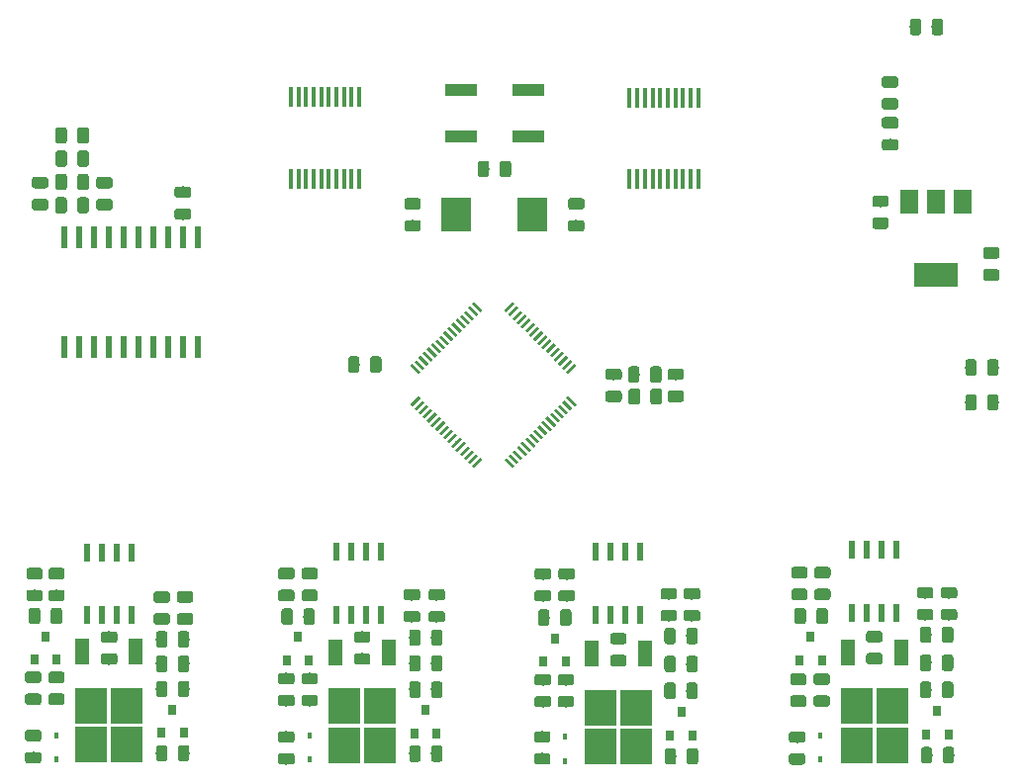
<source format=gbr>
G04 #@! TF.GenerationSoftware,KiCad,Pcbnew,(5.0.2)-1*
G04 #@! TF.CreationDate,2019-03-03T22:50:42-06:00*
G04 #@! TF.ProjectId,Dashboard,44617368-626f-4617-9264-2e6b69636164,rev?*
G04 #@! TF.SameCoordinates,Original*
G04 #@! TF.FileFunction,Paste,Top*
G04 #@! TF.FilePolarity,Positive*
%FSLAX46Y46*%
G04 Gerber Fmt 4.6, Leading zero omitted, Abs format (unit mm)*
G04 Created by KiCad (PCBNEW (5.0.2)-1) date 3/3/2019 10:50:42 PM*
%MOMM*%
%LPD*%
G01*
G04 APERTURE LIST*
%ADD10C,0.250000*%
%ADD11C,0.100000*%
%ADD12R,0.431800X1.651000*%
%ADD13C,0.975000*%
%ADD14R,0.450000X0.600000*%
%ADD15R,0.800000X0.900000*%
%ADD16R,1.200000X2.200000*%
%ADD17R,2.750000X3.050000*%
%ADD18R,2.750000X1.000000*%
%ADD19R,3.800000X2.000000*%
%ADD20R,1.500000X2.000000*%
%ADD21R,0.600000X1.950000*%
%ADD22R,0.600000X1.550000*%
%ADD23R,2.500000X3.000000*%
G04 APERTURE END LIST*
D10*
G04 #@! TO.C,U1*
X176682159Y-86121142D03*
D11*
G36*
X176947324Y-85679200D02*
X177124101Y-85855977D01*
X176416994Y-86563084D01*
X176240217Y-86386307D01*
X176947324Y-85679200D01*
X176947324Y-85679200D01*
G37*
D10*
X176328606Y-85767588D03*
D11*
G36*
X176593771Y-85325646D02*
X176770548Y-85502423D01*
X176063441Y-86209530D01*
X175886664Y-86032753D01*
X176593771Y-85325646D01*
X176593771Y-85325646D01*
G37*
D10*
X175975052Y-85414035D03*
D11*
G36*
X176240217Y-84972093D02*
X176416994Y-85148870D01*
X175709887Y-85855977D01*
X175533110Y-85679200D01*
X176240217Y-84972093D01*
X176240217Y-84972093D01*
G37*
D10*
X175621499Y-85060482D03*
D11*
G36*
X175886664Y-84618540D02*
X176063441Y-84795317D01*
X175356334Y-85502424D01*
X175179557Y-85325647D01*
X175886664Y-84618540D01*
X175886664Y-84618540D01*
G37*
D10*
X175267946Y-84706928D03*
D11*
G36*
X175533111Y-84264986D02*
X175709888Y-84441763D01*
X175002781Y-85148870D01*
X174826004Y-84972093D01*
X175533111Y-84264986D01*
X175533111Y-84264986D01*
G37*
D10*
X174914392Y-84353375D03*
D11*
G36*
X175179557Y-83911433D02*
X175356334Y-84088210D01*
X174649227Y-84795317D01*
X174472450Y-84618540D01*
X175179557Y-83911433D01*
X175179557Y-83911433D01*
G37*
D10*
X174560839Y-83999821D03*
D11*
G36*
X174826004Y-83557879D02*
X175002781Y-83734656D01*
X174295674Y-84441763D01*
X174118897Y-84264986D01*
X174826004Y-83557879D01*
X174826004Y-83557879D01*
G37*
D10*
X174207285Y-83646268D03*
D11*
G36*
X174472450Y-83204326D02*
X174649227Y-83381103D01*
X173942120Y-84088210D01*
X173765343Y-83911433D01*
X174472450Y-83204326D01*
X174472450Y-83204326D01*
G37*
D10*
X173853732Y-83292715D03*
D11*
G36*
X174118897Y-82850773D02*
X174295674Y-83027550D01*
X173588567Y-83734657D01*
X173411790Y-83557880D01*
X174118897Y-82850773D01*
X174118897Y-82850773D01*
G37*
D10*
X173500179Y-82939161D03*
D11*
G36*
X173765344Y-82497219D02*
X173942121Y-82673996D01*
X173235014Y-83381103D01*
X173058237Y-83204326D01*
X173765344Y-82497219D01*
X173765344Y-82497219D01*
G37*
D10*
X173146625Y-82585608D03*
D11*
G36*
X173411790Y-82143666D02*
X173588567Y-82320443D01*
X172881460Y-83027550D01*
X172704683Y-82850773D01*
X173411790Y-82143666D01*
X173411790Y-82143666D01*
G37*
D10*
X172793072Y-82232054D03*
D11*
G36*
X173058237Y-81790112D02*
X173235014Y-81966889D01*
X172527907Y-82673996D01*
X172351130Y-82497219D01*
X173058237Y-81790112D01*
X173058237Y-81790112D01*
G37*
D10*
X172439518Y-81878501D03*
D11*
G36*
X172704683Y-81436559D02*
X172881460Y-81613336D01*
X172174353Y-82320443D01*
X171997576Y-82143666D01*
X172704683Y-81436559D01*
X172704683Y-81436559D01*
G37*
D10*
X172085965Y-81524948D03*
D11*
G36*
X172351130Y-81083006D02*
X172527907Y-81259783D01*
X171820800Y-81966890D01*
X171644023Y-81790113D01*
X172351130Y-81083006D01*
X172351130Y-81083006D01*
G37*
D10*
X171732412Y-81171394D03*
D11*
G36*
X171997577Y-80729452D02*
X172174354Y-80906229D01*
X171467247Y-81613336D01*
X171290470Y-81436559D01*
X171997577Y-80729452D01*
X171997577Y-80729452D01*
G37*
D10*
X171378858Y-80817841D03*
D11*
G36*
X171644023Y-80375899D02*
X171820800Y-80552676D01*
X171113693Y-81259783D01*
X170936916Y-81083006D01*
X171644023Y-80375899D01*
X171644023Y-80375899D01*
G37*
D10*
X168621142Y-80817841D03*
D11*
G36*
X168179200Y-80552676D02*
X168355977Y-80375899D01*
X169063084Y-81083006D01*
X168886307Y-81259783D01*
X168179200Y-80552676D01*
X168179200Y-80552676D01*
G37*
D10*
X168267588Y-81171394D03*
D11*
G36*
X167825646Y-80906229D02*
X168002423Y-80729452D01*
X168709530Y-81436559D01*
X168532753Y-81613336D01*
X167825646Y-80906229D01*
X167825646Y-80906229D01*
G37*
D10*
X167914035Y-81524948D03*
D11*
G36*
X167472093Y-81259783D02*
X167648870Y-81083006D01*
X168355977Y-81790113D01*
X168179200Y-81966890D01*
X167472093Y-81259783D01*
X167472093Y-81259783D01*
G37*
D10*
X167560482Y-81878501D03*
D11*
G36*
X167118540Y-81613336D02*
X167295317Y-81436559D01*
X168002424Y-82143666D01*
X167825647Y-82320443D01*
X167118540Y-81613336D01*
X167118540Y-81613336D01*
G37*
D10*
X167206928Y-82232054D03*
D11*
G36*
X166764986Y-81966889D02*
X166941763Y-81790112D01*
X167648870Y-82497219D01*
X167472093Y-82673996D01*
X166764986Y-81966889D01*
X166764986Y-81966889D01*
G37*
D10*
X166853375Y-82585608D03*
D11*
G36*
X166411433Y-82320443D02*
X166588210Y-82143666D01*
X167295317Y-82850773D01*
X167118540Y-83027550D01*
X166411433Y-82320443D01*
X166411433Y-82320443D01*
G37*
D10*
X166499821Y-82939161D03*
D11*
G36*
X166057879Y-82673996D02*
X166234656Y-82497219D01*
X166941763Y-83204326D01*
X166764986Y-83381103D01*
X166057879Y-82673996D01*
X166057879Y-82673996D01*
G37*
D10*
X166146268Y-83292715D03*
D11*
G36*
X165704326Y-83027550D02*
X165881103Y-82850773D01*
X166588210Y-83557880D01*
X166411433Y-83734657D01*
X165704326Y-83027550D01*
X165704326Y-83027550D01*
G37*
D10*
X165792715Y-83646268D03*
D11*
G36*
X165350773Y-83381103D02*
X165527550Y-83204326D01*
X166234657Y-83911433D01*
X166057880Y-84088210D01*
X165350773Y-83381103D01*
X165350773Y-83381103D01*
G37*
D10*
X165439161Y-83999821D03*
D11*
G36*
X164997219Y-83734656D02*
X165173996Y-83557879D01*
X165881103Y-84264986D01*
X165704326Y-84441763D01*
X164997219Y-83734656D01*
X164997219Y-83734656D01*
G37*
D10*
X165085608Y-84353375D03*
D11*
G36*
X164643666Y-84088210D02*
X164820443Y-83911433D01*
X165527550Y-84618540D01*
X165350773Y-84795317D01*
X164643666Y-84088210D01*
X164643666Y-84088210D01*
G37*
D10*
X164732054Y-84706928D03*
D11*
G36*
X164290112Y-84441763D02*
X164466889Y-84264986D01*
X165173996Y-84972093D01*
X164997219Y-85148870D01*
X164290112Y-84441763D01*
X164290112Y-84441763D01*
G37*
D10*
X164378501Y-85060482D03*
D11*
G36*
X163936559Y-84795317D02*
X164113336Y-84618540D01*
X164820443Y-85325647D01*
X164643666Y-85502424D01*
X163936559Y-84795317D01*
X163936559Y-84795317D01*
G37*
D10*
X164024948Y-85414035D03*
D11*
G36*
X163583006Y-85148870D02*
X163759783Y-84972093D01*
X164466890Y-85679200D01*
X164290113Y-85855977D01*
X163583006Y-85148870D01*
X163583006Y-85148870D01*
G37*
D10*
X163671394Y-85767588D03*
D11*
G36*
X163229452Y-85502423D02*
X163406229Y-85325646D01*
X164113336Y-86032753D01*
X163936559Y-86209530D01*
X163229452Y-85502423D01*
X163229452Y-85502423D01*
G37*
D10*
X163317841Y-86121142D03*
D11*
G36*
X162875899Y-85855977D02*
X163052676Y-85679200D01*
X163759783Y-86386307D01*
X163583006Y-86563084D01*
X162875899Y-85855977D01*
X162875899Y-85855977D01*
G37*
D10*
X163317841Y-88878858D03*
D11*
G36*
X163583006Y-88436916D02*
X163759783Y-88613693D01*
X163052676Y-89320800D01*
X162875899Y-89144023D01*
X163583006Y-88436916D01*
X163583006Y-88436916D01*
G37*
D10*
X163671394Y-89232412D03*
D11*
G36*
X163936559Y-88790470D02*
X164113336Y-88967247D01*
X163406229Y-89674354D01*
X163229452Y-89497577D01*
X163936559Y-88790470D01*
X163936559Y-88790470D01*
G37*
D10*
X164024948Y-89585965D03*
D11*
G36*
X164290113Y-89144023D02*
X164466890Y-89320800D01*
X163759783Y-90027907D01*
X163583006Y-89851130D01*
X164290113Y-89144023D01*
X164290113Y-89144023D01*
G37*
D10*
X164378501Y-89939518D03*
D11*
G36*
X164643666Y-89497576D02*
X164820443Y-89674353D01*
X164113336Y-90381460D01*
X163936559Y-90204683D01*
X164643666Y-89497576D01*
X164643666Y-89497576D01*
G37*
D10*
X164732054Y-90293072D03*
D11*
G36*
X164997219Y-89851130D02*
X165173996Y-90027907D01*
X164466889Y-90735014D01*
X164290112Y-90558237D01*
X164997219Y-89851130D01*
X164997219Y-89851130D01*
G37*
D10*
X165085608Y-90646625D03*
D11*
G36*
X165350773Y-90204683D02*
X165527550Y-90381460D01*
X164820443Y-91088567D01*
X164643666Y-90911790D01*
X165350773Y-90204683D01*
X165350773Y-90204683D01*
G37*
D10*
X165439161Y-91000179D03*
D11*
G36*
X165704326Y-90558237D02*
X165881103Y-90735014D01*
X165173996Y-91442121D01*
X164997219Y-91265344D01*
X165704326Y-90558237D01*
X165704326Y-90558237D01*
G37*
D10*
X165792715Y-91353732D03*
D11*
G36*
X166057880Y-90911790D02*
X166234657Y-91088567D01*
X165527550Y-91795674D01*
X165350773Y-91618897D01*
X166057880Y-90911790D01*
X166057880Y-90911790D01*
G37*
D10*
X166146268Y-91707285D03*
D11*
G36*
X166411433Y-91265343D02*
X166588210Y-91442120D01*
X165881103Y-92149227D01*
X165704326Y-91972450D01*
X166411433Y-91265343D01*
X166411433Y-91265343D01*
G37*
D10*
X166499821Y-92060839D03*
D11*
G36*
X166764986Y-91618897D02*
X166941763Y-91795674D01*
X166234656Y-92502781D01*
X166057879Y-92326004D01*
X166764986Y-91618897D01*
X166764986Y-91618897D01*
G37*
D10*
X166853375Y-92414392D03*
D11*
G36*
X167118540Y-91972450D02*
X167295317Y-92149227D01*
X166588210Y-92856334D01*
X166411433Y-92679557D01*
X167118540Y-91972450D01*
X167118540Y-91972450D01*
G37*
D10*
X167206928Y-92767946D03*
D11*
G36*
X167472093Y-92326004D02*
X167648870Y-92502781D01*
X166941763Y-93209888D01*
X166764986Y-93033111D01*
X167472093Y-92326004D01*
X167472093Y-92326004D01*
G37*
D10*
X167560482Y-93121499D03*
D11*
G36*
X167825647Y-92679557D02*
X168002424Y-92856334D01*
X167295317Y-93563441D01*
X167118540Y-93386664D01*
X167825647Y-92679557D01*
X167825647Y-92679557D01*
G37*
D10*
X167914035Y-93475052D03*
D11*
G36*
X168179200Y-93033110D02*
X168355977Y-93209887D01*
X167648870Y-93916994D01*
X167472093Y-93740217D01*
X168179200Y-93033110D01*
X168179200Y-93033110D01*
G37*
D10*
X168267588Y-93828606D03*
D11*
G36*
X168532753Y-93386664D02*
X168709530Y-93563441D01*
X168002423Y-94270548D01*
X167825646Y-94093771D01*
X168532753Y-93386664D01*
X168532753Y-93386664D01*
G37*
D10*
X168621142Y-94182159D03*
D11*
G36*
X168886307Y-93740217D02*
X169063084Y-93916994D01*
X168355977Y-94624101D01*
X168179200Y-94447324D01*
X168886307Y-93740217D01*
X168886307Y-93740217D01*
G37*
D10*
X171378858Y-94182159D03*
D11*
G36*
X170936916Y-93916994D02*
X171113693Y-93740217D01*
X171820800Y-94447324D01*
X171644023Y-94624101D01*
X170936916Y-93916994D01*
X170936916Y-93916994D01*
G37*
D10*
X171732412Y-93828606D03*
D11*
G36*
X171290470Y-93563441D02*
X171467247Y-93386664D01*
X172174354Y-94093771D01*
X171997577Y-94270548D01*
X171290470Y-93563441D01*
X171290470Y-93563441D01*
G37*
D10*
X172085965Y-93475052D03*
D11*
G36*
X171644023Y-93209887D02*
X171820800Y-93033110D01*
X172527907Y-93740217D01*
X172351130Y-93916994D01*
X171644023Y-93209887D01*
X171644023Y-93209887D01*
G37*
D10*
X172439518Y-93121499D03*
D11*
G36*
X171997576Y-92856334D02*
X172174353Y-92679557D01*
X172881460Y-93386664D01*
X172704683Y-93563441D01*
X171997576Y-92856334D01*
X171997576Y-92856334D01*
G37*
D10*
X172793072Y-92767946D03*
D11*
G36*
X172351130Y-92502781D02*
X172527907Y-92326004D01*
X173235014Y-93033111D01*
X173058237Y-93209888D01*
X172351130Y-92502781D01*
X172351130Y-92502781D01*
G37*
D10*
X173146625Y-92414392D03*
D11*
G36*
X172704683Y-92149227D02*
X172881460Y-91972450D01*
X173588567Y-92679557D01*
X173411790Y-92856334D01*
X172704683Y-92149227D01*
X172704683Y-92149227D01*
G37*
D10*
X173500179Y-92060839D03*
D11*
G36*
X173058237Y-91795674D02*
X173235014Y-91618897D01*
X173942121Y-92326004D01*
X173765344Y-92502781D01*
X173058237Y-91795674D01*
X173058237Y-91795674D01*
G37*
D10*
X173853732Y-91707285D03*
D11*
G36*
X173411790Y-91442120D02*
X173588567Y-91265343D01*
X174295674Y-91972450D01*
X174118897Y-92149227D01*
X173411790Y-91442120D01*
X173411790Y-91442120D01*
G37*
D10*
X174207285Y-91353732D03*
D11*
G36*
X173765343Y-91088567D02*
X173942120Y-90911790D01*
X174649227Y-91618897D01*
X174472450Y-91795674D01*
X173765343Y-91088567D01*
X173765343Y-91088567D01*
G37*
D10*
X174560839Y-91000179D03*
D11*
G36*
X174118897Y-90735014D02*
X174295674Y-90558237D01*
X175002781Y-91265344D01*
X174826004Y-91442121D01*
X174118897Y-90735014D01*
X174118897Y-90735014D01*
G37*
D10*
X174914392Y-90646625D03*
D11*
G36*
X174472450Y-90381460D02*
X174649227Y-90204683D01*
X175356334Y-90911790D01*
X175179557Y-91088567D01*
X174472450Y-90381460D01*
X174472450Y-90381460D01*
G37*
D10*
X175267946Y-90293072D03*
D11*
G36*
X174826004Y-90027907D02*
X175002781Y-89851130D01*
X175709888Y-90558237D01*
X175533111Y-90735014D01*
X174826004Y-90027907D01*
X174826004Y-90027907D01*
G37*
D10*
X175621499Y-89939518D03*
D11*
G36*
X175179557Y-89674353D02*
X175356334Y-89497576D01*
X176063441Y-90204683D01*
X175886664Y-90381460D01*
X175179557Y-89674353D01*
X175179557Y-89674353D01*
G37*
D10*
X175975052Y-89585965D03*
D11*
G36*
X175533110Y-89320800D02*
X175709887Y-89144023D01*
X176416994Y-89851130D01*
X176240217Y-90027907D01*
X175533110Y-89320800D01*
X175533110Y-89320800D01*
G37*
D10*
X176328606Y-89232412D03*
D11*
G36*
X175886664Y-88967247D02*
X176063441Y-88790470D01*
X176770548Y-89497577D01*
X176593771Y-89674354D01*
X175886664Y-88967247D01*
X175886664Y-88967247D01*
G37*
D10*
X176682159Y-88878858D03*
D11*
G36*
X176240217Y-88613693D02*
X176416994Y-88436916D01*
X177124101Y-89144023D01*
X176947324Y-89320800D01*
X176240217Y-88613693D01*
X176240217Y-88613693D01*
G37*
G04 #@! TD*
D12*
G04 #@! TO.C,U9*
X158523325Y-62870637D03*
X157873324Y-62870637D03*
X157223326Y-62870637D03*
X156573324Y-62870637D03*
X155923326Y-62870637D03*
X155273327Y-62870637D03*
X154623326Y-62870637D03*
X153973327Y-62870637D03*
X153323326Y-62870637D03*
X152673327Y-62870637D03*
X152673325Y-69830237D03*
X153323323Y-69830237D03*
X153973324Y-69830237D03*
X154623323Y-69830237D03*
X155273324Y-69830237D03*
X155923323Y-69830237D03*
X156573324Y-69830237D03*
X157223323Y-69830237D03*
X157873324Y-69830237D03*
X158523323Y-69830237D03*
G04 #@! TD*
D11*
G04 #@! TO.C,D6*
G36*
X198405142Y-106601174D02*
X198428803Y-106604684D01*
X198452007Y-106610496D01*
X198474529Y-106618554D01*
X198496153Y-106628782D01*
X198516670Y-106641079D01*
X198535883Y-106655329D01*
X198553607Y-106671393D01*
X198569671Y-106689117D01*
X198583921Y-106708330D01*
X198596218Y-106728847D01*
X198606446Y-106750471D01*
X198614504Y-106772993D01*
X198620316Y-106796197D01*
X198623826Y-106819858D01*
X198625000Y-106843750D01*
X198625000Y-107756250D01*
X198623826Y-107780142D01*
X198620316Y-107803803D01*
X198614504Y-107827007D01*
X198606446Y-107849529D01*
X198596218Y-107871153D01*
X198583921Y-107891670D01*
X198569671Y-107910883D01*
X198553607Y-107928607D01*
X198535883Y-107944671D01*
X198516670Y-107958921D01*
X198496153Y-107971218D01*
X198474529Y-107981446D01*
X198452007Y-107989504D01*
X198428803Y-107995316D01*
X198405142Y-107998826D01*
X198381250Y-108000000D01*
X197893750Y-108000000D01*
X197869858Y-107998826D01*
X197846197Y-107995316D01*
X197822993Y-107989504D01*
X197800471Y-107981446D01*
X197778847Y-107971218D01*
X197758330Y-107958921D01*
X197739117Y-107944671D01*
X197721393Y-107928607D01*
X197705329Y-107910883D01*
X197691079Y-107891670D01*
X197678782Y-107871153D01*
X197668554Y-107849529D01*
X197660496Y-107827007D01*
X197654684Y-107803803D01*
X197651174Y-107780142D01*
X197650000Y-107756250D01*
X197650000Y-106843750D01*
X197651174Y-106819858D01*
X197654684Y-106796197D01*
X197660496Y-106772993D01*
X197668554Y-106750471D01*
X197678782Y-106728847D01*
X197691079Y-106708330D01*
X197705329Y-106689117D01*
X197721393Y-106671393D01*
X197739117Y-106655329D01*
X197758330Y-106641079D01*
X197778847Y-106628782D01*
X197800471Y-106618554D01*
X197822993Y-106610496D01*
X197846197Y-106604684D01*
X197869858Y-106601174D01*
X197893750Y-106600000D01*
X198381250Y-106600000D01*
X198405142Y-106601174D01*
X198405142Y-106601174D01*
G37*
D13*
X198137500Y-107300000D03*
D11*
G36*
X196530142Y-106601174D02*
X196553803Y-106604684D01*
X196577007Y-106610496D01*
X196599529Y-106618554D01*
X196621153Y-106628782D01*
X196641670Y-106641079D01*
X196660883Y-106655329D01*
X196678607Y-106671393D01*
X196694671Y-106689117D01*
X196708921Y-106708330D01*
X196721218Y-106728847D01*
X196731446Y-106750471D01*
X196739504Y-106772993D01*
X196745316Y-106796197D01*
X196748826Y-106819858D01*
X196750000Y-106843750D01*
X196750000Y-107756250D01*
X196748826Y-107780142D01*
X196745316Y-107803803D01*
X196739504Y-107827007D01*
X196731446Y-107849529D01*
X196721218Y-107871153D01*
X196708921Y-107891670D01*
X196694671Y-107910883D01*
X196678607Y-107928607D01*
X196660883Y-107944671D01*
X196641670Y-107958921D01*
X196621153Y-107971218D01*
X196599529Y-107981446D01*
X196577007Y-107989504D01*
X196553803Y-107995316D01*
X196530142Y-107998826D01*
X196506250Y-108000000D01*
X196018750Y-108000000D01*
X195994858Y-107998826D01*
X195971197Y-107995316D01*
X195947993Y-107989504D01*
X195925471Y-107981446D01*
X195903847Y-107971218D01*
X195883330Y-107958921D01*
X195864117Y-107944671D01*
X195846393Y-107928607D01*
X195830329Y-107910883D01*
X195816079Y-107891670D01*
X195803782Y-107871153D01*
X195793554Y-107849529D01*
X195785496Y-107827007D01*
X195779684Y-107803803D01*
X195776174Y-107780142D01*
X195775000Y-107756250D01*
X195775000Y-106843750D01*
X195776174Y-106819858D01*
X195779684Y-106796197D01*
X195785496Y-106772993D01*
X195793554Y-106750471D01*
X195803782Y-106728847D01*
X195816079Y-106708330D01*
X195830329Y-106689117D01*
X195846393Y-106671393D01*
X195864117Y-106655329D01*
X195883330Y-106641079D01*
X195903847Y-106628782D01*
X195925471Y-106618554D01*
X195947993Y-106610496D01*
X195971197Y-106604684D01*
X195994858Y-106601174D01*
X196018750Y-106600000D01*
X196506250Y-106600000D01*
X196530142Y-106601174D01*
X196530142Y-106601174D01*
G37*
D13*
X196262500Y-107300000D03*
G04 #@! TD*
D11*
G04 #@! TO.C,C1*
G36*
X177578216Y-73381219D02*
X177601877Y-73384729D01*
X177625081Y-73390541D01*
X177647603Y-73398599D01*
X177669227Y-73408827D01*
X177689744Y-73421124D01*
X177708957Y-73435374D01*
X177726681Y-73451438D01*
X177742745Y-73469162D01*
X177756995Y-73488375D01*
X177769292Y-73508892D01*
X177779520Y-73530516D01*
X177787578Y-73553038D01*
X177793390Y-73576242D01*
X177796900Y-73599903D01*
X177798074Y-73623795D01*
X177798074Y-74111295D01*
X177796900Y-74135187D01*
X177793390Y-74158848D01*
X177787578Y-74182052D01*
X177779520Y-74204574D01*
X177769292Y-74226198D01*
X177756995Y-74246715D01*
X177742745Y-74265928D01*
X177726681Y-74283652D01*
X177708957Y-74299716D01*
X177689744Y-74313966D01*
X177669227Y-74326263D01*
X177647603Y-74336491D01*
X177625081Y-74344549D01*
X177601877Y-74350361D01*
X177578216Y-74353871D01*
X177554324Y-74355045D01*
X176641824Y-74355045D01*
X176617932Y-74353871D01*
X176594271Y-74350361D01*
X176571067Y-74344549D01*
X176548545Y-74336491D01*
X176526921Y-74326263D01*
X176506404Y-74313966D01*
X176487191Y-74299716D01*
X176469467Y-74283652D01*
X176453403Y-74265928D01*
X176439153Y-74246715D01*
X176426856Y-74226198D01*
X176416628Y-74204574D01*
X176408570Y-74182052D01*
X176402758Y-74158848D01*
X176399248Y-74135187D01*
X176398074Y-74111295D01*
X176398074Y-73623795D01*
X176399248Y-73599903D01*
X176402758Y-73576242D01*
X176408570Y-73553038D01*
X176416628Y-73530516D01*
X176426856Y-73508892D01*
X176439153Y-73488375D01*
X176453403Y-73469162D01*
X176469467Y-73451438D01*
X176487191Y-73435374D01*
X176506404Y-73421124D01*
X176526921Y-73408827D01*
X176548545Y-73398599D01*
X176571067Y-73390541D01*
X176594271Y-73384729D01*
X176617932Y-73381219D01*
X176641824Y-73380045D01*
X177554324Y-73380045D01*
X177578216Y-73381219D01*
X177578216Y-73381219D01*
G37*
D13*
X177098074Y-73867545D03*
D11*
G36*
X177578216Y-71506219D02*
X177601877Y-71509729D01*
X177625081Y-71515541D01*
X177647603Y-71523599D01*
X177669227Y-71533827D01*
X177689744Y-71546124D01*
X177708957Y-71560374D01*
X177726681Y-71576438D01*
X177742745Y-71594162D01*
X177756995Y-71613375D01*
X177769292Y-71633892D01*
X177779520Y-71655516D01*
X177787578Y-71678038D01*
X177793390Y-71701242D01*
X177796900Y-71724903D01*
X177798074Y-71748795D01*
X177798074Y-72236295D01*
X177796900Y-72260187D01*
X177793390Y-72283848D01*
X177787578Y-72307052D01*
X177779520Y-72329574D01*
X177769292Y-72351198D01*
X177756995Y-72371715D01*
X177742745Y-72390928D01*
X177726681Y-72408652D01*
X177708957Y-72424716D01*
X177689744Y-72438966D01*
X177669227Y-72451263D01*
X177647603Y-72461491D01*
X177625081Y-72469549D01*
X177601877Y-72475361D01*
X177578216Y-72478871D01*
X177554324Y-72480045D01*
X176641824Y-72480045D01*
X176617932Y-72478871D01*
X176594271Y-72475361D01*
X176571067Y-72469549D01*
X176548545Y-72461491D01*
X176526921Y-72451263D01*
X176506404Y-72438966D01*
X176487191Y-72424716D01*
X176469467Y-72408652D01*
X176453403Y-72390928D01*
X176439153Y-72371715D01*
X176426856Y-72351198D01*
X176416628Y-72329574D01*
X176408570Y-72307052D01*
X176402758Y-72283848D01*
X176399248Y-72260187D01*
X176398074Y-72236295D01*
X176398074Y-71748795D01*
X176399248Y-71724903D01*
X176402758Y-71701242D01*
X176408570Y-71678038D01*
X176416628Y-71655516D01*
X176426856Y-71633892D01*
X176439153Y-71613375D01*
X176453403Y-71594162D01*
X176469467Y-71576438D01*
X176487191Y-71560374D01*
X176506404Y-71546124D01*
X176526921Y-71533827D01*
X176548545Y-71523599D01*
X176571067Y-71515541D01*
X176594271Y-71509729D01*
X176617932Y-71506219D01*
X176641824Y-71505045D01*
X177554324Y-71505045D01*
X177578216Y-71506219D01*
X177578216Y-71506219D01*
G37*
D13*
X177098074Y-71992545D03*
G04 #@! TD*
D11*
G04 #@! TO.C,C2*
G36*
X158330142Y-85051174D02*
X158353803Y-85054684D01*
X158377007Y-85060496D01*
X158399529Y-85068554D01*
X158421153Y-85078782D01*
X158441670Y-85091079D01*
X158460883Y-85105329D01*
X158478607Y-85121393D01*
X158494671Y-85139117D01*
X158508921Y-85158330D01*
X158521218Y-85178847D01*
X158531446Y-85200471D01*
X158539504Y-85222993D01*
X158545316Y-85246197D01*
X158548826Y-85269858D01*
X158550000Y-85293750D01*
X158550000Y-86206250D01*
X158548826Y-86230142D01*
X158545316Y-86253803D01*
X158539504Y-86277007D01*
X158531446Y-86299529D01*
X158521218Y-86321153D01*
X158508921Y-86341670D01*
X158494671Y-86360883D01*
X158478607Y-86378607D01*
X158460883Y-86394671D01*
X158441670Y-86408921D01*
X158421153Y-86421218D01*
X158399529Y-86431446D01*
X158377007Y-86439504D01*
X158353803Y-86445316D01*
X158330142Y-86448826D01*
X158306250Y-86450000D01*
X157818750Y-86450000D01*
X157794858Y-86448826D01*
X157771197Y-86445316D01*
X157747993Y-86439504D01*
X157725471Y-86431446D01*
X157703847Y-86421218D01*
X157683330Y-86408921D01*
X157664117Y-86394671D01*
X157646393Y-86378607D01*
X157630329Y-86360883D01*
X157616079Y-86341670D01*
X157603782Y-86321153D01*
X157593554Y-86299529D01*
X157585496Y-86277007D01*
X157579684Y-86253803D01*
X157576174Y-86230142D01*
X157575000Y-86206250D01*
X157575000Y-85293750D01*
X157576174Y-85269858D01*
X157579684Y-85246197D01*
X157585496Y-85222993D01*
X157593554Y-85200471D01*
X157603782Y-85178847D01*
X157616079Y-85158330D01*
X157630329Y-85139117D01*
X157646393Y-85121393D01*
X157664117Y-85105329D01*
X157683330Y-85091079D01*
X157703847Y-85078782D01*
X157725471Y-85068554D01*
X157747993Y-85060496D01*
X157771197Y-85054684D01*
X157794858Y-85051174D01*
X157818750Y-85050000D01*
X158306250Y-85050000D01*
X158330142Y-85051174D01*
X158330142Y-85051174D01*
G37*
D13*
X158062500Y-85750000D03*
D11*
G36*
X160205142Y-85051174D02*
X160228803Y-85054684D01*
X160252007Y-85060496D01*
X160274529Y-85068554D01*
X160296153Y-85078782D01*
X160316670Y-85091079D01*
X160335883Y-85105329D01*
X160353607Y-85121393D01*
X160369671Y-85139117D01*
X160383921Y-85158330D01*
X160396218Y-85178847D01*
X160406446Y-85200471D01*
X160414504Y-85222993D01*
X160420316Y-85246197D01*
X160423826Y-85269858D01*
X160425000Y-85293750D01*
X160425000Y-86206250D01*
X160423826Y-86230142D01*
X160420316Y-86253803D01*
X160414504Y-86277007D01*
X160406446Y-86299529D01*
X160396218Y-86321153D01*
X160383921Y-86341670D01*
X160369671Y-86360883D01*
X160353607Y-86378607D01*
X160335883Y-86394671D01*
X160316670Y-86408921D01*
X160296153Y-86421218D01*
X160274529Y-86431446D01*
X160252007Y-86439504D01*
X160228803Y-86445316D01*
X160205142Y-86448826D01*
X160181250Y-86450000D01*
X159693750Y-86450000D01*
X159669858Y-86448826D01*
X159646197Y-86445316D01*
X159622993Y-86439504D01*
X159600471Y-86431446D01*
X159578847Y-86421218D01*
X159558330Y-86408921D01*
X159539117Y-86394671D01*
X159521393Y-86378607D01*
X159505329Y-86360883D01*
X159491079Y-86341670D01*
X159478782Y-86321153D01*
X159468554Y-86299529D01*
X159460496Y-86277007D01*
X159454684Y-86253803D01*
X159451174Y-86230142D01*
X159450000Y-86206250D01*
X159450000Y-85293750D01*
X159451174Y-85269858D01*
X159454684Y-85246197D01*
X159460496Y-85222993D01*
X159468554Y-85200471D01*
X159478782Y-85178847D01*
X159491079Y-85158330D01*
X159505329Y-85139117D01*
X159521393Y-85121393D01*
X159539117Y-85105329D01*
X159558330Y-85091079D01*
X159578847Y-85078782D01*
X159600471Y-85068554D01*
X159622993Y-85060496D01*
X159646197Y-85054684D01*
X159669858Y-85051174D01*
X159693750Y-85050000D01*
X160181250Y-85050000D01*
X160205142Y-85051174D01*
X160205142Y-85051174D01*
G37*
D13*
X159937500Y-85750000D03*
G04 #@! TD*
D11*
G04 #@! TO.C,C3*
G36*
X163578216Y-71506219D02*
X163601877Y-71509729D01*
X163625081Y-71515541D01*
X163647603Y-71523599D01*
X163669227Y-71533827D01*
X163689744Y-71546124D01*
X163708957Y-71560374D01*
X163726681Y-71576438D01*
X163742745Y-71594162D01*
X163756995Y-71613375D01*
X163769292Y-71633892D01*
X163779520Y-71655516D01*
X163787578Y-71678038D01*
X163793390Y-71701242D01*
X163796900Y-71724903D01*
X163798074Y-71748795D01*
X163798074Y-72236295D01*
X163796900Y-72260187D01*
X163793390Y-72283848D01*
X163787578Y-72307052D01*
X163779520Y-72329574D01*
X163769292Y-72351198D01*
X163756995Y-72371715D01*
X163742745Y-72390928D01*
X163726681Y-72408652D01*
X163708957Y-72424716D01*
X163689744Y-72438966D01*
X163669227Y-72451263D01*
X163647603Y-72461491D01*
X163625081Y-72469549D01*
X163601877Y-72475361D01*
X163578216Y-72478871D01*
X163554324Y-72480045D01*
X162641824Y-72480045D01*
X162617932Y-72478871D01*
X162594271Y-72475361D01*
X162571067Y-72469549D01*
X162548545Y-72461491D01*
X162526921Y-72451263D01*
X162506404Y-72438966D01*
X162487191Y-72424716D01*
X162469467Y-72408652D01*
X162453403Y-72390928D01*
X162439153Y-72371715D01*
X162426856Y-72351198D01*
X162416628Y-72329574D01*
X162408570Y-72307052D01*
X162402758Y-72283848D01*
X162399248Y-72260187D01*
X162398074Y-72236295D01*
X162398074Y-71748795D01*
X162399248Y-71724903D01*
X162402758Y-71701242D01*
X162408570Y-71678038D01*
X162416628Y-71655516D01*
X162426856Y-71633892D01*
X162439153Y-71613375D01*
X162453403Y-71594162D01*
X162469467Y-71576438D01*
X162487191Y-71560374D01*
X162506404Y-71546124D01*
X162526921Y-71533827D01*
X162548545Y-71523599D01*
X162571067Y-71515541D01*
X162594271Y-71509729D01*
X162617932Y-71506219D01*
X162641824Y-71505045D01*
X163554324Y-71505045D01*
X163578216Y-71506219D01*
X163578216Y-71506219D01*
G37*
D13*
X163098074Y-71992545D03*
D11*
G36*
X163578216Y-73381219D02*
X163601877Y-73384729D01*
X163625081Y-73390541D01*
X163647603Y-73398599D01*
X163669227Y-73408827D01*
X163689744Y-73421124D01*
X163708957Y-73435374D01*
X163726681Y-73451438D01*
X163742745Y-73469162D01*
X163756995Y-73488375D01*
X163769292Y-73508892D01*
X163779520Y-73530516D01*
X163787578Y-73553038D01*
X163793390Y-73576242D01*
X163796900Y-73599903D01*
X163798074Y-73623795D01*
X163798074Y-74111295D01*
X163796900Y-74135187D01*
X163793390Y-74158848D01*
X163787578Y-74182052D01*
X163779520Y-74204574D01*
X163769292Y-74226198D01*
X163756995Y-74246715D01*
X163742745Y-74265928D01*
X163726681Y-74283652D01*
X163708957Y-74299716D01*
X163689744Y-74313966D01*
X163669227Y-74326263D01*
X163647603Y-74336491D01*
X163625081Y-74344549D01*
X163601877Y-74350361D01*
X163578216Y-74353871D01*
X163554324Y-74355045D01*
X162641824Y-74355045D01*
X162617932Y-74353871D01*
X162594271Y-74350361D01*
X162571067Y-74344549D01*
X162548545Y-74336491D01*
X162526921Y-74326263D01*
X162506404Y-74313966D01*
X162487191Y-74299716D01*
X162469467Y-74283652D01*
X162453403Y-74265928D01*
X162439153Y-74246715D01*
X162426856Y-74226198D01*
X162416628Y-74204574D01*
X162408570Y-74182052D01*
X162402758Y-74158848D01*
X162399248Y-74135187D01*
X162398074Y-74111295D01*
X162398074Y-73623795D01*
X162399248Y-73599903D01*
X162402758Y-73576242D01*
X162408570Y-73553038D01*
X162416628Y-73530516D01*
X162426856Y-73508892D01*
X162439153Y-73488375D01*
X162453403Y-73469162D01*
X162469467Y-73451438D01*
X162487191Y-73435374D01*
X162506404Y-73421124D01*
X162526921Y-73408827D01*
X162548545Y-73398599D01*
X162571067Y-73390541D01*
X162594271Y-73384729D01*
X162617932Y-73381219D01*
X162641824Y-73380045D01*
X163554324Y-73380045D01*
X163578216Y-73381219D01*
X163578216Y-73381219D01*
G37*
D13*
X163098074Y-73867545D03*
G04 #@! TD*
D11*
G04 #@! TO.C,C8*
G36*
X184175142Y-85901174D02*
X184198803Y-85904684D01*
X184222007Y-85910496D01*
X184244529Y-85918554D01*
X184266153Y-85928782D01*
X184286670Y-85941079D01*
X184305883Y-85955329D01*
X184323607Y-85971393D01*
X184339671Y-85989117D01*
X184353921Y-86008330D01*
X184366218Y-86028847D01*
X184376446Y-86050471D01*
X184384504Y-86072993D01*
X184390316Y-86096197D01*
X184393826Y-86119858D01*
X184395000Y-86143750D01*
X184395000Y-87056250D01*
X184393826Y-87080142D01*
X184390316Y-87103803D01*
X184384504Y-87127007D01*
X184376446Y-87149529D01*
X184366218Y-87171153D01*
X184353921Y-87191670D01*
X184339671Y-87210883D01*
X184323607Y-87228607D01*
X184305883Y-87244671D01*
X184286670Y-87258921D01*
X184266153Y-87271218D01*
X184244529Y-87281446D01*
X184222007Y-87289504D01*
X184198803Y-87295316D01*
X184175142Y-87298826D01*
X184151250Y-87300000D01*
X183663750Y-87300000D01*
X183639858Y-87298826D01*
X183616197Y-87295316D01*
X183592993Y-87289504D01*
X183570471Y-87281446D01*
X183548847Y-87271218D01*
X183528330Y-87258921D01*
X183509117Y-87244671D01*
X183491393Y-87228607D01*
X183475329Y-87210883D01*
X183461079Y-87191670D01*
X183448782Y-87171153D01*
X183438554Y-87149529D01*
X183430496Y-87127007D01*
X183424684Y-87103803D01*
X183421174Y-87080142D01*
X183420000Y-87056250D01*
X183420000Y-86143750D01*
X183421174Y-86119858D01*
X183424684Y-86096197D01*
X183430496Y-86072993D01*
X183438554Y-86050471D01*
X183448782Y-86028847D01*
X183461079Y-86008330D01*
X183475329Y-85989117D01*
X183491393Y-85971393D01*
X183509117Y-85955329D01*
X183528330Y-85941079D01*
X183548847Y-85928782D01*
X183570471Y-85918554D01*
X183592993Y-85910496D01*
X183616197Y-85904684D01*
X183639858Y-85901174D01*
X183663750Y-85900000D01*
X184151250Y-85900000D01*
X184175142Y-85901174D01*
X184175142Y-85901174D01*
G37*
D13*
X183907500Y-86600000D03*
D11*
G36*
X182300142Y-85901174D02*
X182323803Y-85904684D01*
X182347007Y-85910496D01*
X182369529Y-85918554D01*
X182391153Y-85928782D01*
X182411670Y-85941079D01*
X182430883Y-85955329D01*
X182448607Y-85971393D01*
X182464671Y-85989117D01*
X182478921Y-86008330D01*
X182491218Y-86028847D01*
X182501446Y-86050471D01*
X182509504Y-86072993D01*
X182515316Y-86096197D01*
X182518826Y-86119858D01*
X182520000Y-86143750D01*
X182520000Y-87056250D01*
X182518826Y-87080142D01*
X182515316Y-87103803D01*
X182509504Y-87127007D01*
X182501446Y-87149529D01*
X182491218Y-87171153D01*
X182478921Y-87191670D01*
X182464671Y-87210883D01*
X182448607Y-87228607D01*
X182430883Y-87244671D01*
X182411670Y-87258921D01*
X182391153Y-87271218D01*
X182369529Y-87281446D01*
X182347007Y-87289504D01*
X182323803Y-87295316D01*
X182300142Y-87298826D01*
X182276250Y-87300000D01*
X181788750Y-87300000D01*
X181764858Y-87298826D01*
X181741197Y-87295316D01*
X181717993Y-87289504D01*
X181695471Y-87281446D01*
X181673847Y-87271218D01*
X181653330Y-87258921D01*
X181634117Y-87244671D01*
X181616393Y-87228607D01*
X181600329Y-87210883D01*
X181586079Y-87191670D01*
X181573782Y-87171153D01*
X181563554Y-87149529D01*
X181555496Y-87127007D01*
X181549684Y-87103803D01*
X181546174Y-87080142D01*
X181545000Y-87056250D01*
X181545000Y-86143750D01*
X181546174Y-86119858D01*
X181549684Y-86096197D01*
X181555496Y-86072993D01*
X181563554Y-86050471D01*
X181573782Y-86028847D01*
X181586079Y-86008330D01*
X181600329Y-85989117D01*
X181616393Y-85971393D01*
X181634117Y-85955329D01*
X181653330Y-85941079D01*
X181673847Y-85928782D01*
X181695471Y-85918554D01*
X181717993Y-85910496D01*
X181741197Y-85904684D01*
X181764858Y-85901174D01*
X181788750Y-85900000D01*
X182276250Y-85900000D01*
X182300142Y-85901174D01*
X182300142Y-85901174D01*
G37*
D13*
X182032500Y-86600000D03*
G04 #@! TD*
D11*
G04 #@! TO.C,C10*
G36*
X186080142Y-86113674D02*
X186103803Y-86117184D01*
X186127007Y-86122996D01*
X186149529Y-86131054D01*
X186171153Y-86141282D01*
X186191670Y-86153579D01*
X186210883Y-86167829D01*
X186228607Y-86183893D01*
X186244671Y-86201617D01*
X186258921Y-86220830D01*
X186271218Y-86241347D01*
X186281446Y-86262971D01*
X186289504Y-86285493D01*
X186295316Y-86308697D01*
X186298826Y-86332358D01*
X186300000Y-86356250D01*
X186300000Y-86843750D01*
X186298826Y-86867642D01*
X186295316Y-86891303D01*
X186289504Y-86914507D01*
X186281446Y-86937029D01*
X186271218Y-86958653D01*
X186258921Y-86979170D01*
X186244671Y-86998383D01*
X186228607Y-87016107D01*
X186210883Y-87032171D01*
X186191670Y-87046421D01*
X186171153Y-87058718D01*
X186149529Y-87068946D01*
X186127007Y-87077004D01*
X186103803Y-87082816D01*
X186080142Y-87086326D01*
X186056250Y-87087500D01*
X185143750Y-87087500D01*
X185119858Y-87086326D01*
X185096197Y-87082816D01*
X185072993Y-87077004D01*
X185050471Y-87068946D01*
X185028847Y-87058718D01*
X185008330Y-87046421D01*
X184989117Y-87032171D01*
X184971393Y-87016107D01*
X184955329Y-86998383D01*
X184941079Y-86979170D01*
X184928782Y-86958653D01*
X184918554Y-86937029D01*
X184910496Y-86914507D01*
X184904684Y-86891303D01*
X184901174Y-86867642D01*
X184900000Y-86843750D01*
X184900000Y-86356250D01*
X184901174Y-86332358D01*
X184904684Y-86308697D01*
X184910496Y-86285493D01*
X184918554Y-86262971D01*
X184928782Y-86241347D01*
X184941079Y-86220830D01*
X184955329Y-86201617D01*
X184971393Y-86183893D01*
X184989117Y-86167829D01*
X185008330Y-86153579D01*
X185028847Y-86141282D01*
X185050471Y-86131054D01*
X185072993Y-86122996D01*
X185096197Y-86117184D01*
X185119858Y-86113674D01*
X185143750Y-86112500D01*
X186056250Y-86112500D01*
X186080142Y-86113674D01*
X186080142Y-86113674D01*
G37*
D13*
X185600000Y-86600000D03*
D11*
G36*
X186080142Y-87988674D02*
X186103803Y-87992184D01*
X186127007Y-87997996D01*
X186149529Y-88006054D01*
X186171153Y-88016282D01*
X186191670Y-88028579D01*
X186210883Y-88042829D01*
X186228607Y-88058893D01*
X186244671Y-88076617D01*
X186258921Y-88095830D01*
X186271218Y-88116347D01*
X186281446Y-88137971D01*
X186289504Y-88160493D01*
X186295316Y-88183697D01*
X186298826Y-88207358D01*
X186300000Y-88231250D01*
X186300000Y-88718750D01*
X186298826Y-88742642D01*
X186295316Y-88766303D01*
X186289504Y-88789507D01*
X186281446Y-88812029D01*
X186271218Y-88833653D01*
X186258921Y-88854170D01*
X186244671Y-88873383D01*
X186228607Y-88891107D01*
X186210883Y-88907171D01*
X186191670Y-88921421D01*
X186171153Y-88933718D01*
X186149529Y-88943946D01*
X186127007Y-88952004D01*
X186103803Y-88957816D01*
X186080142Y-88961326D01*
X186056250Y-88962500D01*
X185143750Y-88962500D01*
X185119858Y-88961326D01*
X185096197Y-88957816D01*
X185072993Y-88952004D01*
X185050471Y-88943946D01*
X185028847Y-88933718D01*
X185008330Y-88921421D01*
X184989117Y-88907171D01*
X184971393Y-88891107D01*
X184955329Y-88873383D01*
X184941079Y-88854170D01*
X184928782Y-88833653D01*
X184918554Y-88812029D01*
X184910496Y-88789507D01*
X184904684Y-88766303D01*
X184901174Y-88742642D01*
X184900000Y-88718750D01*
X184900000Y-88231250D01*
X184901174Y-88207358D01*
X184904684Y-88183697D01*
X184910496Y-88160493D01*
X184918554Y-88137971D01*
X184928782Y-88116347D01*
X184941079Y-88095830D01*
X184955329Y-88076617D01*
X184971393Y-88058893D01*
X184989117Y-88042829D01*
X185008330Y-88028579D01*
X185028847Y-88016282D01*
X185050471Y-88006054D01*
X185072993Y-87997996D01*
X185096197Y-87992184D01*
X185119858Y-87988674D01*
X185143750Y-87987500D01*
X186056250Y-87987500D01*
X186080142Y-87988674D01*
X186080142Y-87988674D01*
G37*
D13*
X185600000Y-88475000D03*
G04 #@! TD*
D11*
G04 #@! TO.C,C11*
G36*
X169430142Y-68301174D02*
X169453803Y-68304684D01*
X169477007Y-68310496D01*
X169499529Y-68318554D01*
X169521153Y-68328782D01*
X169541670Y-68341079D01*
X169560883Y-68355329D01*
X169578607Y-68371393D01*
X169594671Y-68389117D01*
X169608921Y-68408330D01*
X169621218Y-68428847D01*
X169631446Y-68450471D01*
X169639504Y-68472993D01*
X169645316Y-68496197D01*
X169648826Y-68519858D01*
X169650000Y-68543750D01*
X169650000Y-69456250D01*
X169648826Y-69480142D01*
X169645316Y-69503803D01*
X169639504Y-69527007D01*
X169631446Y-69549529D01*
X169621218Y-69571153D01*
X169608921Y-69591670D01*
X169594671Y-69610883D01*
X169578607Y-69628607D01*
X169560883Y-69644671D01*
X169541670Y-69658921D01*
X169521153Y-69671218D01*
X169499529Y-69681446D01*
X169477007Y-69689504D01*
X169453803Y-69695316D01*
X169430142Y-69698826D01*
X169406250Y-69700000D01*
X168918750Y-69700000D01*
X168894858Y-69698826D01*
X168871197Y-69695316D01*
X168847993Y-69689504D01*
X168825471Y-69681446D01*
X168803847Y-69671218D01*
X168783330Y-69658921D01*
X168764117Y-69644671D01*
X168746393Y-69628607D01*
X168730329Y-69610883D01*
X168716079Y-69591670D01*
X168703782Y-69571153D01*
X168693554Y-69549529D01*
X168685496Y-69527007D01*
X168679684Y-69503803D01*
X168676174Y-69480142D01*
X168675000Y-69456250D01*
X168675000Y-68543750D01*
X168676174Y-68519858D01*
X168679684Y-68496197D01*
X168685496Y-68472993D01*
X168693554Y-68450471D01*
X168703782Y-68428847D01*
X168716079Y-68408330D01*
X168730329Y-68389117D01*
X168746393Y-68371393D01*
X168764117Y-68355329D01*
X168783330Y-68341079D01*
X168803847Y-68328782D01*
X168825471Y-68318554D01*
X168847993Y-68310496D01*
X168871197Y-68304684D01*
X168894858Y-68301174D01*
X168918750Y-68300000D01*
X169406250Y-68300000D01*
X169430142Y-68301174D01*
X169430142Y-68301174D01*
G37*
D13*
X169162500Y-69000000D03*
D11*
G36*
X171305142Y-68301174D02*
X171328803Y-68304684D01*
X171352007Y-68310496D01*
X171374529Y-68318554D01*
X171396153Y-68328782D01*
X171416670Y-68341079D01*
X171435883Y-68355329D01*
X171453607Y-68371393D01*
X171469671Y-68389117D01*
X171483921Y-68408330D01*
X171496218Y-68428847D01*
X171506446Y-68450471D01*
X171514504Y-68472993D01*
X171520316Y-68496197D01*
X171523826Y-68519858D01*
X171525000Y-68543750D01*
X171525000Y-69456250D01*
X171523826Y-69480142D01*
X171520316Y-69503803D01*
X171514504Y-69527007D01*
X171506446Y-69549529D01*
X171496218Y-69571153D01*
X171483921Y-69591670D01*
X171469671Y-69610883D01*
X171453607Y-69628607D01*
X171435883Y-69644671D01*
X171416670Y-69658921D01*
X171396153Y-69671218D01*
X171374529Y-69681446D01*
X171352007Y-69689504D01*
X171328803Y-69695316D01*
X171305142Y-69698826D01*
X171281250Y-69700000D01*
X170793750Y-69700000D01*
X170769858Y-69698826D01*
X170746197Y-69695316D01*
X170722993Y-69689504D01*
X170700471Y-69681446D01*
X170678847Y-69671218D01*
X170658330Y-69658921D01*
X170639117Y-69644671D01*
X170621393Y-69628607D01*
X170605329Y-69610883D01*
X170591079Y-69591670D01*
X170578782Y-69571153D01*
X170568554Y-69549529D01*
X170560496Y-69527007D01*
X170554684Y-69503803D01*
X170551174Y-69480142D01*
X170550000Y-69456250D01*
X170550000Y-68543750D01*
X170551174Y-68519858D01*
X170554684Y-68496197D01*
X170560496Y-68472993D01*
X170568554Y-68450471D01*
X170578782Y-68428847D01*
X170591079Y-68408330D01*
X170605329Y-68389117D01*
X170621393Y-68371393D01*
X170639117Y-68355329D01*
X170658330Y-68341079D01*
X170678847Y-68328782D01*
X170700471Y-68318554D01*
X170722993Y-68310496D01*
X170746197Y-68304684D01*
X170769858Y-68301174D01*
X170793750Y-68300000D01*
X171281250Y-68300000D01*
X171305142Y-68301174D01*
X171305142Y-68301174D01*
G37*
D13*
X171037500Y-69000000D03*
G04 #@! TD*
D11*
G04 #@! TO.C,C12*
G36*
X184205142Y-87801174D02*
X184228803Y-87804684D01*
X184252007Y-87810496D01*
X184274529Y-87818554D01*
X184296153Y-87828782D01*
X184316670Y-87841079D01*
X184335883Y-87855329D01*
X184353607Y-87871393D01*
X184369671Y-87889117D01*
X184383921Y-87908330D01*
X184396218Y-87928847D01*
X184406446Y-87950471D01*
X184414504Y-87972993D01*
X184420316Y-87996197D01*
X184423826Y-88019858D01*
X184425000Y-88043750D01*
X184425000Y-88956250D01*
X184423826Y-88980142D01*
X184420316Y-89003803D01*
X184414504Y-89027007D01*
X184406446Y-89049529D01*
X184396218Y-89071153D01*
X184383921Y-89091670D01*
X184369671Y-89110883D01*
X184353607Y-89128607D01*
X184335883Y-89144671D01*
X184316670Y-89158921D01*
X184296153Y-89171218D01*
X184274529Y-89181446D01*
X184252007Y-89189504D01*
X184228803Y-89195316D01*
X184205142Y-89198826D01*
X184181250Y-89200000D01*
X183693750Y-89200000D01*
X183669858Y-89198826D01*
X183646197Y-89195316D01*
X183622993Y-89189504D01*
X183600471Y-89181446D01*
X183578847Y-89171218D01*
X183558330Y-89158921D01*
X183539117Y-89144671D01*
X183521393Y-89128607D01*
X183505329Y-89110883D01*
X183491079Y-89091670D01*
X183478782Y-89071153D01*
X183468554Y-89049529D01*
X183460496Y-89027007D01*
X183454684Y-89003803D01*
X183451174Y-88980142D01*
X183450000Y-88956250D01*
X183450000Y-88043750D01*
X183451174Y-88019858D01*
X183454684Y-87996197D01*
X183460496Y-87972993D01*
X183468554Y-87950471D01*
X183478782Y-87928847D01*
X183491079Y-87908330D01*
X183505329Y-87889117D01*
X183521393Y-87871393D01*
X183539117Y-87855329D01*
X183558330Y-87841079D01*
X183578847Y-87828782D01*
X183600471Y-87818554D01*
X183622993Y-87810496D01*
X183646197Y-87804684D01*
X183669858Y-87801174D01*
X183693750Y-87800000D01*
X184181250Y-87800000D01*
X184205142Y-87801174D01*
X184205142Y-87801174D01*
G37*
D13*
X183937500Y-88500000D03*
D11*
G36*
X182330142Y-87801174D02*
X182353803Y-87804684D01*
X182377007Y-87810496D01*
X182399529Y-87818554D01*
X182421153Y-87828782D01*
X182441670Y-87841079D01*
X182460883Y-87855329D01*
X182478607Y-87871393D01*
X182494671Y-87889117D01*
X182508921Y-87908330D01*
X182521218Y-87928847D01*
X182531446Y-87950471D01*
X182539504Y-87972993D01*
X182545316Y-87996197D01*
X182548826Y-88019858D01*
X182550000Y-88043750D01*
X182550000Y-88956250D01*
X182548826Y-88980142D01*
X182545316Y-89003803D01*
X182539504Y-89027007D01*
X182531446Y-89049529D01*
X182521218Y-89071153D01*
X182508921Y-89091670D01*
X182494671Y-89110883D01*
X182478607Y-89128607D01*
X182460883Y-89144671D01*
X182441670Y-89158921D01*
X182421153Y-89171218D01*
X182399529Y-89181446D01*
X182377007Y-89189504D01*
X182353803Y-89195316D01*
X182330142Y-89198826D01*
X182306250Y-89200000D01*
X181818750Y-89200000D01*
X181794858Y-89198826D01*
X181771197Y-89195316D01*
X181747993Y-89189504D01*
X181725471Y-89181446D01*
X181703847Y-89171218D01*
X181683330Y-89158921D01*
X181664117Y-89144671D01*
X181646393Y-89128607D01*
X181630329Y-89110883D01*
X181616079Y-89091670D01*
X181603782Y-89071153D01*
X181593554Y-89049529D01*
X181585496Y-89027007D01*
X181579684Y-89003803D01*
X181576174Y-88980142D01*
X181575000Y-88956250D01*
X181575000Y-88043750D01*
X181576174Y-88019858D01*
X181579684Y-87996197D01*
X181585496Y-87972993D01*
X181593554Y-87950471D01*
X181603782Y-87928847D01*
X181616079Y-87908330D01*
X181630329Y-87889117D01*
X181646393Y-87871393D01*
X181664117Y-87855329D01*
X181683330Y-87841079D01*
X181703847Y-87828782D01*
X181725471Y-87818554D01*
X181747993Y-87810496D01*
X181771197Y-87804684D01*
X181794858Y-87801174D01*
X181818750Y-87800000D01*
X182306250Y-87800000D01*
X182330142Y-87801174D01*
X182330142Y-87801174D01*
G37*
D13*
X182062500Y-88500000D03*
G04 #@! TD*
D11*
G04 #@! TO.C,C13*
G36*
X180780142Y-86113674D02*
X180803803Y-86117184D01*
X180827007Y-86122996D01*
X180849529Y-86131054D01*
X180871153Y-86141282D01*
X180891670Y-86153579D01*
X180910883Y-86167829D01*
X180928607Y-86183893D01*
X180944671Y-86201617D01*
X180958921Y-86220830D01*
X180971218Y-86241347D01*
X180981446Y-86262971D01*
X180989504Y-86285493D01*
X180995316Y-86308697D01*
X180998826Y-86332358D01*
X181000000Y-86356250D01*
X181000000Y-86843750D01*
X180998826Y-86867642D01*
X180995316Y-86891303D01*
X180989504Y-86914507D01*
X180981446Y-86937029D01*
X180971218Y-86958653D01*
X180958921Y-86979170D01*
X180944671Y-86998383D01*
X180928607Y-87016107D01*
X180910883Y-87032171D01*
X180891670Y-87046421D01*
X180871153Y-87058718D01*
X180849529Y-87068946D01*
X180827007Y-87077004D01*
X180803803Y-87082816D01*
X180780142Y-87086326D01*
X180756250Y-87087500D01*
X179843750Y-87087500D01*
X179819858Y-87086326D01*
X179796197Y-87082816D01*
X179772993Y-87077004D01*
X179750471Y-87068946D01*
X179728847Y-87058718D01*
X179708330Y-87046421D01*
X179689117Y-87032171D01*
X179671393Y-87016107D01*
X179655329Y-86998383D01*
X179641079Y-86979170D01*
X179628782Y-86958653D01*
X179618554Y-86937029D01*
X179610496Y-86914507D01*
X179604684Y-86891303D01*
X179601174Y-86867642D01*
X179600000Y-86843750D01*
X179600000Y-86356250D01*
X179601174Y-86332358D01*
X179604684Y-86308697D01*
X179610496Y-86285493D01*
X179618554Y-86262971D01*
X179628782Y-86241347D01*
X179641079Y-86220830D01*
X179655329Y-86201617D01*
X179671393Y-86183893D01*
X179689117Y-86167829D01*
X179708330Y-86153579D01*
X179728847Y-86141282D01*
X179750471Y-86131054D01*
X179772993Y-86122996D01*
X179796197Y-86117184D01*
X179819858Y-86113674D01*
X179843750Y-86112500D01*
X180756250Y-86112500D01*
X180780142Y-86113674D01*
X180780142Y-86113674D01*
G37*
D13*
X180300000Y-86600000D03*
D11*
G36*
X180780142Y-87988674D02*
X180803803Y-87992184D01*
X180827007Y-87997996D01*
X180849529Y-88006054D01*
X180871153Y-88016282D01*
X180891670Y-88028579D01*
X180910883Y-88042829D01*
X180928607Y-88058893D01*
X180944671Y-88076617D01*
X180958921Y-88095830D01*
X180971218Y-88116347D01*
X180981446Y-88137971D01*
X180989504Y-88160493D01*
X180995316Y-88183697D01*
X180998826Y-88207358D01*
X181000000Y-88231250D01*
X181000000Y-88718750D01*
X180998826Y-88742642D01*
X180995316Y-88766303D01*
X180989504Y-88789507D01*
X180981446Y-88812029D01*
X180971218Y-88833653D01*
X180958921Y-88854170D01*
X180944671Y-88873383D01*
X180928607Y-88891107D01*
X180910883Y-88907171D01*
X180891670Y-88921421D01*
X180871153Y-88933718D01*
X180849529Y-88943946D01*
X180827007Y-88952004D01*
X180803803Y-88957816D01*
X180780142Y-88961326D01*
X180756250Y-88962500D01*
X179843750Y-88962500D01*
X179819858Y-88961326D01*
X179796197Y-88957816D01*
X179772993Y-88952004D01*
X179750471Y-88943946D01*
X179728847Y-88933718D01*
X179708330Y-88921421D01*
X179689117Y-88907171D01*
X179671393Y-88891107D01*
X179655329Y-88873383D01*
X179641079Y-88854170D01*
X179628782Y-88833653D01*
X179618554Y-88812029D01*
X179610496Y-88789507D01*
X179604684Y-88766303D01*
X179601174Y-88742642D01*
X179600000Y-88718750D01*
X179600000Y-88231250D01*
X179601174Y-88207358D01*
X179604684Y-88183697D01*
X179610496Y-88160493D01*
X179618554Y-88137971D01*
X179628782Y-88116347D01*
X179641079Y-88095830D01*
X179655329Y-88076617D01*
X179671393Y-88058893D01*
X179689117Y-88042829D01*
X179708330Y-88028579D01*
X179728847Y-88016282D01*
X179750471Y-88006054D01*
X179772993Y-87997996D01*
X179796197Y-87992184D01*
X179819858Y-87988674D01*
X179843750Y-87987500D01*
X180756250Y-87987500D01*
X180780142Y-87988674D01*
X180780142Y-87988674D01*
G37*
D13*
X180300000Y-88475000D03*
G04 #@! TD*
D11*
G04 #@! TO.C,C14*
G36*
X208270510Y-56144738D02*
X208294171Y-56148248D01*
X208317375Y-56154060D01*
X208339897Y-56162118D01*
X208361521Y-56172346D01*
X208382038Y-56184643D01*
X208401251Y-56198893D01*
X208418975Y-56214957D01*
X208435039Y-56232681D01*
X208449289Y-56251894D01*
X208461586Y-56272411D01*
X208471814Y-56294035D01*
X208479872Y-56316557D01*
X208485684Y-56339761D01*
X208489194Y-56363422D01*
X208490368Y-56387314D01*
X208490368Y-57299814D01*
X208489194Y-57323706D01*
X208485684Y-57347367D01*
X208479872Y-57370571D01*
X208471814Y-57393093D01*
X208461586Y-57414717D01*
X208449289Y-57435234D01*
X208435039Y-57454447D01*
X208418975Y-57472171D01*
X208401251Y-57488235D01*
X208382038Y-57502485D01*
X208361521Y-57514782D01*
X208339897Y-57525010D01*
X208317375Y-57533068D01*
X208294171Y-57538880D01*
X208270510Y-57542390D01*
X208246618Y-57543564D01*
X207759118Y-57543564D01*
X207735226Y-57542390D01*
X207711565Y-57538880D01*
X207688361Y-57533068D01*
X207665839Y-57525010D01*
X207644215Y-57514782D01*
X207623698Y-57502485D01*
X207604485Y-57488235D01*
X207586761Y-57472171D01*
X207570697Y-57454447D01*
X207556447Y-57435234D01*
X207544150Y-57414717D01*
X207533922Y-57393093D01*
X207525864Y-57370571D01*
X207520052Y-57347367D01*
X207516542Y-57323706D01*
X207515368Y-57299814D01*
X207515368Y-56387314D01*
X207516542Y-56363422D01*
X207520052Y-56339761D01*
X207525864Y-56316557D01*
X207533922Y-56294035D01*
X207544150Y-56272411D01*
X207556447Y-56251894D01*
X207570697Y-56232681D01*
X207586761Y-56214957D01*
X207604485Y-56198893D01*
X207623698Y-56184643D01*
X207644215Y-56172346D01*
X207665839Y-56162118D01*
X207688361Y-56154060D01*
X207711565Y-56148248D01*
X207735226Y-56144738D01*
X207759118Y-56143564D01*
X208246618Y-56143564D01*
X208270510Y-56144738D01*
X208270510Y-56144738D01*
G37*
D13*
X208002868Y-56843564D03*
D11*
G36*
X206395510Y-56144738D02*
X206419171Y-56148248D01*
X206442375Y-56154060D01*
X206464897Y-56162118D01*
X206486521Y-56172346D01*
X206507038Y-56184643D01*
X206526251Y-56198893D01*
X206543975Y-56214957D01*
X206560039Y-56232681D01*
X206574289Y-56251894D01*
X206586586Y-56272411D01*
X206596814Y-56294035D01*
X206604872Y-56316557D01*
X206610684Y-56339761D01*
X206614194Y-56363422D01*
X206615368Y-56387314D01*
X206615368Y-57299814D01*
X206614194Y-57323706D01*
X206610684Y-57347367D01*
X206604872Y-57370571D01*
X206596814Y-57393093D01*
X206586586Y-57414717D01*
X206574289Y-57435234D01*
X206560039Y-57454447D01*
X206543975Y-57472171D01*
X206526251Y-57488235D01*
X206507038Y-57502485D01*
X206486521Y-57514782D01*
X206464897Y-57525010D01*
X206442375Y-57533068D01*
X206419171Y-57538880D01*
X206395510Y-57542390D01*
X206371618Y-57543564D01*
X205884118Y-57543564D01*
X205860226Y-57542390D01*
X205836565Y-57538880D01*
X205813361Y-57533068D01*
X205790839Y-57525010D01*
X205769215Y-57514782D01*
X205748698Y-57502485D01*
X205729485Y-57488235D01*
X205711761Y-57472171D01*
X205695697Y-57454447D01*
X205681447Y-57435234D01*
X205669150Y-57414717D01*
X205658922Y-57393093D01*
X205650864Y-57370571D01*
X205645052Y-57347367D01*
X205641542Y-57323706D01*
X205640368Y-57299814D01*
X205640368Y-56387314D01*
X205641542Y-56363422D01*
X205645052Y-56339761D01*
X205650864Y-56316557D01*
X205658922Y-56294035D01*
X205669150Y-56272411D01*
X205681447Y-56251894D01*
X205695697Y-56232681D01*
X205711761Y-56214957D01*
X205729485Y-56198893D01*
X205748698Y-56184643D01*
X205769215Y-56172346D01*
X205790839Y-56162118D01*
X205813361Y-56154060D01*
X205836565Y-56148248D01*
X205860226Y-56144738D01*
X205884118Y-56143564D01*
X206371618Y-56143564D01*
X206395510Y-56144738D01*
X206395510Y-56144738D01*
G37*
D13*
X206127868Y-56843564D03*
G04 #@! TD*
D11*
G04 #@! TO.C,C15*
G36*
X203598010Y-73162238D02*
X203621671Y-73165748D01*
X203644875Y-73171560D01*
X203667397Y-73179618D01*
X203689021Y-73189846D01*
X203709538Y-73202143D01*
X203728751Y-73216393D01*
X203746475Y-73232457D01*
X203762539Y-73250181D01*
X203776789Y-73269394D01*
X203789086Y-73289911D01*
X203799314Y-73311535D01*
X203807372Y-73334057D01*
X203813184Y-73357261D01*
X203816694Y-73380922D01*
X203817868Y-73404814D01*
X203817868Y-73892314D01*
X203816694Y-73916206D01*
X203813184Y-73939867D01*
X203807372Y-73963071D01*
X203799314Y-73985593D01*
X203789086Y-74007217D01*
X203776789Y-74027734D01*
X203762539Y-74046947D01*
X203746475Y-74064671D01*
X203728751Y-74080735D01*
X203709538Y-74094985D01*
X203689021Y-74107282D01*
X203667397Y-74117510D01*
X203644875Y-74125568D01*
X203621671Y-74131380D01*
X203598010Y-74134890D01*
X203574118Y-74136064D01*
X202661618Y-74136064D01*
X202637726Y-74134890D01*
X202614065Y-74131380D01*
X202590861Y-74125568D01*
X202568339Y-74117510D01*
X202546715Y-74107282D01*
X202526198Y-74094985D01*
X202506985Y-74080735D01*
X202489261Y-74064671D01*
X202473197Y-74046947D01*
X202458947Y-74027734D01*
X202446650Y-74007217D01*
X202436422Y-73985593D01*
X202428364Y-73963071D01*
X202422552Y-73939867D01*
X202419042Y-73916206D01*
X202417868Y-73892314D01*
X202417868Y-73404814D01*
X202419042Y-73380922D01*
X202422552Y-73357261D01*
X202428364Y-73334057D01*
X202436422Y-73311535D01*
X202446650Y-73289911D01*
X202458947Y-73269394D01*
X202473197Y-73250181D01*
X202489261Y-73232457D01*
X202506985Y-73216393D01*
X202526198Y-73202143D01*
X202546715Y-73189846D01*
X202568339Y-73179618D01*
X202590861Y-73171560D01*
X202614065Y-73165748D01*
X202637726Y-73162238D01*
X202661618Y-73161064D01*
X203574118Y-73161064D01*
X203598010Y-73162238D01*
X203598010Y-73162238D01*
G37*
D13*
X203117868Y-73648564D03*
D11*
G36*
X203598010Y-71287238D02*
X203621671Y-71290748D01*
X203644875Y-71296560D01*
X203667397Y-71304618D01*
X203689021Y-71314846D01*
X203709538Y-71327143D01*
X203728751Y-71341393D01*
X203746475Y-71357457D01*
X203762539Y-71375181D01*
X203776789Y-71394394D01*
X203789086Y-71414911D01*
X203799314Y-71436535D01*
X203807372Y-71459057D01*
X203813184Y-71482261D01*
X203816694Y-71505922D01*
X203817868Y-71529814D01*
X203817868Y-72017314D01*
X203816694Y-72041206D01*
X203813184Y-72064867D01*
X203807372Y-72088071D01*
X203799314Y-72110593D01*
X203789086Y-72132217D01*
X203776789Y-72152734D01*
X203762539Y-72171947D01*
X203746475Y-72189671D01*
X203728751Y-72205735D01*
X203709538Y-72219985D01*
X203689021Y-72232282D01*
X203667397Y-72242510D01*
X203644875Y-72250568D01*
X203621671Y-72256380D01*
X203598010Y-72259890D01*
X203574118Y-72261064D01*
X202661618Y-72261064D01*
X202637726Y-72259890D01*
X202614065Y-72256380D01*
X202590861Y-72250568D01*
X202568339Y-72242510D01*
X202546715Y-72232282D01*
X202526198Y-72219985D01*
X202506985Y-72205735D01*
X202489261Y-72189671D01*
X202473197Y-72171947D01*
X202458947Y-72152734D01*
X202446650Y-72132217D01*
X202436422Y-72110593D01*
X202428364Y-72088071D01*
X202422552Y-72064867D01*
X202419042Y-72041206D01*
X202417868Y-72017314D01*
X202417868Y-71529814D01*
X202419042Y-71505922D01*
X202422552Y-71482261D01*
X202428364Y-71459057D01*
X202436422Y-71436535D01*
X202446650Y-71414911D01*
X202458947Y-71394394D01*
X202473197Y-71375181D01*
X202489261Y-71357457D01*
X202506985Y-71341393D01*
X202526198Y-71327143D01*
X202546715Y-71314846D01*
X202568339Y-71304618D01*
X202590861Y-71296560D01*
X202614065Y-71290748D01*
X202637726Y-71287238D01*
X202661618Y-71286064D01*
X203574118Y-71286064D01*
X203598010Y-71287238D01*
X203598010Y-71287238D01*
G37*
D13*
X203117868Y-71773564D03*
G04 #@! TD*
D11*
G04 #@! TO.C,C17*
G36*
X213098010Y-77587238D02*
X213121671Y-77590748D01*
X213144875Y-77596560D01*
X213167397Y-77604618D01*
X213189021Y-77614846D01*
X213209538Y-77627143D01*
X213228751Y-77641393D01*
X213246475Y-77657457D01*
X213262539Y-77675181D01*
X213276789Y-77694394D01*
X213289086Y-77714911D01*
X213299314Y-77736535D01*
X213307372Y-77759057D01*
X213313184Y-77782261D01*
X213316694Y-77805922D01*
X213317868Y-77829814D01*
X213317868Y-78317314D01*
X213316694Y-78341206D01*
X213313184Y-78364867D01*
X213307372Y-78388071D01*
X213299314Y-78410593D01*
X213289086Y-78432217D01*
X213276789Y-78452734D01*
X213262539Y-78471947D01*
X213246475Y-78489671D01*
X213228751Y-78505735D01*
X213209538Y-78519985D01*
X213189021Y-78532282D01*
X213167397Y-78542510D01*
X213144875Y-78550568D01*
X213121671Y-78556380D01*
X213098010Y-78559890D01*
X213074118Y-78561064D01*
X212161618Y-78561064D01*
X212137726Y-78559890D01*
X212114065Y-78556380D01*
X212090861Y-78550568D01*
X212068339Y-78542510D01*
X212046715Y-78532282D01*
X212026198Y-78519985D01*
X212006985Y-78505735D01*
X211989261Y-78489671D01*
X211973197Y-78471947D01*
X211958947Y-78452734D01*
X211946650Y-78432217D01*
X211936422Y-78410593D01*
X211928364Y-78388071D01*
X211922552Y-78364867D01*
X211919042Y-78341206D01*
X211917868Y-78317314D01*
X211917868Y-77829814D01*
X211919042Y-77805922D01*
X211922552Y-77782261D01*
X211928364Y-77759057D01*
X211936422Y-77736535D01*
X211946650Y-77714911D01*
X211958947Y-77694394D01*
X211973197Y-77675181D01*
X211989261Y-77657457D01*
X212006985Y-77641393D01*
X212026198Y-77627143D01*
X212046715Y-77614846D01*
X212068339Y-77604618D01*
X212090861Y-77596560D01*
X212114065Y-77590748D01*
X212137726Y-77587238D01*
X212161618Y-77586064D01*
X213074118Y-77586064D01*
X213098010Y-77587238D01*
X213098010Y-77587238D01*
G37*
D13*
X212617868Y-78073564D03*
D11*
G36*
X213098010Y-75712238D02*
X213121671Y-75715748D01*
X213144875Y-75721560D01*
X213167397Y-75729618D01*
X213189021Y-75739846D01*
X213209538Y-75752143D01*
X213228751Y-75766393D01*
X213246475Y-75782457D01*
X213262539Y-75800181D01*
X213276789Y-75819394D01*
X213289086Y-75839911D01*
X213299314Y-75861535D01*
X213307372Y-75884057D01*
X213313184Y-75907261D01*
X213316694Y-75930922D01*
X213317868Y-75954814D01*
X213317868Y-76442314D01*
X213316694Y-76466206D01*
X213313184Y-76489867D01*
X213307372Y-76513071D01*
X213299314Y-76535593D01*
X213289086Y-76557217D01*
X213276789Y-76577734D01*
X213262539Y-76596947D01*
X213246475Y-76614671D01*
X213228751Y-76630735D01*
X213209538Y-76644985D01*
X213189021Y-76657282D01*
X213167397Y-76667510D01*
X213144875Y-76675568D01*
X213121671Y-76681380D01*
X213098010Y-76684890D01*
X213074118Y-76686064D01*
X212161618Y-76686064D01*
X212137726Y-76684890D01*
X212114065Y-76681380D01*
X212090861Y-76675568D01*
X212068339Y-76667510D01*
X212046715Y-76657282D01*
X212026198Y-76644985D01*
X212006985Y-76630735D01*
X211989261Y-76614671D01*
X211973197Y-76596947D01*
X211958947Y-76577734D01*
X211946650Y-76557217D01*
X211936422Y-76535593D01*
X211928364Y-76513071D01*
X211922552Y-76489867D01*
X211919042Y-76466206D01*
X211917868Y-76442314D01*
X211917868Y-75954814D01*
X211919042Y-75930922D01*
X211922552Y-75907261D01*
X211928364Y-75884057D01*
X211936422Y-75861535D01*
X211946650Y-75839911D01*
X211958947Y-75819394D01*
X211973197Y-75800181D01*
X211989261Y-75782457D01*
X212006985Y-75766393D01*
X212026198Y-75752143D01*
X212046715Y-75739846D01*
X212068339Y-75729618D01*
X212090861Y-75721560D01*
X212114065Y-75715748D01*
X212137726Y-75712238D01*
X212161618Y-75711064D01*
X213074118Y-75711064D01*
X213098010Y-75712238D01*
X213098010Y-75712238D01*
G37*
D13*
X212617868Y-76198564D03*
G04 #@! TD*
D11*
G04 #@! TO.C,C22*
G36*
X133289012Y-71416336D02*
X133312673Y-71419846D01*
X133335877Y-71425658D01*
X133358399Y-71433716D01*
X133380023Y-71443944D01*
X133400540Y-71456241D01*
X133419753Y-71470491D01*
X133437477Y-71486555D01*
X133453541Y-71504279D01*
X133467791Y-71523492D01*
X133480088Y-71544009D01*
X133490316Y-71565633D01*
X133498374Y-71588155D01*
X133504186Y-71611359D01*
X133507696Y-71635020D01*
X133508870Y-71658912D01*
X133508870Y-72571412D01*
X133507696Y-72595304D01*
X133504186Y-72618965D01*
X133498374Y-72642169D01*
X133490316Y-72664691D01*
X133480088Y-72686315D01*
X133467791Y-72706832D01*
X133453541Y-72726045D01*
X133437477Y-72743769D01*
X133419753Y-72759833D01*
X133400540Y-72774083D01*
X133380023Y-72786380D01*
X133358399Y-72796608D01*
X133335877Y-72804666D01*
X133312673Y-72810478D01*
X133289012Y-72813988D01*
X133265120Y-72815162D01*
X132777620Y-72815162D01*
X132753728Y-72813988D01*
X132730067Y-72810478D01*
X132706863Y-72804666D01*
X132684341Y-72796608D01*
X132662717Y-72786380D01*
X132642200Y-72774083D01*
X132622987Y-72759833D01*
X132605263Y-72743769D01*
X132589199Y-72726045D01*
X132574949Y-72706832D01*
X132562652Y-72686315D01*
X132552424Y-72664691D01*
X132544366Y-72642169D01*
X132538554Y-72618965D01*
X132535044Y-72595304D01*
X132533870Y-72571412D01*
X132533870Y-71658912D01*
X132535044Y-71635020D01*
X132538554Y-71611359D01*
X132544366Y-71588155D01*
X132552424Y-71565633D01*
X132562652Y-71544009D01*
X132574949Y-71523492D01*
X132589199Y-71504279D01*
X132605263Y-71486555D01*
X132622987Y-71470491D01*
X132642200Y-71456241D01*
X132662717Y-71443944D01*
X132684341Y-71433716D01*
X132706863Y-71425658D01*
X132730067Y-71419846D01*
X132753728Y-71416336D01*
X132777620Y-71415162D01*
X133265120Y-71415162D01*
X133289012Y-71416336D01*
X133289012Y-71416336D01*
G37*
D13*
X133021370Y-72115162D03*
D11*
G36*
X135164012Y-71416336D02*
X135187673Y-71419846D01*
X135210877Y-71425658D01*
X135233399Y-71433716D01*
X135255023Y-71443944D01*
X135275540Y-71456241D01*
X135294753Y-71470491D01*
X135312477Y-71486555D01*
X135328541Y-71504279D01*
X135342791Y-71523492D01*
X135355088Y-71544009D01*
X135365316Y-71565633D01*
X135373374Y-71588155D01*
X135379186Y-71611359D01*
X135382696Y-71635020D01*
X135383870Y-71658912D01*
X135383870Y-72571412D01*
X135382696Y-72595304D01*
X135379186Y-72618965D01*
X135373374Y-72642169D01*
X135365316Y-72664691D01*
X135355088Y-72686315D01*
X135342791Y-72706832D01*
X135328541Y-72726045D01*
X135312477Y-72743769D01*
X135294753Y-72759833D01*
X135275540Y-72774083D01*
X135255023Y-72786380D01*
X135233399Y-72796608D01*
X135210877Y-72804666D01*
X135187673Y-72810478D01*
X135164012Y-72813988D01*
X135140120Y-72815162D01*
X134652620Y-72815162D01*
X134628728Y-72813988D01*
X134605067Y-72810478D01*
X134581863Y-72804666D01*
X134559341Y-72796608D01*
X134537717Y-72786380D01*
X134517200Y-72774083D01*
X134497987Y-72759833D01*
X134480263Y-72743769D01*
X134464199Y-72726045D01*
X134449949Y-72706832D01*
X134437652Y-72686315D01*
X134427424Y-72664691D01*
X134419366Y-72642169D01*
X134413554Y-72618965D01*
X134410044Y-72595304D01*
X134408870Y-72571412D01*
X134408870Y-71658912D01*
X134410044Y-71635020D01*
X134413554Y-71611359D01*
X134419366Y-71588155D01*
X134427424Y-71565633D01*
X134437652Y-71544009D01*
X134449949Y-71523492D01*
X134464199Y-71504279D01*
X134480263Y-71486555D01*
X134497987Y-71470491D01*
X134517200Y-71456241D01*
X134537717Y-71443944D01*
X134559341Y-71433716D01*
X134581863Y-71425658D01*
X134605067Y-71419846D01*
X134628728Y-71416336D01*
X134652620Y-71415162D01*
X135140120Y-71415162D01*
X135164012Y-71416336D01*
X135164012Y-71416336D01*
G37*
D13*
X134896370Y-72115162D03*
G04 #@! TD*
D11*
G04 #@! TO.C,C23*
G36*
X135164012Y-69416336D02*
X135187673Y-69419846D01*
X135210877Y-69425658D01*
X135233399Y-69433716D01*
X135255023Y-69443944D01*
X135275540Y-69456241D01*
X135294753Y-69470491D01*
X135312477Y-69486555D01*
X135328541Y-69504279D01*
X135342791Y-69523492D01*
X135355088Y-69544009D01*
X135365316Y-69565633D01*
X135373374Y-69588155D01*
X135379186Y-69611359D01*
X135382696Y-69635020D01*
X135383870Y-69658912D01*
X135383870Y-70571412D01*
X135382696Y-70595304D01*
X135379186Y-70618965D01*
X135373374Y-70642169D01*
X135365316Y-70664691D01*
X135355088Y-70686315D01*
X135342791Y-70706832D01*
X135328541Y-70726045D01*
X135312477Y-70743769D01*
X135294753Y-70759833D01*
X135275540Y-70774083D01*
X135255023Y-70786380D01*
X135233399Y-70796608D01*
X135210877Y-70804666D01*
X135187673Y-70810478D01*
X135164012Y-70813988D01*
X135140120Y-70815162D01*
X134652620Y-70815162D01*
X134628728Y-70813988D01*
X134605067Y-70810478D01*
X134581863Y-70804666D01*
X134559341Y-70796608D01*
X134537717Y-70786380D01*
X134517200Y-70774083D01*
X134497987Y-70759833D01*
X134480263Y-70743769D01*
X134464199Y-70726045D01*
X134449949Y-70706832D01*
X134437652Y-70686315D01*
X134427424Y-70664691D01*
X134419366Y-70642169D01*
X134413554Y-70618965D01*
X134410044Y-70595304D01*
X134408870Y-70571412D01*
X134408870Y-69658912D01*
X134410044Y-69635020D01*
X134413554Y-69611359D01*
X134419366Y-69588155D01*
X134427424Y-69565633D01*
X134437652Y-69544009D01*
X134449949Y-69523492D01*
X134464199Y-69504279D01*
X134480263Y-69486555D01*
X134497987Y-69470491D01*
X134517200Y-69456241D01*
X134537717Y-69443944D01*
X134559341Y-69433716D01*
X134581863Y-69425658D01*
X134605067Y-69419846D01*
X134628728Y-69416336D01*
X134652620Y-69415162D01*
X135140120Y-69415162D01*
X135164012Y-69416336D01*
X135164012Y-69416336D01*
G37*
D13*
X134896370Y-70115162D03*
D11*
G36*
X133289012Y-69416336D02*
X133312673Y-69419846D01*
X133335877Y-69425658D01*
X133358399Y-69433716D01*
X133380023Y-69443944D01*
X133400540Y-69456241D01*
X133419753Y-69470491D01*
X133437477Y-69486555D01*
X133453541Y-69504279D01*
X133467791Y-69523492D01*
X133480088Y-69544009D01*
X133490316Y-69565633D01*
X133498374Y-69588155D01*
X133504186Y-69611359D01*
X133507696Y-69635020D01*
X133508870Y-69658912D01*
X133508870Y-70571412D01*
X133507696Y-70595304D01*
X133504186Y-70618965D01*
X133498374Y-70642169D01*
X133490316Y-70664691D01*
X133480088Y-70686315D01*
X133467791Y-70706832D01*
X133453541Y-70726045D01*
X133437477Y-70743769D01*
X133419753Y-70759833D01*
X133400540Y-70774083D01*
X133380023Y-70786380D01*
X133358399Y-70796608D01*
X133335877Y-70804666D01*
X133312673Y-70810478D01*
X133289012Y-70813988D01*
X133265120Y-70815162D01*
X132777620Y-70815162D01*
X132753728Y-70813988D01*
X132730067Y-70810478D01*
X132706863Y-70804666D01*
X132684341Y-70796608D01*
X132662717Y-70786380D01*
X132642200Y-70774083D01*
X132622987Y-70759833D01*
X132605263Y-70743769D01*
X132589199Y-70726045D01*
X132574949Y-70706832D01*
X132562652Y-70686315D01*
X132552424Y-70664691D01*
X132544366Y-70642169D01*
X132538554Y-70618965D01*
X132535044Y-70595304D01*
X132533870Y-70571412D01*
X132533870Y-69658912D01*
X132535044Y-69635020D01*
X132538554Y-69611359D01*
X132544366Y-69588155D01*
X132552424Y-69565633D01*
X132562652Y-69544009D01*
X132574949Y-69523492D01*
X132589199Y-69504279D01*
X132605263Y-69486555D01*
X132622987Y-69470491D01*
X132642200Y-69456241D01*
X132662717Y-69443944D01*
X132684341Y-69433716D01*
X132706863Y-69425658D01*
X132730067Y-69419846D01*
X132753728Y-69416336D01*
X132777620Y-69415162D01*
X133265120Y-69415162D01*
X133289012Y-69416336D01*
X133289012Y-69416336D01*
G37*
D13*
X133021370Y-70115162D03*
G04 #@! TD*
D11*
G04 #@! TO.C,C24*
G36*
X135164012Y-67416336D02*
X135187673Y-67419846D01*
X135210877Y-67425658D01*
X135233399Y-67433716D01*
X135255023Y-67443944D01*
X135275540Y-67456241D01*
X135294753Y-67470491D01*
X135312477Y-67486555D01*
X135328541Y-67504279D01*
X135342791Y-67523492D01*
X135355088Y-67544009D01*
X135365316Y-67565633D01*
X135373374Y-67588155D01*
X135379186Y-67611359D01*
X135382696Y-67635020D01*
X135383870Y-67658912D01*
X135383870Y-68571412D01*
X135382696Y-68595304D01*
X135379186Y-68618965D01*
X135373374Y-68642169D01*
X135365316Y-68664691D01*
X135355088Y-68686315D01*
X135342791Y-68706832D01*
X135328541Y-68726045D01*
X135312477Y-68743769D01*
X135294753Y-68759833D01*
X135275540Y-68774083D01*
X135255023Y-68786380D01*
X135233399Y-68796608D01*
X135210877Y-68804666D01*
X135187673Y-68810478D01*
X135164012Y-68813988D01*
X135140120Y-68815162D01*
X134652620Y-68815162D01*
X134628728Y-68813988D01*
X134605067Y-68810478D01*
X134581863Y-68804666D01*
X134559341Y-68796608D01*
X134537717Y-68786380D01*
X134517200Y-68774083D01*
X134497987Y-68759833D01*
X134480263Y-68743769D01*
X134464199Y-68726045D01*
X134449949Y-68706832D01*
X134437652Y-68686315D01*
X134427424Y-68664691D01*
X134419366Y-68642169D01*
X134413554Y-68618965D01*
X134410044Y-68595304D01*
X134408870Y-68571412D01*
X134408870Y-67658912D01*
X134410044Y-67635020D01*
X134413554Y-67611359D01*
X134419366Y-67588155D01*
X134427424Y-67565633D01*
X134437652Y-67544009D01*
X134449949Y-67523492D01*
X134464199Y-67504279D01*
X134480263Y-67486555D01*
X134497987Y-67470491D01*
X134517200Y-67456241D01*
X134537717Y-67443944D01*
X134559341Y-67433716D01*
X134581863Y-67425658D01*
X134605067Y-67419846D01*
X134628728Y-67416336D01*
X134652620Y-67415162D01*
X135140120Y-67415162D01*
X135164012Y-67416336D01*
X135164012Y-67416336D01*
G37*
D13*
X134896370Y-68115162D03*
D11*
G36*
X133289012Y-67416336D02*
X133312673Y-67419846D01*
X133335877Y-67425658D01*
X133358399Y-67433716D01*
X133380023Y-67443944D01*
X133400540Y-67456241D01*
X133419753Y-67470491D01*
X133437477Y-67486555D01*
X133453541Y-67504279D01*
X133467791Y-67523492D01*
X133480088Y-67544009D01*
X133490316Y-67565633D01*
X133498374Y-67588155D01*
X133504186Y-67611359D01*
X133507696Y-67635020D01*
X133508870Y-67658912D01*
X133508870Y-68571412D01*
X133507696Y-68595304D01*
X133504186Y-68618965D01*
X133498374Y-68642169D01*
X133490316Y-68664691D01*
X133480088Y-68686315D01*
X133467791Y-68706832D01*
X133453541Y-68726045D01*
X133437477Y-68743769D01*
X133419753Y-68759833D01*
X133400540Y-68774083D01*
X133380023Y-68786380D01*
X133358399Y-68796608D01*
X133335877Y-68804666D01*
X133312673Y-68810478D01*
X133289012Y-68813988D01*
X133265120Y-68815162D01*
X132777620Y-68815162D01*
X132753728Y-68813988D01*
X132730067Y-68810478D01*
X132706863Y-68804666D01*
X132684341Y-68796608D01*
X132662717Y-68786380D01*
X132642200Y-68774083D01*
X132622987Y-68759833D01*
X132605263Y-68743769D01*
X132589199Y-68726045D01*
X132574949Y-68706832D01*
X132562652Y-68686315D01*
X132552424Y-68664691D01*
X132544366Y-68642169D01*
X132538554Y-68618965D01*
X132535044Y-68595304D01*
X132533870Y-68571412D01*
X132533870Y-67658912D01*
X132535044Y-67635020D01*
X132538554Y-67611359D01*
X132544366Y-67588155D01*
X132552424Y-67565633D01*
X132562652Y-67544009D01*
X132574949Y-67523492D01*
X132589199Y-67504279D01*
X132605263Y-67486555D01*
X132622987Y-67470491D01*
X132642200Y-67456241D01*
X132662717Y-67443944D01*
X132684341Y-67433716D01*
X132706863Y-67425658D01*
X132730067Y-67419846D01*
X132753728Y-67416336D01*
X132777620Y-67415162D01*
X133265120Y-67415162D01*
X133289012Y-67416336D01*
X133289012Y-67416336D01*
G37*
D13*
X133021370Y-68115162D03*
G04 #@! TD*
D11*
G04 #@! TO.C,C25*
G36*
X135164012Y-65416336D02*
X135187673Y-65419846D01*
X135210877Y-65425658D01*
X135233399Y-65433716D01*
X135255023Y-65443944D01*
X135275540Y-65456241D01*
X135294753Y-65470491D01*
X135312477Y-65486555D01*
X135328541Y-65504279D01*
X135342791Y-65523492D01*
X135355088Y-65544009D01*
X135365316Y-65565633D01*
X135373374Y-65588155D01*
X135379186Y-65611359D01*
X135382696Y-65635020D01*
X135383870Y-65658912D01*
X135383870Y-66571412D01*
X135382696Y-66595304D01*
X135379186Y-66618965D01*
X135373374Y-66642169D01*
X135365316Y-66664691D01*
X135355088Y-66686315D01*
X135342791Y-66706832D01*
X135328541Y-66726045D01*
X135312477Y-66743769D01*
X135294753Y-66759833D01*
X135275540Y-66774083D01*
X135255023Y-66786380D01*
X135233399Y-66796608D01*
X135210877Y-66804666D01*
X135187673Y-66810478D01*
X135164012Y-66813988D01*
X135140120Y-66815162D01*
X134652620Y-66815162D01*
X134628728Y-66813988D01*
X134605067Y-66810478D01*
X134581863Y-66804666D01*
X134559341Y-66796608D01*
X134537717Y-66786380D01*
X134517200Y-66774083D01*
X134497987Y-66759833D01*
X134480263Y-66743769D01*
X134464199Y-66726045D01*
X134449949Y-66706832D01*
X134437652Y-66686315D01*
X134427424Y-66664691D01*
X134419366Y-66642169D01*
X134413554Y-66618965D01*
X134410044Y-66595304D01*
X134408870Y-66571412D01*
X134408870Y-65658912D01*
X134410044Y-65635020D01*
X134413554Y-65611359D01*
X134419366Y-65588155D01*
X134427424Y-65565633D01*
X134437652Y-65544009D01*
X134449949Y-65523492D01*
X134464199Y-65504279D01*
X134480263Y-65486555D01*
X134497987Y-65470491D01*
X134517200Y-65456241D01*
X134537717Y-65443944D01*
X134559341Y-65433716D01*
X134581863Y-65425658D01*
X134605067Y-65419846D01*
X134628728Y-65416336D01*
X134652620Y-65415162D01*
X135140120Y-65415162D01*
X135164012Y-65416336D01*
X135164012Y-65416336D01*
G37*
D13*
X134896370Y-66115162D03*
D11*
G36*
X133289012Y-65416336D02*
X133312673Y-65419846D01*
X133335877Y-65425658D01*
X133358399Y-65433716D01*
X133380023Y-65443944D01*
X133400540Y-65456241D01*
X133419753Y-65470491D01*
X133437477Y-65486555D01*
X133453541Y-65504279D01*
X133467791Y-65523492D01*
X133480088Y-65544009D01*
X133490316Y-65565633D01*
X133498374Y-65588155D01*
X133504186Y-65611359D01*
X133507696Y-65635020D01*
X133508870Y-65658912D01*
X133508870Y-66571412D01*
X133507696Y-66595304D01*
X133504186Y-66618965D01*
X133498374Y-66642169D01*
X133490316Y-66664691D01*
X133480088Y-66686315D01*
X133467791Y-66706832D01*
X133453541Y-66726045D01*
X133437477Y-66743769D01*
X133419753Y-66759833D01*
X133400540Y-66774083D01*
X133380023Y-66786380D01*
X133358399Y-66796608D01*
X133335877Y-66804666D01*
X133312673Y-66810478D01*
X133289012Y-66813988D01*
X133265120Y-66815162D01*
X132777620Y-66815162D01*
X132753728Y-66813988D01*
X132730067Y-66810478D01*
X132706863Y-66804666D01*
X132684341Y-66796608D01*
X132662717Y-66786380D01*
X132642200Y-66774083D01*
X132622987Y-66759833D01*
X132605263Y-66743769D01*
X132589199Y-66726045D01*
X132574949Y-66706832D01*
X132562652Y-66686315D01*
X132552424Y-66664691D01*
X132544366Y-66642169D01*
X132538554Y-66618965D01*
X132535044Y-66595304D01*
X132533870Y-66571412D01*
X132533870Y-65658912D01*
X132535044Y-65635020D01*
X132538554Y-65611359D01*
X132544366Y-65588155D01*
X132552424Y-65565633D01*
X132562652Y-65544009D01*
X132574949Y-65523492D01*
X132589199Y-65504279D01*
X132605263Y-65486555D01*
X132622987Y-65470491D01*
X132642200Y-65456241D01*
X132662717Y-65443944D01*
X132684341Y-65433716D01*
X132706863Y-65425658D01*
X132730067Y-65419846D01*
X132753728Y-65416336D01*
X132777620Y-65415162D01*
X133265120Y-65415162D01*
X133289012Y-65416336D01*
X133289012Y-65416336D01*
G37*
D13*
X133021370Y-66115162D03*
G04 #@! TD*
D11*
G04 #@! TO.C,C26*
G36*
X185480142Y-104892174D02*
X185503803Y-104895684D01*
X185527007Y-104901496D01*
X185549529Y-104909554D01*
X185571153Y-104919782D01*
X185591670Y-104932079D01*
X185610883Y-104946329D01*
X185628607Y-104962393D01*
X185644671Y-104980117D01*
X185658921Y-104999330D01*
X185671218Y-105019847D01*
X185681446Y-105041471D01*
X185689504Y-105063993D01*
X185695316Y-105087197D01*
X185698826Y-105110858D01*
X185700000Y-105134750D01*
X185700000Y-105622250D01*
X185698826Y-105646142D01*
X185695316Y-105669803D01*
X185689504Y-105693007D01*
X185681446Y-105715529D01*
X185671218Y-105737153D01*
X185658921Y-105757670D01*
X185644671Y-105776883D01*
X185628607Y-105794607D01*
X185610883Y-105810671D01*
X185591670Y-105824921D01*
X185571153Y-105837218D01*
X185549529Y-105847446D01*
X185527007Y-105855504D01*
X185503803Y-105861316D01*
X185480142Y-105864826D01*
X185456250Y-105866000D01*
X184543750Y-105866000D01*
X184519858Y-105864826D01*
X184496197Y-105861316D01*
X184472993Y-105855504D01*
X184450471Y-105847446D01*
X184428847Y-105837218D01*
X184408330Y-105824921D01*
X184389117Y-105810671D01*
X184371393Y-105794607D01*
X184355329Y-105776883D01*
X184341079Y-105757670D01*
X184328782Y-105737153D01*
X184318554Y-105715529D01*
X184310496Y-105693007D01*
X184304684Y-105669803D01*
X184301174Y-105646142D01*
X184300000Y-105622250D01*
X184300000Y-105134750D01*
X184301174Y-105110858D01*
X184304684Y-105087197D01*
X184310496Y-105063993D01*
X184318554Y-105041471D01*
X184328782Y-105019847D01*
X184341079Y-104999330D01*
X184355329Y-104980117D01*
X184371393Y-104962393D01*
X184389117Y-104946329D01*
X184408330Y-104932079D01*
X184428847Y-104919782D01*
X184450471Y-104909554D01*
X184472993Y-104901496D01*
X184496197Y-104895684D01*
X184519858Y-104892174D01*
X184543750Y-104891000D01*
X185456250Y-104891000D01*
X185480142Y-104892174D01*
X185480142Y-104892174D01*
G37*
D13*
X185000000Y-105378500D03*
D11*
G36*
X185480142Y-106767174D02*
X185503803Y-106770684D01*
X185527007Y-106776496D01*
X185549529Y-106784554D01*
X185571153Y-106794782D01*
X185591670Y-106807079D01*
X185610883Y-106821329D01*
X185628607Y-106837393D01*
X185644671Y-106855117D01*
X185658921Y-106874330D01*
X185671218Y-106894847D01*
X185681446Y-106916471D01*
X185689504Y-106938993D01*
X185695316Y-106962197D01*
X185698826Y-106985858D01*
X185700000Y-107009750D01*
X185700000Y-107497250D01*
X185698826Y-107521142D01*
X185695316Y-107544803D01*
X185689504Y-107568007D01*
X185681446Y-107590529D01*
X185671218Y-107612153D01*
X185658921Y-107632670D01*
X185644671Y-107651883D01*
X185628607Y-107669607D01*
X185610883Y-107685671D01*
X185591670Y-107699921D01*
X185571153Y-107712218D01*
X185549529Y-107722446D01*
X185527007Y-107730504D01*
X185503803Y-107736316D01*
X185480142Y-107739826D01*
X185456250Y-107741000D01*
X184543750Y-107741000D01*
X184519858Y-107739826D01*
X184496197Y-107736316D01*
X184472993Y-107730504D01*
X184450471Y-107722446D01*
X184428847Y-107712218D01*
X184408330Y-107699921D01*
X184389117Y-107685671D01*
X184371393Y-107669607D01*
X184355329Y-107651883D01*
X184341079Y-107632670D01*
X184328782Y-107612153D01*
X184318554Y-107590529D01*
X184310496Y-107568007D01*
X184304684Y-107544803D01*
X184301174Y-107521142D01*
X184300000Y-107497250D01*
X184300000Y-107009750D01*
X184301174Y-106985858D01*
X184304684Y-106962197D01*
X184310496Y-106938993D01*
X184318554Y-106916471D01*
X184328782Y-106894847D01*
X184341079Y-106874330D01*
X184355329Y-106855117D01*
X184371393Y-106837393D01*
X184389117Y-106821329D01*
X184408330Y-106807079D01*
X184428847Y-106794782D01*
X184450471Y-106784554D01*
X184472993Y-106776496D01*
X184496197Y-106770684D01*
X184519858Y-106767174D01*
X184543750Y-106766000D01*
X185456250Y-106766000D01*
X185480142Y-106767174D01*
X185480142Y-106767174D01*
G37*
D13*
X185000000Y-107253500D03*
G04 #@! TD*
D11*
G04 #@! TO.C,C27*
G36*
X187480142Y-106767174D02*
X187503803Y-106770684D01*
X187527007Y-106776496D01*
X187549529Y-106784554D01*
X187571153Y-106794782D01*
X187591670Y-106807079D01*
X187610883Y-106821329D01*
X187628607Y-106837393D01*
X187644671Y-106855117D01*
X187658921Y-106874330D01*
X187671218Y-106894847D01*
X187681446Y-106916471D01*
X187689504Y-106938993D01*
X187695316Y-106962197D01*
X187698826Y-106985858D01*
X187700000Y-107009750D01*
X187700000Y-107497250D01*
X187698826Y-107521142D01*
X187695316Y-107544803D01*
X187689504Y-107568007D01*
X187681446Y-107590529D01*
X187671218Y-107612153D01*
X187658921Y-107632670D01*
X187644671Y-107651883D01*
X187628607Y-107669607D01*
X187610883Y-107685671D01*
X187591670Y-107699921D01*
X187571153Y-107712218D01*
X187549529Y-107722446D01*
X187527007Y-107730504D01*
X187503803Y-107736316D01*
X187480142Y-107739826D01*
X187456250Y-107741000D01*
X186543750Y-107741000D01*
X186519858Y-107739826D01*
X186496197Y-107736316D01*
X186472993Y-107730504D01*
X186450471Y-107722446D01*
X186428847Y-107712218D01*
X186408330Y-107699921D01*
X186389117Y-107685671D01*
X186371393Y-107669607D01*
X186355329Y-107651883D01*
X186341079Y-107632670D01*
X186328782Y-107612153D01*
X186318554Y-107590529D01*
X186310496Y-107568007D01*
X186304684Y-107544803D01*
X186301174Y-107521142D01*
X186300000Y-107497250D01*
X186300000Y-107009750D01*
X186301174Y-106985858D01*
X186304684Y-106962197D01*
X186310496Y-106938993D01*
X186318554Y-106916471D01*
X186328782Y-106894847D01*
X186341079Y-106874330D01*
X186355329Y-106855117D01*
X186371393Y-106837393D01*
X186389117Y-106821329D01*
X186408330Y-106807079D01*
X186428847Y-106794782D01*
X186450471Y-106784554D01*
X186472993Y-106776496D01*
X186496197Y-106770684D01*
X186519858Y-106767174D01*
X186543750Y-106766000D01*
X187456250Y-106766000D01*
X187480142Y-106767174D01*
X187480142Y-106767174D01*
G37*
D13*
X187000000Y-107253500D03*
D11*
G36*
X187480142Y-104892174D02*
X187503803Y-104895684D01*
X187527007Y-104901496D01*
X187549529Y-104909554D01*
X187571153Y-104919782D01*
X187591670Y-104932079D01*
X187610883Y-104946329D01*
X187628607Y-104962393D01*
X187644671Y-104980117D01*
X187658921Y-104999330D01*
X187671218Y-105019847D01*
X187681446Y-105041471D01*
X187689504Y-105063993D01*
X187695316Y-105087197D01*
X187698826Y-105110858D01*
X187700000Y-105134750D01*
X187700000Y-105622250D01*
X187698826Y-105646142D01*
X187695316Y-105669803D01*
X187689504Y-105693007D01*
X187681446Y-105715529D01*
X187671218Y-105737153D01*
X187658921Y-105757670D01*
X187644671Y-105776883D01*
X187628607Y-105794607D01*
X187610883Y-105810671D01*
X187591670Y-105824921D01*
X187571153Y-105837218D01*
X187549529Y-105847446D01*
X187527007Y-105855504D01*
X187503803Y-105861316D01*
X187480142Y-105864826D01*
X187456250Y-105866000D01*
X186543750Y-105866000D01*
X186519858Y-105864826D01*
X186496197Y-105861316D01*
X186472993Y-105855504D01*
X186450471Y-105847446D01*
X186428847Y-105837218D01*
X186408330Y-105824921D01*
X186389117Y-105810671D01*
X186371393Y-105794607D01*
X186355329Y-105776883D01*
X186341079Y-105757670D01*
X186328782Y-105737153D01*
X186318554Y-105715529D01*
X186310496Y-105693007D01*
X186304684Y-105669803D01*
X186301174Y-105646142D01*
X186300000Y-105622250D01*
X186300000Y-105134750D01*
X186301174Y-105110858D01*
X186304684Y-105087197D01*
X186310496Y-105063993D01*
X186318554Y-105041471D01*
X186328782Y-105019847D01*
X186341079Y-104999330D01*
X186355329Y-104980117D01*
X186371393Y-104962393D01*
X186389117Y-104946329D01*
X186408330Y-104932079D01*
X186428847Y-104919782D01*
X186450471Y-104909554D01*
X186472993Y-104901496D01*
X186496197Y-104895684D01*
X186519858Y-104892174D01*
X186543750Y-104891000D01*
X187456250Y-104891000D01*
X187480142Y-104892174D01*
X187480142Y-104892174D01*
G37*
D13*
X187000000Y-105378500D03*
G04 #@! TD*
D11*
G04 #@! TO.C,C28*
G36*
X174670142Y-119023674D02*
X174693803Y-119027184D01*
X174717007Y-119032996D01*
X174739529Y-119041054D01*
X174761153Y-119051282D01*
X174781670Y-119063579D01*
X174800883Y-119077829D01*
X174818607Y-119093893D01*
X174834671Y-119111617D01*
X174848921Y-119130830D01*
X174861218Y-119151347D01*
X174871446Y-119172971D01*
X174879504Y-119195493D01*
X174885316Y-119218697D01*
X174888826Y-119242358D01*
X174890000Y-119266250D01*
X174890000Y-119753750D01*
X174888826Y-119777642D01*
X174885316Y-119801303D01*
X174879504Y-119824507D01*
X174871446Y-119847029D01*
X174861218Y-119868653D01*
X174848921Y-119889170D01*
X174834671Y-119908383D01*
X174818607Y-119926107D01*
X174800883Y-119942171D01*
X174781670Y-119956421D01*
X174761153Y-119968718D01*
X174739529Y-119978946D01*
X174717007Y-119987004D01*
X174693803Y-119992816D01*
X174670142Y-119996326D01*
X174646250Y-119997500D01*
X173733750Y-119997500D01*
X173709858Y-119996326D01*
X173686197Y-119992816D01*
X173662993Y-119987004D01*
X173640471Y-119978946D01*
X173618847Y-119968718D01*
X173598330Y-119956421D01*
X173579117Y-119942171D01*
X173561393Y-119926107D01*
X173545329Y-119908383D01*
X173531079Y-119889170D01*
X173518782Y-119868653D01*
X173508554Y-119847029D01*
X173500496Y-119824507D01*
X173494684Y-119801303D01*
X173491174Y-119777642D01*
X173490000Y-119753750D01*
X173490000Y-119266250D01*
X173491174Y-119242358D01*
X173494684Y-119218697D01*
X173500496Y-119195493D01*
X173508554Y-119172971D01*
X173518782Y-119151347D01*
X173531079Y-119130830D01*
X173545329Y-119111617D01*
X173561393Y-119093893D01*
X173579117Y-119077829D01*
X173598330Y-119063579D01*
X173618847Y-119051282D01*
X173640471Y-119041054D01*
X173662993Y-119032996D01*
X173686197Y-119027184D01*
X173709858Y-119023674D01*
X173733750Y-119022500D01*
X174646250Y-119022500D01*
X174670142Y-119023674D01*
X174670142Y-119023674D01*
G37*
D13*
X174190000Y-119510000D03*
D11*
G36*
X174670142Y-117148674D02*
X174693803Y-117152184D01*
X174717007Y-117157996D01*
X174739529Y-117166054D01*
X174761153Y-117176282D01*
X174781670Y-117188579D01*
X174800883Y-117202829D01*
X174818607Y-117218893D01*
X174834671Y-117236617D01*
X174848921Y-117255830D01*
X174861218Y-117276347D01*
X174871446Y-117297971D01*
X174879504Y-117320493D01*
X174885316Y-117343697D01*
X174888826Y-117367358D01*
X174890000Y-117391250D01*
X174890000Y-117878750D01*
X174888826Y-117902642D01*
X174885316Y-117926303D01*
X174879504Y-117949507D01*
X174871446Y-117972029D01*
X174861218Y-117993653D01*
X174848921Y-118014170D01*
X174834671Y-118033383D01*
X174818607Y-118051107D01*
X174800883Y-118067171D01*
X174781670Y-118081421D01*
X174761153Y-118093718D01*
X174739529Y-118103946D01*
X174717007Y-118112004D01*
X174693803Y-118117816D01*
X174670142Y-118121326D01*
X174646250Y-118122500D01*
X173733750Y-118122500D01*
X173709858Y-118121326D01*
X173686197Y-118117816D01*
X173662993Y-118112004D01*
X173640471Y-118103946D01*
X173618847Y-118093718D01*
X173598330Y-118081421D01*
X173579117Y-118067171D01*
X173561393Y-118051107D01*
X173545329Y-118033383D01*
X173531079Y-118014170D01*
X173518782Y-117993653D01*
X173508554Y-117972029D01*
X173500496Y-117949507D01*
X173494684Y-117926303D01*
X173491174Y-117902642D01*
X173490000Y-117878750D01*
X173490000Y-117391250D01*
X173491174Y-117367358D01*
X173494684Y-117343697D01*
X173500496Y-117320493D01*
X173508554Y-117297971D01*
X173518782Y-117276347D01*
X173531079Y-117255830D01*
X173545329Y-117236617D01*
X173561393Y-117218893D01*
X173579117Y-117202829D01*
X173598330Y-117188579D01*
X173618847Y-117176282D01*
X173640471Y-117166054D01*
X173662993Y-117157996D01*
X173686197Y-117152184D01*
X173709858Y-117148674D01*
X173733750Y-117147500D01*
X174646250Y-117147500D01*
X174670142Y-117148674D01*
X174670142Y-117148674D01*
G37*
D13*
X174190000Y-117635000D03*
G04 #@! TD*
D11*
G04 #@! TO.C,C29*
G36*
X187264642Y-112983174D02*
X187288303Y-112986684D01*
X187311507Y-112992496D01*
X187334029Y-113000554D01*
X187355653Y-113010782D01*
X187376170Y-113023079D01*
X187395383Y-113037329D01*
X187413107Y-113053393D01*
X187429171Y-113071117D01*
X187443421Y-113090330D01*
X187455718Y-113110847D01*
X187465946Y-113132471D01*
X187474004Y-113154993D01*
X187479816Y-113178197D01*
X187483326Y-113201858D01*
X187484500Y-113225750D01*
X187484500Y-114138250D01*
X187483326Y-114162142D01*
X187479816Y-114185803D01*
X187474004Y-114209007D01*
X187465946Y-114231529D01*
X187455718Y-114253153D01*
X187443421Y-114273670D01*
X187429171Y-114292883D01*
X187413107Y-114310607D01*
X187395383Y-114326671D01*
X187376170Y-114340921D01*
X187355653Y-114353218D01*
X187334029Y-114363446D01*
X187311507Y-114371504D01*
X187288303Y-114377316D01*
X187264642Y-114380826D01*
X187240750Y-114382000D01*
X186753250Y-114382000D01*
X186729358Y-114380826D01*
X186705697Y-114377316D01*
X186682493Y-114371504D01*
X186659971Y-114363446D01*
X186638347Y-114353218D01*
X186617830Y-114340921D01*
X186598617Y-114326671D01*
X186580893Y-114310607D01*
X186564829Y-114292883D01*
X186550579Y-114273670D01*
X186538282Y-114253153D01*
X186528054Y-114231529D01*
X186519996Y-114209007D01*
X186514184Y-114185803D01*
X186510674Y-114162142D01*
X186509500Y-114138250D01*
X186509500Y-113225750D01*
X186510674Y-113201858D01*
X186514184Y-113178197D01*
X186519996Y-113154993D01*
X186528054Y-113132471D01*
X186538282Y-113110847D01*
X186550579Y-113090330D01*
X186564829Y-113071117D01*
X186580893Y-113053393D01*
X186598617Y-113037329D01*
X186617830Y-113023079D01*
X186638347Y-113010782D01*
X186659971Y-113000554D01*
X186682493Y-112992496D01*
X186705697Y-112986684D01*
X186729358Y-112983174D01*
X186753250Y-112982000D01*
X187240750Y-112982000D01*
X187264642Y-112983174D01*
X187264642Y-112983174D01*
G37*
D13*
X186997000Y-113682000D03*
D11*
G36*
X185389642Y-112983174D02*
X185413303Y-112986684D01*
X185436507Y-112992496D01*
X185459029Y-113000554D01*
X185480653Y-113010782D01*
X185501170Y-113023079D01*
X185520383Y-113037329D01*
X185538107Y-113053393D01*
X185554171Y-113071117D01*
X185568421Y-113090330D01*
X185580718Y-113110847D01*
X185590946Y-113132471D01*
X185599004Y-113154993D01*
X185604816Y-113178197D01*
X185608326Y-113201858D01*
X185609500Y-113225750D01*
X185609500Y-114138250D01*
X185608326Y-114162142D01*
X185604816Y-114185803D01*
X185599004Y-114209007D01*
X185590946Y-114231529D01*
X185580718Y-114253153D01*
X185568421Y-114273670D01*
X185554171Y-114292883D01*
X185538107Y-114310607D01*
X185520383Y-114326671D01*
X185501170Y-114340921D01*
X185480653Y-114353218D01*
X185459029Y-114363446D01*
X185436507Y-114371504D01*
X185413303Y-114377316D01*
X185389642Y-114380826D01*
X185365750Y-114382000D01*
X184878250Y-114382000D01*
X184854358Y-114380826D01*
X184830697Y-114377316D01*
X184807493Y-114371504D01*
X184784971Y-114363446D01*
X184763347Y-114353218D01*
X184742830Y-114340921D01*
X184723617Y-114326671D01*
X184705893Y-114310607D01*
X184689829Y-114292883D01*
X184675579Y-114273670D01*
X184663282Y-114253153D01*
X184653054Y-114231529D01*
X184644996Y-114209007D01*
X184639184Y-114185803D01*
X184635674Y-114162142D01*
X184634500Y-114138250D01*
X184634500Y-113225750D01*
X184635674Y-113201858D01*
X184639184Y-113178197D01*
X184644996Y-113154993D01*
X184653054Y-113132471D01*
X184663282Y-113110847D01*
X184675579Y-113090330D01*
X184689829Y-113071117D01*
X184705893Y-113053393D01*
X184723617Y-113037329D01*
X184742830Y-113023079D01*
X184763347Y-113010782D01*
X184784971Y-113000554D01*
X184807493Y-112992496D01*
X184830697Y-112986684D01*
X184854358Y-112983174D01*
X184878250Y-112982000D01*
X185365750Y-112982000D01*
X185389642Y-112983174D01*
X185389642Y-112983174D01*
G37*
D13*
X185122000Y-113682000D03*
G04 #@! TD*
D11*
G04 #@! TO.C,C34*
G36*
X207445143Y-106688676D02*
X207468804Y-106692186D01*
X207492008Y-106697998D01*
X207514530Y-106706056D01*
X207536154Y-106716284D01*
X207556671Y-106728581D01*
X207575884Y-106742831D01*
X207593608Y-106758895D01*
X207609672Y-106776619D01*
X207623922Y-106795832D01*
X207636219Y-106816349D01*
X207646447Y-106837973D01*
X207654505Y-106860495D01*
X207660317Y-106883699D01*
X207663827Y-106907360D01*
X207665001Y-106931252D01*
X207665001Y-107418752D01*
X207663827Y-107442644D01*
X207660317Y-107466305D01*
X207654505Y-107489509D01*
X207646447Y-107512031D01*
X207636219Y-107533655D01*
X207623922Y-107554172D01*
X207609672Y-107573385D01*
X207593608Y-107591109D01*
X207575884Y-107607173D01*
X207556671Y-107621423D01*
X207536154Y-107633720D01*
X207514530Y-107643948D01*
X207492008Y-107652006D01*
X207468804Y-107657818D01*
X207445143Y-107661328D01*
X207421251Y-107662502D01*
X206508751Y-107662502D01*
X206484859Y-107661328D01*
X206461198Y-107657818D01*
X206437994Y-107652006D01*
X206415472Y-107643948D01*
X206393848Y-107633720D01*
X206373331Y-107621423D01*
X206354118Y-107607173D01*
X206336394Y-107591109D01*
X206320330Y-107573385D01*
X206306080Y-107554172D01*
X206293783Y-107533655D01*
X206283555Y-107512031D01*
X206275497Y-107489509D01*
X206269685Y-107466305D01*
X206266175Y-107442644D01*
X206265001Y-107418752D01*
X206265001Y-106931252D01*
X206266175Y-106907360D01*
X206269685Y-106883699D01*
X206275497Y-106860495D01*
X206283555Y-106837973D01*
X206293783Y-106816349D01*
X206306080Y-106795832D01*
X206320330Y-106776619D01*
X206336394Y-106758895D01*
X206354118Y-106742831D01*
X206373331Y-106728581D01*
X206393848Y-106716284D01*
X206415472Y-106706056D01*
X206437994Y-106697998D01*
X206461198Y-106692186D01*
X206484859Y-106688676D01*
X206508751Y-106687502D01*
X207421251Y-106687502D01*
X207445143Y-106688676D01*
X207445143Y-106688676D01*
G37*
D13*
X206965001Y-107175002D03*
D11*
G36*
X207445143Y-104813676D02*
X207468804Y-104817186D01*
X207492008Y-104822998D01*
X207514530Y-104831056D01*
X207536154Y-104841284D01*
X207556671Y-104853581D01*
X207575884Y-104867831D01*
X207593608Y-104883895D01*
X207609672Y-104901619D01*
X207623922Y-104920832D01*
X207636219Y-104941349D01*
X207646447Y-104962973D01*
X207654505Y-104985495D01*
X207660317Y-105008699D01*
X207663827Y-105032360D01*
X207665001Y-105056252D01*
X207665001Y-105543752D01*
X207663827Y-105567644D01*
X207660317Y-105591305D01*
X207654505Y-105614509D01*
X207646447Y-105637031D01*
X207636219Y-105658655D01*
X207623922Y-105679172D01*
X207609672Y-105698385D01*
X207593608Y-105716109D01*
X207575884Y-105732173D01*
X207556671Y-105746423D01*
X207536154Y-105758720D01*
X207514530Y-105768948D01*
X207492008Y-105777006D01*
X207468804Y-105782818D01*
X207445143Y-105786328D01*
X207421251Y-105787502D01*
X206508751Y-105787502D01*
X206484859Y-105786328D01*
X206461198Y-105782818D01*
X206437994Y-105777006D01*
X206415472Y-105768948D01*
X206393848Y-105758720D01*
X206373331Y-105746423D01*
X206354118Y-105732173D01*
X206336394Y-105716109D01*
X206320330Y-105698385D01*
X206306080Y-105679172D01*
X206293783Y-105658655D01*
X206283555Y-105637031D01*
X206275497Y-105614509D01*
X206269685Y-105591305D01*
X206266175Y-105567644D01*
X206265001Y-105543752D01*
X206265001Y-105056252D01*
X206266175Y-105032360D01*
X206269685Y-105008699D01*
X206275497Y-104985495D01*
X206283555Y-104962973D01*
X206293783Y-104941349D01*
X206306080Y-104920832D01*
X206320330Y-104901619D01*
X206336394Y-104883895D01*
X206354118Y-104867831D01*
X206373331Y-104853581D01*
X206393848Y-104841284D01*
X206415472Y-104831056D01*
X206437994Y-104822998D01*
X206461198Y-104817186D01*
X206484859Y-104813676D01*
X206508751Y-104812502D01*
X207421251Y-104812502D01*
X207445143Y-104813676D01*
X207445143Y-104813676D01*
G37*
D13*
X206965001Y-105300002D03*
G04 #@! TD*
D11*
G04 #@! TO.C,C35*
G36*
X209480142Y-106688676D02*
X209503803Y-106692186D01*
X209527007Y-106697998D01*
X209549529Y-106706056D01*
X209571153Y-106716284D01*
X209591670Y-106728581D01*
X209610883Y-106742831D01*
X209628607Y-106758895D01*
X209644671Y-106776619D01*
X209658921Y-106795832D01*
X209671218Y-106816349D01*
X209681446Y-106837973D01*
X209689504Y-106860495D01*
X209695316Y-106883699D01*
X209698826Y-106907360D01*
X209700000Y-106931252D01*
X209700000Y-107418752D01*
X209698826Y-107442644D01*
X209695316Y-107466305D01*
X209689504Y-107489509D01*
X209681446Y-107512031D01*
X209671218Y-107533655D01*
X209658921Y-107554172D01*
X209644671Y-107573385D01*
X209628607Y-107591109D01*
X209610883Y-107607173D01*
X209591670Y-107621423D01*
X209571153Y-107633720D01*
X209549529Y-107643948D01*
X209527007Y-107652006D01*
X209503803Y-107657818D01*
X209480142Y-107661328D01*
X209456250Y-107662502D01*
X208543750Y-107662502D01*
X208519858Y-107661328D01*
X208496197Y-107657818D01*
X208472993Y-107652006D01*
X208450471Y-107643948D01*
X208428847Y-107633720D01*
X208408330Y-107621423D01*
X208389117Y-107607173D01*
X208371393Y-107591109D01*
X208355329Y-107573385D01*
X208341079Y-107554172D01*
X208328782Y-107533655D01*
X208318554Y-107512031D01*
X208310496Y-107489509D01*
X208304684Y-107466305D01*
X208301174Y-107442644D01*
X208300000Y-107418752D01*
X208300000Y-106931252D01*
X208301174Y-106907360D01*
X208304684Y-106883699D01*
X208310496Y-106860495D01*
X208318554Y-106837973D01*
X208328782Y-106816349D01*
X208341079Y-106795832D01*
X208355329Y-106776619D01*
X208371393Y-106758895D01*
X208389117Y-106742831D01*
X208408330Y-106728581D01*
X208428847Y-106716284D01*
X208450471Y-106706056D01*
X208472993Y-106697998D01*
X208496197Y-106692186D01*
X208519858Y-106688676D01*
X208543750Y-106687502D01*
X209456250Y-106687502D01*
X209480142Y-106688676D01*
X209480142Y-106688676D01*
G37*
D13*
X209000000Y-107175002D03*
D11*
G36*
X209480142Y-104813676D02*
X209503803Y-104817186D01*
X209527007Y-104822998D01*
X209549529Y-104831056D01*
X209571153Y-104841284D01*
X209591670Y-104853581D01*
X209610883Y-104867831D01*
X209628607Y-104883895D01*
X209644671Y-104901619D01*
X209658921Y-104920832D01*
X209671218Y-104941349D01*
X209681446Y-104962973D01*
X209689504Y-104985495D01*
X209695316Y-105008699D01*
X209698826Y-105032360D01*
X209700000Y-105056252D01*
X209700000Y-105543752D01*
X209698826Y-105567644D01*
X209695316Y-105591305D01*
X209689504Y-105614509D01*
X209681446Y-105637031D01*
X209671218Y-105658655D01*
X209658921Y-105679172D01*
X209644671Y-105698385D01*
X209628607Y-105716109D01*
X209610883Y-105732173D01*
X209591670Y-105746423D01*
X209571153Y-105758720D01*
X209549529Y-105768948D01*
X209527007Y-105777006D01*
X209503803Y-105782818D01*
X209480142Y-105786328D01*
X209456250Y-105787502D01*
X208543750Y-105787502D01*
X208519858Y-105786328D01*
X208496197Y-105782818D01*
X208472993Y-105777006D01*
X208450471Y-105768948D01*
X208428847Y-105758720D01*
X208408330Y-105746423D01*
X208389117Y-105732173D01*
X208371393Y-105716109D01*
X208355329Y-105698385D01*
X208341079Y-105679172D01*
X208328782Y-105658655D01*
X208318554Y-105637031D01*
X208310496Y-105614509D01*
X208304684Y-105591305D01*
X208301174Y-105567644D01*
X208300000Y-105543752D01*
X208300000Y-105056252D01*
X208301174Y-105032360D01*
X208304684Y-105008699D01*
X208310496Y-104985495D01*
X208318554Y-104962973D01*
X208328782Y-104941349D01*
X208341079Y-104920832D01*
X208355329Y-104901619D01*
X208371393Y-104883895D01*
X208389117Y-104867831D01*
X208408330Y-104853581D01*
X208428847Y-104841284D01*
X208450471Y-104831056D01*
X208472993Y-104822998D01*
X208496197Y-104817186D01*
X208519858Y-104813676D01*
X208543750Y-104812502D01*
X209456250Y-104812502D01*
X209480142Y-104813676D01*
X209480142Y-104813676D01*
G37*
D13*
X209000000Y-105300002D03*
G04 #@! TD*
D11*
G04 #@! TO.C,C36*
G36*
X196480142Y-119051174D02*
X196503803Y-119054684D01*
X196527007Y-119060496D01*
X196549529Y-119068554D01*
X196571153Y-119078782D01*
X196591670Y-119091079D01*
X196610883Y-119105329D01*
X196628607Y-119121393D01*
X196644671Y-119139117D01*
X196658921Y-119158330D01*
X196671218Y-119178847D01*
X196681446Y-119200471D01*
X196689504Y-119222993D01*
X196695316Y-119246197D01*
X196698826Y-119269858D01*
X196700000Y-119293750D01*
X196700000Y-119781250D01*
X196698826Y-119805142D01*
X196695316Y-119828803D01*
X196689504Y-119852007D01*
X196681446Y-119874529D01*
X196671218Y-119896153D01*
X196658921Y-119916670D01*
X196644671Y-119935883D01*
X196628607Y-119953607D01*
X196610883Y-119969671D01*
X196591670Y-119983921D01*
X196571153Y-119996218D01*
X196549529Y-120006446D01*
X196527007Y-120014504D01*
X196503803Y-120020316D01*
X196480142Y-120023826D01*
X196456250Y-120025000D01*
X195543750Y-120025000D01*
X195519858Y-120023826D01*
X195496197Y-120020316D01*
X195472993Y-120014504D01*
X195450471Y-120006446D01*
X195428847Y-119996218D01*
X195408330Y-119983921D01*
X195389117Y-119969671D01*
X195371393Y-119953607D01*
X195355329Y-119935883D01*
X195341079Y-119916670D01*
X195328782Y-119896153D01*
X195318554Y-119874529D01*
X195310496Y-119852007D01*
X195304684Y-119828803D01*
X195301174Y-119805142D01*
X195300000Y-119781250D01*
X195300000Y-119293750D01*
X195301174Y-119269858D01*
X195304684Y-119246197D01*
X195310496Y-119222993D01*
X195318554Y-119200471D01*
X195328782Y-119178847D01*
X195341079Y-119158330D01*
X195355329Y-119139117D01*
X195371393Y-119121393D01*
X195389117Y-119105329D01*
X195408330Y-119091079D01*
X195428847Y-119078782D01*
X195450471Y-119068554D01*
X195472993Y-119060496D01*
X195496197Y-119054684D01*
X195519858Y-119051174D01*
X195543750Y-119050000D01*
X196456250Y-119050000D01*
X196480142Y-119051174D01*
X196480142Y-119051174D01*
G37*
D13*
X196000000Y-119537500D03*
D11*
G36*
X196480142Y-117176174D02*
X196503803Y-117179684D01*
X196527007Y-117185496D01*
X196549529Y-117193554D01*
X196571153Y-117203782D01*
X196591670Y-117216079D01*
X196610883Y-117230329D01*
X196628607Y-117246393D01*
X196644671Y-117264117D01*
X196658921Y-117283330D01*
X196671218Y-117303847D01*
X196681446Y-117325471D01*
X196689504Y-117347993D01*
X196695316Y-117371197D01*
X196698826Y-117394858D01*
X196700000Y-117418750D01*
X196700000Y-117906250D01*
X196698826Y-117930142D01*
X196695316Y-117953803D01*
X196689504Y-117977007D01*
X196681446Y-117999529D01*
X196671218Y-118021153D01*
X196658921Y-118041670D01*
X196644671Y-118060883D01*
X196628607Y-118078607D01*
X196610883Y-118094671D01*
X196591670Y-118108921D01*
X196571153Y-118121218D01*
X196549529Y-118131446D01*
X196527007Y-118139504D01*
X196503803Y-118145316D01*
X196480142Y-118148826D01*
X196456250Y-118150000D01*
X195543750Y-118150000D01*
X195519858Y-118148826D01*
X195496197Y-118145316D01*
X195472993Y-118139504D01*
X195450471Y-118131446D01*
X195428847Y-118121218D01*
X195408330Y-118108921D01*
X195389117Y-118094671D01*
X195371393Y-118078607D01*
X195355329Y-118060883D01*
X195341079Y-118041670D01*
X195328782Y-118021153D01*
X195318554Y-117999529D01*
X195310496Y-117977007D01*
X195304684Y-117953803D01*
X195301174Y-117930142D01*
X195300000Y-117906250D01*
X195300000Y-117418750D01*
X195301174Y-117394858D01*
X195304684Y-117371197D01*
X195310496Y-117347993D01*
X195318554Y-117325471D01*
X195328782Y-117303847D01*
X195341079Y-117283330D01*
X195355329Y-117264117D01*
X195371393Y-117246393D01*
X195389117Y-117230329D01*
X195408330Y-117216079D01*
X195428847Y-117203782D01*
X195450471Y-117193554D01*
X195472993Y-117185496D01*
X195496197Y-117179684D01*
X195519858Y-117176174D01*
X195543750Y-117175000D01*
X196456250Y-117175000D01*
X196480142Y-117176174D01*
X196480142Y-117176174D01*
G37*
D13*
X196000000Y-117662500D03*
G04 #@! TD*
D11*
G04 #@! TO.C,C37*
G36*
X209142642Y-112901174D02*
X209166303Y-112904684D01*
X209189507Y-112910496D01*
X209212029Y-112918554D01*
X209233653Y-112928782D01*
X209254170Y-112941079D01*
X209273383Y-112955329D01*
X209291107Y-112971393D01*
X209307171Y-112989117D01*
X209321421Y-113008330D01*
X209333718Y-113028847D01*
X209343946Y-113050471D01*
X209352004Y-113072993D01*
X209357816Y-113096197D01*
X209361326Y-113119858D01*
X209362500Y-113143750D01*
X209362500Y-114056250D01*
X209361326Y-114080142D01*
X209357816Y-114103803D01*
X209352004Y-114127007D01*
X209343946Y-114149529D01*
X209333718Y-114171153D01*
X209321421Y-114191670D01*
X209307171Y-114210883D01*
X209291107Y-114228607D01*
X209273383Y-114244671D01*
X209254170Y-114258921D01*
X209233653Y-114271218D01*
X209212029Y-114281446D01*
X209189507Y-114289504D01*
X209166303Y-114295316D01*
X209142642Y-114298826D01*
X209118750Y-114300000D01*
X208631250Y-114300000D01*
X208607358Y-114298826D01*
X208583697Y-114295316D01*
X208560493Y-114289504D01*
X208537971Y-114281446D01*
X208516347Y-114271218D01*
X208495830Y-114258921D01*
X208476617Y-114244671D01*
X208458893Y-114228607D01*
X208442829Y-114210883D01*
X208428579Y-114191670D01*
X208416282Y-114171153D01*
X208406054Y-114149529D01*
X208397996Y-114127007D01*
X208392184Y-114103803D01*
X208388674Y-114080142D01*
X208387500Y-114056250D01*
X208387500Y-113143750D01*
X208388674Y-113119858D01*
X208392184Y-113096197D01*
X208397996Y-113072993D01*
X208406054Y-113050471D01*
X208416282Y-113028847D01*
X208428579Y-113008330D01*
X208442829Y-112989117D01*
X208458893Y-112971393D01*
X208476617Y-112955329D01*
X208495830Y-112941079D01*
X208516347Y-112928782D01*
X208537971Y-112918554D01*
X208560493Y-112910496D01*
X208583697Y-112904684D01*
X208607358Y-112901174D01*
X208631250Y-112900000D01*
X209118750Y-112900000D01*
X209142642Y-112901174D01*
X209142642Y-112901174D01*
G37*
D13*
X208875000Y-113600000D03*
D11*
G36*
X207267642Y-112901174D02*
X207291303Y-112904684D01*
X207314507Y-112910496D01*
X207337029Y-112918554D01*
X207358653Y-112928782D01*
X207379170Y-112941079D01*
X207398383Y-112955329D01*
X207416107Y-112971393D01*
X207432171Y-112989117D01*
X207446421Y-113008330D01*
X207458718Y-113028847D01*
X207468946Y-113050471D01*
X207477004Y-113072993D01*
X207482816Y-113096197D01*
X207486326Y-113119858D01*
X207487500Y-113143750D01*
X207487500Y-114056250D01*
X207486326Y-114080142D01*
X207482816Y-114103803D01*
X207477004Y-114127007D01*
X207468946Y-114149529D01*
X207458718Y-114171153D01*
X207446421Y-114191670D01*
X207432171Y-114210883D01*
X207416107Y-114228607D01*
X207398383Y-114244671D01*
X207379170Y-114258921D01*
X207358653Y-114271218D01*
X207337029Y-114281446D01*
X207314507Y-114289504D01*
X207291303Y-114295316D01*
X207267642Y-114298826D01*
X207243750Y-114300000D01*
X206756250Y-114300000D01*
X206732358Y-114298826D01*
X206708697Y-114295316D01*
X206685493Y-114289504D01*
X206662971Y-114281446D01*
X206641347Y-114271218D01*
X206620830Y-114258921D01*
X206601617Y-114244671D01*
X206583893Y-114228607D01*
X206567829Y-114210883D01*
X206553579Y-114191670D01*
X206541282Y-114171153D01*
X206531054Y-114149529D01*
X206522996Y-114127007D01*
X206517184Y-114103803D01*
X206513674Y-114080142D01*
X206512500Y-114056250D01*
X206512500Y-113143750D01*
X206513674Y-113119858D01*
X206517184Y-113096197D01*
X206522996Y-113072993D01*
X206531054Y-113050471D01*
X206541282Y-113028847D01*
X206553579Y-113008330D01*
X206567829Y-112989117D01*
X206583893Y-112971393D01*
X206601617Y-112955329D01*
X206620830Y-112941079D01*
X206641347Y-112928782D01*
X206662971Y-112918554D01*
X206685493Y-112910496D01*
X206708697Y-112904684D01*
X206732358Y-112901174D01*
X206756250Y-112900000D01*
X207243750Y-112900000D01*
X207267642Y-112901174D01*
X207267642Y-112901174D01*
G37*
D13*
X207000000Y-113600000D03*
G04 #@! TD*
D11*
G04 #@! TO.C,C38*
G36*
X163518906Y-106850296D02*
X163542567Y-106853806D01*
X163565771Y-106859618D01*
X163588293Y-106867676D01*
X163609917Y-106877904D01*
X163630434Y-106890201D01*
X163649647Y-106904451D01*
X163667371Y-106920515D01*
X163683435Y-106938239D01*
X163697685Y-106957452D01*
X163709982Y-106977969D01*
X163720210Y-106999593D01*
X163728268Y-107022115D01*
X163734080Y-107045319D01*
X163737590Y-107068980D01*
X163738764Y-107092872D01*
X163738764Y-107580372D01*
X163737590Y-107604264D01*
X163734080Y-107627925D01*
X163728268Y-107651129D01*
X163720210Y-107673651D01*
X163709982Y-107695275D01*
X163697685Y-107715792D01*
X163683435Y-107735005D01*
X163667371Y-107752729D01*
X163649647Y-107768793D01*
X163630434Y-107783043D01*
X163609917Y-107795340D01*
X163588293Y-107805568D01*
X163565771Y-107813626D01*
X163542567Y-107819438D01*
X163518906Y-107822948D01*
X163495014Y-107824122D01*
X162582514Y-107824122D01*
X162558622Y-107822948D01*
X162534961Y-107819438D01*
X162511757Y-107813626D01*
X162489235Y-107805568D01*
X162467611Y-107795340D01*
X162447094Y-107783043D01*
X162427881Y-107768793D01*
X162410157Y-107752729D01*
X162394093Y-107735005D01*
X162379843Y-107715792D01*
X162367546Y-107695275D01*
X162357318Y-107673651D01*
X162349260Y-107651129D01*
X162343448Y-107627925D01*
X162339938Y-107604264D01*
X162338764Y-107580372D01*
X162338764Y-107092872D01*
X162339938Y-107068980D01*
X162343448Y-107045319D01*
X162349260Y-107022115D01*
X162357318Y-106999593D01*
X162367546Y-106977969D01*
X162379843Y-106957452D01*
X162394093Y-106938239D01*
X162410157Y-106920515D01*
X162427881Y-106904451D01*
X162447094Y-106890201D01*
X162467611Y-106877904D01*
X162489235Y-106867676D01*
X162511757Y-106859618D01*
X162534961Y-106853806D01*
X162558622Y-106850296D01*
X162582514Y-106849122D01*
X163495014Y-106849122D01*
X163518906Y-106850296D01*
X163518906Y-106850296D01*
G37*
D13*
X163038764Y-107336622D03*
D11*
G36*
X163518906Y-104975296D02*
X163542567Y-104978806D01*
X163565771Y-104984618D01*
X163588293Y-104992676D01*
X163609917Y-105002904D01*
X163630434Y-105015201D01*
X163649647Y-105029451D01*
X163667371Y-105045515D01*
X163683435Y-105063239D01*
X163697685Y-105082452D01*
X163709982Y-105102969D01*
X163720210Y-105124593D01*
X163728268Y-105147115D01*
X163734080Y-105170319D01*
X163737590Y-105193980D01*
X163738764Y-105217872D01*
X163738764Y-105705372D01*
X163737590Y-105729264D01*
X163734080Y-105752925D01*
X163728268Y-105776129D01*
X163720210Y-105798651D01*
X163709982Y-105820275D01*
X163697685Y-105840792D01*
X163683435Y-105860005D01*
X163667371Y-105877729D01*
X163649647Y-105893793D01*
X163630434Y-105908043D01*
X163609917Y-105920340D01*
X163588293Y-105930568D01*
X163565771Y-105938626D01*
X163542567Y-105944438D01*
X163518906Y-105947948D01*
X163495014Y-105949122D01*
X162582514Y-105949122D01*
X162558622Y-105947948D01*
X162534961Y-105944438D01*
X162511757Y-105938626D01*
X162489235Y-105930568D01*
X162467611Y-105920340D01*
X162447094Y-105908043D01*
X162427881Y-105893793D01*
X162410157Y-105877729D01*
X162394093Y-105860005D01*
X162379843Y-105840792D01*
X162367546Y-105820275D01*
X162357318Y-105798651D01*
X162349260Y-105776129D01*
X162343448Y-105752925D01*
X162339938Y-105729264D01*
X162338764Y-105705372D01*
X162338764Y-105217872D01*
X162339938Y-105193980D01*
X162343448Y-105170319D01*
X162349260Y-105147115D01*
X162357318Y-105124593D01*
X162367546Y-105102969D01*
X162379843Y-105082452D01*
X162394093Y-105063239D01*
X162410157Y-105045515D01*
X162427881Y-105029451D01*
X162447094Y-105015201D01*
X162467611Y-105002904D01*
X162489235Y-104992676D01*
X162511757Y-104984618D01*
X162534961Y-104978806D01*
X162558622Y-104975296D01*
X162582514Y-104974122D01*
X163495014Y-104974122D01*
X163518906Y-104975296D01*
X163518906Y-104975296D01*
G37*
D13*
X163038764Y-105461622D03*
G04 #@! TD*
D11*
G04 #@! TO.C,C39*
G36*
X165643906Y-104975296D02*
X165667567Y-104978806D01*
X165690771Y-104984618D01*
X165713293Y-104992676D01*
X165734917Y-105002904D01*
X165755434Y-105015201D01*
X165774647Y-105029451D01*
X165792371Y-105045515D01*
X165808435Y-105063239D01*
X165822685Y-105082452D01*
X165834982Y-105102969D01*
X165845210Y-105124593D01*
X165853268Y-105147115D01*
X165859080Y-105170319D01*
X165862590Y-105193980D01*
X165863764Y-105217872D01*
X165863764Y-105705372D01*
X165862590Y-105729264D01*
X165859080Y-105752925D01*
X165853268Y-105776129D01*
X165845210Y-105798651D01*
X165834982Y-105820275D01*
X165822685Y-105840792D01*
X165808435Y-105860005D01*
X165792371Y-105877729D01*
X165774647Y-105893793D01*
X165755434Y-105908043D01*
X165734917Y-105920340D01*
X165713293Y-105930568D01*
X165690771Y-105938626D01*
X165667567Y-105944438D01*
X165643906Y-105947948D01*
X165620014Y-105949122D01*
X164707514Y-105949122D01*
X164683622Y-105947948D01*
X164659961Y-105944438D01*
X164636757Y-105938626D01*
X164614235Y-105930568D01*
X164592611Y-105920340D01*
X164572094Y-105908043D01*
X164552881Y-105893793D01*
X164535157Y-105877729D01*
X164519093Y-105860005D01*
X164504843Y-105840792D01*
X164492546Y-105820275D01*
X164482318Y-105798651D01*
X164474260Y-105776129D01*
X164468448Y-105752925D01*
X164464938Y-105729264D01*
X164463764Y-105705372D01*
X164463764Y-105217872D01*
X164464938Y-105193980D01*
X164468448Y-105170319D01*
X164474260Y-105147115D01*
X164482318Y-105124593D01*
X164492546Y-105102969D01*
X164504843Y-105082452D01*
X164519093Y-105063239D01*
X164535157Y-105045515D01*
X164552881Y-105029451D01*
X164572094Y-105015201D01*
X164592611Y-105002904D01*
X164614235Y-104992676D01*
X164636757Y-104984618D01*
X164659961Y-104978806D01*
X164683622Y-104975296D01*
X164707514Y-104974122D01*
X165620014Y-104974122D01*
X165643906Y-104975296D01*
X165643906Y-104975296D01*
G37*
D13*
X165163764Y-105461622D03*
D11*
G36*
X165643906Y-106850296D02*
X165667567Y-106853806D01*
X165690771Y-106859618D01*
X165713293Y-106867676D01*
X165734917Y-106877904D01*
X165755434Y-106890201D01*
X165774647Y-106904451D01*
X165792371Y-106920515D01*
X165808435Y-106938239D01*
X165822685Y-106957452D01*
X165834982Y-106977969D01*
X165845210Y-106999593D01*
X165853268Y-107022115D01*
X165859080Y-107045319D01*
X165862590Y-107068980D01*
X165863764Y-107092872D01*
X165863764Y-107580372D01*
X165862590Y-107604264D01*
X165859080Y-107627925D01*
X165853268Y-107651129D01*
X165845210Y-107673651D01*
X165834982Y-107695275D01*
X165822685Y-107715792D01*
X165808435Y-107735005D01*
X165792371Y-107752729D01*
X165774647Y-107768793D01*
X165755434Y-107783043D01*
X165734917Y-107795340D01*
X165713293Y-107805568D01*
X165690771Y-107813626D01*
X165667567Y-107819438D01*
X165643906Y-107822948D01*
X165620014Y-107824122D01*
X164707514Y-107824122D01*
X164683622Y-107822948D01*
X164659961Y-107819438D01*
X164636757Y-107813626D01*
X164614235Y-107805568D01*
X164592611Y-107795340D01*
X164572094Y-107783043D01*
X164552881Y-107768793D01*
X164535157Y-107752729D01*
X164519093Y-107735005D01*
X164504843Y-107715792D01*
X164492546Y-107695275D01*
X164482318Y-107673651D01*
X164474260Y-107651129D01*
X164468448Y-107627925D01*
X164464938Y-107604264D01*
X164463764Y-107580372D01*
X164463764Y-107092872D01*
X164464938Y-107068980D01*
X164468448Y-107045319D01*
X164474260Y-107022115D01*
X164482318Y-106999593D01*
X164492546Y-106977969D01*
X164504843Y-106957452D01*
X164519093Y-106938239D01*
X164535157Y-106920515D01*
X164552881Y-106904451D01*
X164572094Y-106890201D01*
X164592611Y-106877904D01*
X164614235Y-106867676D01*
X164636757Y-106859618D01*
X164659961Y-106853806D01*
X164683622Y-106850296D01*
X164707514Y-106849122D01*
X165620014Y-106849122D01*
X165643906Y-106850296D01*
X165643906Y-106850296D01*
G37*
D13*
X165163764Y-107336622D03*
G04 #@! TD*
D11*
G04 #@! TO.C,C40*
G36*
X152768906Y-117162796D02*
X152792567Y-117166306D01*
X152815771Y-117172118D01*
X152838293Y-117180176D01*
X152859917Y-117190404D01*
X152880434Y-117202701D01*
X152899647Y-117216951D01*
X152917371Y-117233015D01*
X152933435Y-117250739D01*
X152947685Y-117269952D01*
X152959982Y-117290469D01*
X152970210Y-117312093D01*
X152978268Y-117334615D01*
X152984080Y-117357819D01*
X152987590Y-117381480D01*
X152988764Y-117405372D01*
X152988764Y-117892872D01*
X152987590Y-117916764D01*
X152984080Y-117940425D01*
X152978268Y-117963629D01*
X152970210Y-117986151D01*
X152959982Y-118007775D01*
X152947685Y-118028292D01*
X152933435Y-118047505D01*
X152917371Y-118065229D01*
X152899647Y-118081293D01*
X152880434Y-118095543D01*
X152859917Y-118107840D01*
X152838293Y-118118068D01*
X152815771Y-118126126D01*
X152792567Y-118131938D01*
X152768906Y-118135448D01*
X152745014Y-118136622D01*
X151832514Y-118136622D01*
X151808622Y-118135448D01*
X151784961Y-118131938D01*
X151761757Y-118126126D01*
X151739235Y-118118068D01*
X151717611Y-118107840D01*
X151697094Y-118095543D01*
X151677881Y-118081293D01*
X151660157Y-118065229D01*
X151644093Y-118047505D01*
X151629843Y-118028292D01*
X151617546Y-118007775D01*
X151607318Y-117986151D01*
X151599260Y-117963629D01*
X151593448Y-117940425D01*
X151589938Y-117916764D01*
X151588764Y-117892872D01*
X151588764Y-117405372D01*
X151589938Y-117381480D01*
X151593448Y-117357819D01*
X151599260Y-117334615D01*
X151607318Y-117312093D01*
X151617546Y-117290469D01*
X151629843Y-117269952D01*
X151644093Y-117250739D01*
X151660157Y-117233015D01*
X151677881Y-117216951D01*
X151697094Y-117202701D01*
X151717611Y-117190404D01*
X151739235Y-117180176D01*
X151761757Y-117172118D01*
X151784961Y-117166306D01*
X151808622Y-117162796D01*
X151832514Y-117161622D01*
X152745014Y-117161622D01*
X152768906Y-117162796D01*
X152768906Y-117162796D01*
G37*
D13*
X152288764Y-117649122D03*
D11*
G36*
X152768906Y-119037796D02*
X152792567Y-119041306D01*
X152815771Y-119047118D01*
X152838293Y-119055176D01*
X152859917Y-119065404D01*
X152880434Y-119077701D01*
X152899647Y-119091951D01*
X152917371Y-119108015D01*
X152933435Y-119125739D01*
X152947685Y-119144952D01*
X152959982Y-119165469D01*
X152970210Y-119187093D01*
X152978268Y-119209615D01*
X152984080Y-119232819D01*
X152987590Y-119256480D01*
X152988764Y-119280372D01*
X152988764Y-119767872D01*
X152987590Y-119791764D01*
X152984080Y-119815425D01*
X152978268Y-119838629D01*
X152970210Y-119861151D01*
X152959982Y-119882775D01*
X152947685Y-119903292D01*
X152933435Y-119922505D01*
X152917371Y-119940229D01*
X152899647Y-119956293D01*
X152880434Y-119970543D01*
X152859917Y-119982840D01*
X152838293Y-119993068D01*
X152815771Y-120001126D01*
X152792567Y-120006938D01*
X152768906Y-120010448D01*
X152745014Y-120011622D01*
X151832514Y-120011622D01*
X151808622Y-120010448D01*
X151784961Y-120006938D01*
X151761757Y-120001126D01*
X151739235Y-119993068D01*
X151717611Y-119982840D01*
X151697094Y-119970543D01*
X151677881Y-119956293D01*
X151660157Y-119940229D01*
X151644093Y-119922505D01*
X151629843Y-119903292D01*
X151617546Y-119882775D01*
X151607318Y-119861151D01*
X151599260Y-119838629D01*
X151593448Y-119815425D01*
X151589938Y-119791764D01*
X151588764Y-119767872D01*
X151588764Y-119280372D01*
X151589938Y-119256480D01*
X151593448Y-119232819D01*
X151599260Y-119209615D01*
X151607318Y-119187093D01*
X151617546Y-119165469D01*
X151629843Y-119144952D01*
X151644093Y-119125739D01*
X151660157Y-119108015D01*
X151677881Y-119091951D01*
X151697094Y-119077701D01*
X151717611Y-119065404D01*
X151739235Y-119055176D01*
X151761757Y-119047118D01*
X151784961Y-119041306D01*
X151808622Y-119037796D01*
X151832514Y-119036622D01*
X152745014Y-119036622D01*
X152768906Y-119037796D01*
X152768906Y-119037796D01*
G37*
D13*
X152288764Y-119524122D03*
G04 #@! TD*
D11*
G04 #@! TO.C,C41*
G36*
X165431406Y-112887796D02*
X165455067Y-112891306D01*
X165478271Y-112897118D01*
X165500793Y-112905176D01*
X165522417Y-112915404D01*
X165542934Y-112927701D01*
X165562147Y-112941951D01*
X165579871Y-112958015D01*
X165595935Y-112975739D01*
X165610185Y-112994952D01*
X165622482Y-113015469D01*
X165632710Y-113037093D01*
X165640768Y-113059615D01*
X165646580Y-113082819D01*
X165650090Y-113106480D01*
X165651264Y-113130372D01*
X165651264Y-114042872D01*
X165650090Y-114066764D01*
X165646580Y-114090425D01*
X165640768Y-114113629D01*
X165632710Y-114136151D01*
X165622482Y-114157775D01*
X165610185Y-114178292D01*
X165595935Y-114197505D01*
X165579871Y-114215229D01*
X165562147Y-114231293D01*
X165542934Y-114245543D01*
X165522417Y-114257840D01*
X165500793Y-114268068D01*
X165478271Y-114276126D01*
X165455067Y-114281938D01*
X165431406Y-114285448D01*
X165407514Y-114286622D01*
X164920014Y-114286622D01*
X164896122Y-114285448D01*
X164872461Y-114281938D01*
X164849257Y-114276126D01*
X164826735Y-114268068D01*
X164805111Y-114257840D01*
X164784594Y-114245543D01*
X164765381Y-114231293D01*
X164747657Y-114215229D01*
X164731593Y-114197505D01*
X164717343Y-114178292D01*
X164705046Y-114157775D01*
X164694818Y-114136151D01*
X164686760Y-114113629D01*
X164680948Y-114090425D01*
X164677438Y-114066764D01*
X164676264Y-114042872D01*
X164676264Y-113130372D01*
X164677438Y-113106480D01*
X164680948Y-113082819D01*
X164686760Y-113059615D01*
X164694818Y-113037093D01*
X164705046Y-113015469D01*
X164717343Y-112994952D01*
X164731593Y-112975739D01*
X164747657Y-112958015D01*
X164765381Y-112941951D01*
X164784594Y-112927701D01*
X164805111Y-112915404D01*
X164826735Y-112905176D01*
X164849257Y-112897118D01*
X164872461Y-112891306D01*
X164896122Y-112887796D01*
X164920014Y-112886622D01*
X165407514Y-112886622D01*
X165431406Y-112887796D01*
X165431406Y-112887796D01*
G37*
D13*
X165163764Y-113586622D03*
D11*
G36*
X163556406Y-112887796D02*
X163580067Y-112891306D01*
X163603271Y-112897118D01*
X163625793Y-112905176D01*
X163647417Y-112915404D01*
X163667934Y-112927701D01*
X163687147Y-112941951D01*
X163704871Y-112958015D01*
X163720935Y-112975739D01*
X163735185Y-112994952D01*
X163747482Y-113015469D01*
X163757710Y-113037093D01*
X163765768Y-113059615D01*
X163771580Y-113082819D01*
X163775090Y-113106480D01*
X163776264Y-113130372D01*
X163776264Y-114042872D01*
X163775090Y-114066764D01*
X163771580Y-114090425D01*
X163765768Y-114113629D01*
X163757710Y-114136151D01*
X163747482Y-114157775D01*
X163735185Y-114178292D01*
X163720935Y-114197505D01*
X163704871Y-114215229D01*
X163687147Y-114231293D01*
X163667934Y-114245543D01*
X163647417Y-114257840D01*
X163625793Y-114268068D01*
X163603271Y-114276126D01*
X163580067Y-114281938D01*
X163556406Y-114285448D01*
X163532514Y-114286622D01*
X163045014Y-114286622D01*
X163021122Y-114285448D01*
X162997461Y-114281938D01*
X162974257Y-114276126D01*
X162951735Y-114268068D01*
X162930111Y-114257840D01*
X162909594Y-114245543D01*
X162890381Y-114231293D01*
X162872657Y-114215229D01*
X162856593Y-114197505D01*
X162842343Y-114178292D01*
X162830046Y-114157775D01*
X162819818Y-114136151D01*
X162811760Y-114113629D01*
X162805948Y-114090425D01*
X162802438Y-114066764D01*
X162801264Y-114042872D01*
X162801264Y-113130372D01*
X162802438Y-113106480D01*
X162805948Y-113082819D01*
X162811760Y-113059615D01*
X162819818Y-113037093D01*
X162830046Y-113015469D01*
X162842343Y-112994952D01*
X162856593Y-112975739D01*
X162872657Y-112958015D01*
X162890381Y-112941951D01*
X162909594Y-112927701D01*
X162930111Y-112915404D01*
X162951735Y-112905176D01*
X162974257Y-112897118D01*
X162997461Y-112891306D01*
X163021122Y-112887796D01*
X163045014Y-112886622D01*
X163532514Y-112886622D01*
X163556406Y-112887796D01*
X163556406Y-112887796D01*
G37*
D13*
X163288764Y-113586622D03*
G04 #@! TD*
D11*
G04 #@! TO.C,D1*
G36*
X204431578Y-62937238D02*
X204455239Y-62940748D01*
X204478443Y-62946560D01*
X204500965Y-62954618D01*
X204522589Y-62964846D01*
X204543106Y-62977143D01*
X204562319Y-62991393D01*
X204580043Y-63007457D01*
X204596107Y-63025181D01*
X204610357Y-63044394D01*
X204622654Y-63064911D01*
X204632882Y-63086535D01*
X204640940Y-63109057D01*
X204646752Y-63132261D01*
X204650262Y-63155922D01*
X204651436Y-63179814D01*
X204651436Y-63667314D01*
X204650262Y-63691206D01*
X204646752Y-63714867D01*
X204640940Y-63738071D01*
X204632882Y-63760593D01*
X204622654Y-63782217D01*
X204610357Y-63802734D01*
X204596107Y-63821947D01*
X204580043Y-63839671D01*
X204562319Y-63855735D01*
X204543106Y-63869985D01*
X204522589Y-63882282D01*
X204500965Y-63892510D01*
X204478443Y-63900568D01*
X204455239Y-63906380D01*
X204431578Y-63909890D01*
X204407686Y-63911064D01*
X203495186Y-63911064D01*
X203471294Y-63909890D01*
X203447633Y-63906380D01*
X203424429Y-63900568D01*
X203401907Y-63892510D01*
X203380283Y-63882282D01*
X203359766Y-63869985D01*
X203340553Y-63855735D01*
X203322829Y-63839671D01*
X203306765Y-63821947D01*
X203292515Y-63802734D01*
X203280218Y-63782217D01*
X203269990Y-63760593D01*
X203261932Y-63738071D01*
X203256120Y-63714867D01*
X203252610Y-63691206D01*
X203251436Y-63667314D01*
X203251436Y-63179814D01*
X203252610Y-63155922D01*
X203256120Y-63132261D01*
X203261932Y-63109057D01*
X203269990Y-63086535D01*
X203280218Y-63064911D01*
X203292515Y-63044394D01*
X203306765Y-63025181D01*
X203322829Y-63007457D01*
X203340553Y-62991393D01*
X203359766Y-62977143D01*
X203380283Y-62964846D01*
X203401907Y-62954618D01*
X203424429Y-62946560D01*
X203447633Y-62940748D01*
X203471294Y-62937238D01*
X203495186Y-62936064D01*
X204407686Y-62936064D01*
X204431578Y-62937238D01*
X204431578Y-62937238D01*
G37*
D13*
X203951436Y-63423564D03*
D11*
G36*
X204431578Y-61062238D02*
X204455239Y-61065748D01*
X204478443Y-61071560D01*
X204500965Y-61079618D01*
X204522589Y-61089846D01*
X204543106Y-61102143D01*
X204562319Y-61116393D01*
X204580043Y-61132457D01*
X204596107Y-61150181D01*
X204610357Y-61169394D01*
X204622654Y-61189911D01*
X204632882Y-61211535D01*
X204640940Y-61234057D01*
X204646752Y-61257261D01*
X204650262Y-61280922D01*
X204651436Y-61304814D01*
X204651436Y-61792314D01*
X204650262Y-61816206D01*
X204646752Y-61839867D01*
X204640940Y-61863071D01*
X204632882Y-61885593D01*
X204622654Y-61907217D01*
X204610357Y-61927734D01*
X204596107Y-61946947D01*
X204580043Y-61964671D01*
X204562319Y-61980735D01*
X204543106Y-61994985D01*
X204522589Y-62007282D01*
X204500965Y-62017510D01*
X204478443Y-62025568D01*
X204455239Y-62031380D01*
X204431578Y-62034890D01*
X204407686Y-62036064D01*
X203495186Y-62036064D01*
X203471294Y-62034890D01*
X203447633Y-62031380D01*
X203424429Y-62025568D01*
X203401907Y-62017510D01*
X203380283Y-62007282D01*
X203359766Y-61994985D01*
X203340553Y-61980735D01*
X203322829Y-61964671D01*
X203306765Y-61946947D01*
X203292515Y-61927734D01*
X203280218Y-61907217D01*
X203269990Y-61885593D01*
X203261932Y-61863071D01*
X203256120Y-61839867D01*
X203252610Y-61816206D01*
X203251436Y-61792314D01*
X203251436Y-61304814D01*
X203252610Y-61280922D01*
X203256120Y-61257261D01*
X203261932Y-61234057D01*
X203269990Y-61211535D01*
X203280218Y-61189911D01*
X203292515Y-61169394D01*
X203306765Y-61150181D01*
X203322829Y-61132457D01*
X203340553Y-61116393D01*
X203359766Y-61102143D01*
X203380283Y-61089846D01*
X203401907Y-61079618D01*
X203424429Y-61071560D01*
X203447633Y-61065748D01*
X203471294Y-61062238D01*
X203495186Y-61061064D01*
X204407686Y-61061064D01*
X204431578Y-61062238D01*
X204431578Y-61062238D01*
G37*
D13*
X203951436Y-61548564D03*
G04 #@! TD*
D11*
G04 #@! TO.C,D2*
G36*
X176467642Y-106717174D02*
X176491303Y-106720684D01*
X176514507Y-106726496D01*
X176537029Y-106734554D01*
X176558653Y-106744782D01*
X176579170Y-106757079D01*
X176598383Y-106771329D01*
X176616107Y-106787393D01*
X176632171Y-106805117D01*
X176646421Y-106824330D01*
X176658718Y-106844847D01*
X176668946Y-106866471D01*
X176677004Y-106888993D01*
X176682816Y-106912197D01*
X176686326Y-106935858D01*
X176687500Y-106959750D01*
X176687500Y-107872250D01*
X176686326Y-107896142D01*
X176682816Y-107919803D01*
X176677004Y-107943007D01*
X176668946Y-107965529D01*
X176658718Y-107987153D01*
X176646421Y-108007670D01*
X176632171Y-108026883D01*
X176616107Y-108044607D01*
X176598383Y-108060671D01*
X176579170Y-108074921D01*
X176558653Y-108087218D01*
X176537029Y-108097446D01*
X176514507Y-108105504D01*
X176491303Y-108111316D01*
X176467642Y-108114826D01*
X176443750Y-108116000D01*
X175956250Y-108116000D01*
X175932358Y-108114826D01*
X175908697Y-108111316D01*
X175885493Y-108105504D01*
X175862971Y-108097446D01*
X175841347Y-108087218D01*
X175820830Y-108074921D01*
X175801617Y-108060671D01*
X175783893Y-108044607D01*
X175767829Y-108026883D01*
X175753579Y-108007670D01*
X175741282Y-107987153D01*
X175731054Y-107965529D01*
X175722996Y-107943007D01*
X175717184Y-107919803D01*
X175713674Y-107896142D01*
X175712500Y-107872250D01*
X175712500Y-106959750D01*
X175713674Y-106935858D01*
X175717184Y-106912197D01*
X175722996Y-106888993D01*
X175731054Y-106866471D01*
X175741282Y-106844847D01*
X175753579Y-106824330D01*
X175767829Y-106805117D01*
X175783893Y-106787393D01*
X175801617Y-106771329D01*
X175820830Y-106757079D01*
X175841347Y-106744782D01*
X175862971Y-106734554D01*
X175885493Y-106726496D01*
X175908697Y-106720684D01*
X175932358Y-106717174D01*
X175956250Y-106716000D01*
X176443750Y-106716000D01*
X176467642Y-106717174D01*
X176467642Y-106717174D01*
G37*
D13*
X176200000Y-107416000D03*
D11*
G36*
X174592642Y-106717174D02*
X174616303Y-106720684D01*
X174639507Y-106726496D01*
X174662029Y-106734554D01*
X174683653Y-106744782D01*
X174704170Y-106757079D01*
X174723383Y-106771329D01*
X174741107Y-106787393D01*
X174757171Y-106805117D01*
X174771421Y-106824330D01*
X174783718Y-106844847D01*
X174793946Y-106866471D01*
X174802004Y-106888993D01*
X174807816Y-106912197D01*
X174811326Y-106935858D01*
X174812500Y-106959750D01*
X174812500Y-107872250D01*
X174811326Y-107896142D01*
X174807816Y-107919803D01*
X174802004Y-107943007D01*
X174793946Y-107965529D01*
X174783718Y-107987153D01*
X174771421Y-108007670D01*
X174757171Y-108026883D01*
X174741107Y-108044607D01*
X174723383Y-108060671D01*
X174704170Y-108074921D01*
X174683653Y-108087218D01*
X174662029Y-108097446D01*
X174639507Y-108105504D01*
X174616303Y-108111316D01*
X174592642Y-108114826D01*
X174568750Y-108116000D01*
X174081250Y-108116000D01*
X174057358Y-108114826D01*
X174033697Y-108111316D01*
X174010493Y-108105504D01*
X173987971Y-108097446D01*
X173966347Y-108087218D01*
X173945830Y-108074921D01*
X173926617Y-108060671D01*
X173908893Y-108044607D01*
X173892829Y-108026883D01*
X173878579Y-108007670D01*
X173866282Y-107987153D01*
X173856054Y-107965529D01*
X173847996Y-107943007D01*
X173842184Y-107919803D01*
X173838674Y-107896142D01*
X173837500Y-107872250D01*
X173837500Y-106959750D01*
X173838674Y-106935858D01*
X173842184Y-106912197D01*
X173847996Y-106888993D01*
X173856054Y-106866471D01*
X173866282Y-106844847D01*
X173878579Y-106824330D01*
X173892829Y-106805117D01*
X173908893Y-106787393D01*
X173926617Y-106771329D01*
X173945830Y-106757079D01*
X173966347Y-106744782D01*
X173987971Y-106734554D01*
X174010493Y-106726496D01*
X174033697Y-106720684D01*
X174057358Y-106717174D01*
X174081250Y-106716000D01*
X174568750Y-106716000D01*
X174592642Y-106717174D01*
X174592642Y-106717174D01*
G37*
D13*
X174325000Y-107416000D03*
G04 #@! TD*
D14*
G04 #@! TO.C,D3*
X176170000Y-119700000D03*
X176170000Y-117600000D03*
G04 #@! TD*
G04 #@! TO.C,D7*
X198000000Y-117500000D03*
X198000000Y-119600000D03*
G04 #@! TD*
D11*
G04 #@! TO.C,D8*
G36*
X154493906Y-106637796D02*
X154517567Y-106641306D01*
X154540771Y-106647118D01*
X154563293Y-106655176D01*
X154584917Y-106665404D01*
X154605434Y-106677701D01*
X154624647Y-106691951D01*
X154642371Y-106708015D01*
X154658435Y-106725739D01*
X154672685Y-106744952D01*
X154684982Y-106765469D01*
X154695210Y-106787093D01*
X154703268Y-106809615D01*
X154709080Y-106832819D01*
X154712590Y-106856480D01*
X154713764Y-106880372D01*
X154713764Y-107792872D01*
X154712590Y-107816764D01*
X154709080Y-107840425D01*
X154703268Y-107863629D01*
X154695210Y-107886151D01*
X154684982Y-107907775D01*
X154672685Y-107928292D01*
X154658435Y-107947505D01*
X154642371Y-107965229D01*
X154624647Y-107981293D01*
X154605434Y-107995543D01*
X154584917Y-108007840D01*
X154563293Y-108018068D01*
X154540771Y-108026126D01*
X154517567Y-108031938D01*
X154493906Y-108035448D01*
X154470014Y-108036622D01*
X153982514Y-108036622D01*
X153958622Y-108035448D01*
X153934961Y-108031938D01*
X153911757Y-108026126D01*
X153889235Y-108018068D01*
X153867611Y-108007840D01*
X153847094Y-107995543D01*
X153827881Y-107981293D01*
X153810157Y-107965229D01*
X153794093Y-107947505D01*
X153779843Y-107928292D01*
X153767546Y-107907775D01*
X153757318Y-107886151D01*
X153749260Y-107863629D01*
X153743448Y-107840425D01*
X153739938Y-107816764D01*
X153738764Y-107792872D01*
X153738764Y-106880372D01*
X153739938Y-106856480D01*
X153743448Y-106832819D01*
X153749260Y-106809615D01*
X153757318Y-106787093D01*
X153767546Y-106765469D01*
X153779843Y-106744952D01*
X153794093Y-106725739D01*
X153810157Y-106708015D01*
X153827881Y-106691951D01*
X153847094Y-106677701D01*
X153867611Y-106665404D01*
X153889235Y-106655176D01*
X153911757Y-106647118D01*
X153934961Y-106641306D01*
X153958622Y-106637796D01*
X153982514Y-106636622D01*
X154470014Y-106636622D01*
X154493906Y-106637796D01*
X154493906Y-106637796D01*
G37*
D13*
X154226264Y-107336622D03*
D11*
G36*
X152618906Y-106637796D02*
X152642567Y-106641306D01*
X152665771Y-106647118D01*
X152688293Y-106655176D01*
X152709917Y-106665404D01*
X152730434Y-106677701D01*
X152749647Y-106691951D01*
X152767371Y-106708015D01*
X152783435Y-106725739D01*
X152797685Y-106744952D01*
X152809982Y-106765469D01*
X152820210Y-106787093D01*
X152828268Y-106809615D01*
X152834080Y-106832819D01*
X152837590Y-106856480D01*
X152838764Y-106880372D01*
X152838764Y-107792872D01*
X152837590Y-107816764D01*
X152834080Y-107840425D01*
X152828268Y-107863629D01*
X152820210Y-107886151D01*
X152809982Y-107907775D01*
X152797685Y-107928292D01*
X152783435Y-107947505D01*
X152767371Y-107965229D01*
X152749647Y-107981293D01*
X152730434Y-107995543D01*
X152709917Y-108007840D01*
X152688293Y-108018068D01*
X152665771Y-108026126D01*
X152642567Y-108031938D01*
X152618906Y-108035448D01*
X152595014Y-108036622D01*
X152107514Y-108036622D01*
X152083622Y-108035448D01*
X152059961Y-108031938D01*
X152036757Y-108026126D01*
X152014235Y-108018068D01*
X151992611Y-108007840D01*
X151972094Y-107995543D01*
X151952881Y-107981293D01*
X151935157Y-107965229D01*
X151919093Y-107947505D01*
X151904843Y-107928292D01*
X151892546Y-107907775D01*
X151882318Y-107886151D01*
X151874260Y-107863629D01*
X151868448Y-107840425D01*
X151864938Y-107816764D01*
X151863764Y-107792872D01*
X151863764Y-106880372D01*
X151864938Y-106856480D01*
X151868448Y-106832819D01*
X151874260Y-106809615D01*
X151882318Y-106787093D01*
X151892546Y-106765469D01*
X151904843Y-106744952D01*
X151919093Y-106725739D01*
X151935157Y-106708015D01*
X151952881Y-106691951D01*
X151972094Y-106677701D01*
X151992611Y-106665404D01*
X152014235Y-106655176D01*
X152036757Y-106647118D01*
X152059961Y-106641306D01*
X152083622Y-106637796D01*
X152107514Y-106636622D01*
X152595014Y-106636622D01*
X152618906Y-106637796D01*
X152618906Y-106637796D01*
G37*
D13*
X152351264Y-107336622D03*
G04 #@! TD*
D14*
G04 #@! TO.C,D9*
X154288764Y-117486622D03*
X154288764Y-119586622D03*
G04 #@! TD*
D11*
G04 #@! TO.C,L2*
G36*
X137189012Y-71566336D02*
X137212673Y-71569846D01*
X137235877Y-71575658D01*
X137258399Y-71583716D01*
X137280023Y-71593944D01*
X137300540Y-71606241D01*
X137319753Y-71620491D01*
X137337477Y-71636555D01*
X137353541Y-71654279D01*
X137367791Y-71673492D01*
X137380088Y-71694009D01*
X137390316Y-71715633D01*
X137398374Y-71738155D01*
X137404186Y-71761359D01*
X137407696Y-71785020D01*
X137408870Y-71808912D01*
X137408870Y-72296412D01*
X137407696Y-72320304D01*
X137404186Y-72343965D01*
X137398374Y-72367169D01*
X137390316Y-72389691D01*
X137380088Y-72411315D01*
X137367791Y-72431832D01*
X137353541Y-72451045D01*
X137337477Y-72468769D01*
X137319753Y-72484833D01*
X137300540Y-72499083D01*
X137280023Y-72511380D01*
X137258399Y-72521608D01*
X137235877Y-72529666D01*
X137212673Y-72535478D01*
X137189012Y-72538988D01*
X137165120Y-72540162D01*
X136252620Y-72540162D01*
X136228728Y-72538988D01*
X136205067Y-72535478D01*
X136181863Y-72529666D01*
X136159341Y-72521608D01*
X136137717Y-72511380D01*
X136117200Y-72499083D01*
X136097987Y-72484833D01*
X136080263Y-72468769D01*
X136064199Y-72451045D01*
X136049949Y-72431832D01*
X136037652Y-72411315D01*
X136027424Y-72389691D01*
X136019366Y-72367169D01*
X136013554Y-72343965D01*
X136010044Y-72320304D01*
X136008870Y-72296412D01*
X136008870Y-71808912D01*
X136010044Y-71785020D01*
X136013554Y-71761359D01*
X136019366Y-71738155D01*
X136027424Y-71715633D01*
X136037652Y-71694009D01*
X136049949Y-71673492D01*
X136064199Y-71654279D01*
X136080263Y-71636555D01*
X136097987Y-71620491D01*
X136117200Y-71606241D01*
X136137717Y-71593944D01*
X136159341Y-71583716D01*
X136181863Y-71575658D01*
X136205067Y-71569846D01*
X136228728Y-71566336D01*
X136252620Y-71565162D01*
X137165120Y-71565162D01*
X137189012Y-71566336D01*
X137189012Y-71566336D01*
G37*
D13*
X136708870Y-72052662D03*
D11*
G36*
X137189012Y-69691336D02*
X137212673Y-69694846D01*
X137235877Y-69700658D01*
X137258399Y-69708716D01*
X137280023Y-69718944D01*
X137300540Y-69731241D01*
X137319753Y-69745491D01*
X137337477Y-69761555D01*
X137353541Y-69779279D01*
X137367791Y-69798492D01*
X137380088Y-69819009D01*
X137390316Y-69840633D01*
X137398374Y-69863155D01*
X137404186Y-69886359D01*
X137407696Y-69910020D01*
X137408870Y-69933912D01*
X137408870Y-70421412D01*
X137407696Y-70445304D01*
X137404186Y-70468965D01*
X137398374Y-70492169D01*
X137390316Y-70514691D01*
X137380088Y-70536315D01*
X137367791Y-70556832D01*
X137353541Y-70576045D01*
X137337477Y-70593769D01*
X137319753Y-70609833D01*
X137300540Y-70624083D01*
X137280023Y-70636380D01*
X137258399Y-70646608D01*
X137235877Y-70654666D01*
X137212673Y-70660478D01*
X137189012Y-70663988D01*
X137165120Y-70665162D01*
X136252620Y-70665162D01*
X136228728Y-70663988D01*
X136205067Y-70660478D01*
X136181863Y-70654666D01*
X136159341Y-70646608D01*
X136137717Y-70636380D01*
X136117200Y-70624083D01*
X136097987Y-70609833D01*
X136080263Y-70593769D01*
X136064199Y-70576045D01*
X136049949Y-70556832D01*
X136037652Y-70536315D01*
X136027424Y-70514691D01*
X136019366Y-70492169D01*
X136013554Y-70468965D01*
X136010044Y-70445304D01*
X136008870Y-70421412D01*
X136008870Y-69933912D01*
X136010044Y-69910020D01*
X136013554Y-69886359D01*
X136019366Y-69863155D01*
X136027424Y-69840633D01*
X136037652Y-69819009D01*
X136049949Y-69798492D01*
X136064199Y-69779279D01*
X136080263Y-69761555D01*
X136097987Y-69745491D01*
X136117200Y-69731241D01*
X136137717Y-69718944D01*
X136159341Y-69708716D01*
X136181863Y-69700658D01*
X136205067Y-69694846D01*
X136228728Y-69691336D01*
X136252620Y-69690162D01*
X137165120Y-69690162D01*
X137189012Y-69691336D01*
X137189012Y-69691336D01*
G37*
D13*
X136708870Y-70177662D03*
G04 #@! TD*
D11*
G04 #@! TO.C,L3*
G36*
X131689012Y-69691336D02*
X131712673Y-69694846D01*
X131735877Y-69700658D01*
X131758399Y-69708716D01*
X131780023Y-69718944D01*
X131800540Y-69731241D01*
X131819753Y-69745491D01*
X131837477Y-69761555D01*
X131853541Y-69779279D01*
X131867791Y-69798492D01*
X131880088Y-69819009D01*
X131890316Y-69840633D01*
X131898374Y-69863155D01*
X131904186Y-69886359D01*
X131907696Y-69910020D01*
X131908870Y-69933912D01*
X131908870Y-70421412D01*
X131907696Y-70445304D01*
X131904186Y-70468965D01*
X131898374Y-70492169D01*
X131890316Y-70514691D01*
X131880088Y-70536315D01*
X131867791Y-70556832D01*
X131853541Y-70576045D01*
X131837477Y-70593769D01*
X131819753Y-70609833D01*
X131800540Y-70624083D01*
X131780023Y-70636380D01*
X131758399Y-70646608D01*
X131735877Y-70654666D01*
X131712673Y-70660478D01*
X131689012Y-70663988D01*
X131665120Y-70665162D01*
X130752620Y-70665162D01*
X130728728Y-70663988D01*
X130705067Y-70660478D01*
X130681863Y-70654666D01*
X130659341Y-70646608D01*
X130637717Y-70636380D01*
X130617200Y-70624083D01*
X130597987Y-70609833D01*
X130580263Y-70593769D01*
X130564199Y-70576045D01*
X130549949Y-70556832D01*
X130537652Y-70536315D01*
X130527424Y-70514691D01*
X130519366Y-70492169D01*
X130513554Y-70468965D01*
X130510044Y-70445304D01*
X130508870Y-70421412D01*
X130508870Y-69933912D01*
X130510044Y-69910020D01*
X130513554Y-69886359D01*
X130519366Y-69863155D01*
X130527424Y-69840633D01*
X130537652Y-69819009D01*
X130549949Y-69798492D01*
X130564199Y-69779279D01*
X130580263Y-69761555D01*
X130597987Y-69745491D01*
X130617200Y-69731241D01*
X130637717Y-69718944D01*
X130659341Y-69708716D01*
X130681863Y-69700658D01*
X130705067Y-69694846D01*
X130728728Y-69691336D01*
X130752620Y-69690162D01*
X131665120Y-69690162D01*
X131689012Y-69691336D01*
X131689012Y-69691336D01*
G37*
D13*
X131208870Y-70177662D03*
D11*
G36*
X131689012Y-71566336D02*
X131712673Y-71569846D01*
X131735877Y-71575658D01*
X131758399Y-71583716D01*
X131780023Y-71593944D01*
X131800540Y-71606241D01*
X131819753Y-71620491D01*
X131837477Y-71636555D01*
X131853541Y-71654279D01*
X131867791Y-71673492D01*
X131880088Y-71694009D01*
X131890316Y-71715633D01*
X131898374Y-71738155D01*
X131904186Y-71761359D01*
X131907696Y-71785020D01*
X131908870Y-71808912D01*
X131908870Y-72296412D01*
X131907696Y-72320304D01*
X131904186Y-72343965D01*
X131898374Y-72367169D01*
X131890316Y-72389691D01*
X131880088Y-72411315D01*
X131867791Y-72431832D01*
X131853541Y-72451045D01*
X131837477Y-72468769D01*
X131819753Y-72484833D01*
X131800540Y-72499083D01*
X131780023Y-72511380D01*
X131758399Y-72521608D01*
X131735877Y-72529666D01*
X131712673Y-72535478D01*
X131689012Y-72538988D01*
X131665120Y-72540162D01*
X130752620Y-72540162D01*
X130728728Y-72538988D01*
X130705067Y-72535478D01*
X130681863Y-72529666D01*
X130659341Y-72521608D01*
X130637717Y-72511380D01*
X130617200Y-72499083D01*
X130597987Y-72484833D01*
X130580263Y-72468769D01*
X130564199Y-72451045D01*
X130549949Y-72431832D01*
X130537652Y-72411315D01*
X130527424Y-72389691D01*
X130519366Y-72367169D01*
X130513554Y-72343965D01*
X130510044Y-72320304D01*
X130508870Y-72296412D01*
X130508870Y-71808912D01*
X130510044Y-71785020D01*
X130513554Y-71761359D01*
X130519366Y-71738155D01*
X130527424Y-71715633D01*
X130537652Y-71694009D01*
X130549949Y-71673492D01*
X130564199Y-71654279D01*
X130580263Y-71636555D01*
X130597987Y-71620491D01*
X130617200Y-71606241D01*
X130637717Y-71593944D01*
X130659341Y-71583716D01*
X130681863Y-71575658D01*
X130705067Y-71569846D01*
X130728728Y-71566336D01*
X130752620Y-71565162D01*
X131665120Y-71565162D01*
X131689012Y-71566336D01*
X131689012Y-71566336D01*
G37*
D13*
X131208870Y-72052662D03*
G04 #@! TD*
D15*
G04 #@! TO.C,Q1*
X175250000Y-109210000D03*
X176200000Y-111210000D03*
X174300000Y-111210000D03*
G04 #@! TD*
D16*
G04 #@! TO.C,Q2*
X182980000Y-110498000D03*
X178420000Y-110498000D03*
D17*
X179175000Y-118473000D03*
X182225000Y-115123000D03*
X182225000Y-118473000D03*
X179175000Y-115123000D03*
G04 #@! TD*
D15*
G04 #@! TO.C,Q5*
X196200000Y-111100000D03*
X198100000Y-111100000D03*
X197150000Y-109100000D03*
G04 #@! TD*
D16*
G04 #@! TO.C,Q6*
X204880000Y-110400000D03*
X200320000Y-110400000D03*
D17*
X201075000Y-118375000D03*
X204125000Y-115025000D03*
X204125000Y-118375000D03*
X201075000Y-115025000D03*
G04 #@! TD*
D15*
G04 #@! TO.C,Q7*
X152338764Y-111086622D03*
X154238764Y-111086622D03*
X153288764Y-109086622D03*
G04 #@! TD*
D17*
G04 #@! TO.C,Q8*
X157263764Y-115011622D03*
X160313764Y-118361622D03*
X160313764Y-115011622D03*
X157263764Y-118361622D03*
D16*
X156508764Y-110386622D03*
X161068764Y-110386622D03*
G04 #@! TD*
D11*
G04 #@! TO.C,R1*
G36*
X204431578Y-66437238D02*
X204455239Y-66440748D01*
X204478443Y-66446560D01*
X204500965Y-66454618D01*
X204522589Y-66464846D01*
X204543106Y-66477143D01*
X204562319Y-66491393D01*
X204580043Y-66507457D01*
X204596107Y-66525181D01*
X204610357Y-66544394D01*
X204622654Y-66564911D01*
X204632882Y-66586535D01*
X204640940Y-66609057D01*
X204646752Y-66632261D01*
X204650262Y-66655922D01*
X204651436Y-66679814D01*
X204651436Y-67167314D01*
X204650262Y-67191206D01*
X204646752Y-67214867D01*
X204640940Y-67238071D01*
X204632882Y-67260593D01*
X204622654Y-67282217D01*
X204610357Y-67302734D01*
X204596107Y-67321947D01*
X204580043Y-67339671D01*
X204562319Y-67355735D01*
X204543106Y-67369985D01*
X204522589Y-67382282D01*
X204500965Y-67392510D01*
X204478443Y-67400568D01*
X204455239Y-67406380D01*
X204431578Y-67409890D01*
X204407686Y-67411064D01*
X203495186Y-67411064D01*
X203471294Y-67409890D01*
X203447633Y-67406380D01*
X203424429Y-67400568D01*
X203401907Y-67392510D01*
X203380283Y-67382282D01*
X203359766Y-67369985D01*
X203340553Y-67355735D01*
X203322829Y-67339671D01*
X203306765Y-67321947D01*
X203292515Y-67302734D01*
X203280218Y-67282217D01*
X203269990Y-67260593D01*
X203261932Y-67238071D01*
X203256120Y-67214867D01*
X203252610Y-67191206D01*
X203251436Y-67167314D01*
X203251436Y-66679814D01*
X203252610Y-66655922D01*
X203256120Y-66632261D01*
X203261932Y-66609057D01*
X203269990Y-66586535D01*
X203280218Y-66564911D01*
X203292515Y-66544394D01*
X203306765Y-66525181D01*
X203322829Y-66507457D01*
X203340553Y-66491393D01*
X203359766Y-66477143D01*
X203380283Y-66464846D01*
X203401907Y-66454618D01*
X203424429Y-66446560D01*
X203447633Y-66440748D01*
X203471294Y-66437238D01*
X203495186Y-66436064D01*
X204407686Y-66436064D01*
X204431578Y-66437238D01*
X204431578Y-66437238D01*
G37*
D13*
X203951436Y-66923564D03*
D11*
G36*
X204431578Y-64562238D02*
X204455239Y-64565748D01*
X204478443Y-64571560D01*
X204500965Y-64579618D01*
X204522589Y-64589846D01*
X204543106Y-64602143D01*
X204562319Y-64616393D01*
X204580043Y-64632457D01*
X204596107Y-64650181D01*
X204610357Y-64669394D01*
X204622654Y-64689911D01*
X204632882Y-64711535D01*
X204640940Y-64734057D01*
X204646752Y-64757261D01*
X204650262Y-64780922D01*
X204651436Y-64804814D01*
X204651436Y-65292314D01*
X204650262Y-65316206D01*
X204646752Y-65339867D01*
X204640940Y-65363071D01*
X204632882Y-65385593D01*
X204622654Y-65407217D01*
X204610357Y-65427734D01*
X204596107Y-65446947D01*
X204580043Y-65464671D01*
X204562319Y-65480735D01*
X204543106Y-65494985D01*
X204522589Y-65507282D01*
X204500965Y-65517510D01*
X204478443Y-65525568D01*
X204455239Y-65531380D01*
X204431578Y-65534890D01*
X204407686Y-65536064D01*
X203495186Y-65536064D01*
X203471294Y-65534890D01*
X203447633Y-65531380D01*
X203424429Y-65525568D01*
X203401907Y-65517510D01*
X203380283Y-65507282D01*
X203359766Y-65494985D01*
X203340553Y-65480735D01*
X203322829Y-65464671D01*
X203306765Y-65446947D01*
X203292515Y-65427734D01*
X203280218Y-65407217D01*
X203269990Y-65385593D01*
X203261932Y-65363071D01*
X203256120Y-65339867D01*
X203252610Y-65316206D01*
X203251436Y-65292314D01*
X203251436Y-64804814D01*
X203252610Y-64780922D01*
X203256120Y-64757261D01*
X203261932Y-64734057D01*
X203269990Y-64711535D01*
X203280218Y-64689911D01*
X203292515Y-64669394D01*
X203306765Y-64650181D01*
X203322829Y-64632457D01*
X203340553Y-64616393D01*
X203359766Y-64602143D01*
X203380283Y-64589846D01*
X203401907Y-64579618D01*
X203424429Y-64571560D01*
X203447633Y-64565748D01*
X203471294Y-64562238D01*
X203495186Y-64561064D01*
X204407686Y-64561064D01*
X204431578Y-64562238D01*
X204431578Y-64562238D01*
G37*
D13*
X203951436Y-65048564D03*
G04 #@! TD*
D11*
G04 #@! TO.C,R2*
G36*
X143904012Y-72378836D02*
X143927673Y-72382346D01*
X143950877Y-72388158D01*
X143973399Y-72396216D01*
X143995023Y-72406444D01*
X144015540Y-72418741D01*
X144034753Y-72432991D01*
X144052477Y-72449055D01*
X144068541Y-72466779D01*
X144082791Y-72485992D01*
X144095088Y-72506509D01*
X144105316Y-72528133D01*
X144113374Y-72550655D01*
X144119186Y-72573859D01*
X144122696Y-72597520D01*
X144123870Y-72621412D01*
X144123870Y-73108912D01*
X144122696Y-73132804D01*
X144119186Y-73156465D01*
X144113374Y-73179669D01*
X144105316Y-73202191D01*
X144095088Y-73223815D01*
X144082791Y-73244332D01*
X144068541Y-73263545D01*
X144052477Y-73281269D01*
X144034753Y-73297333D01*
X144015540Y-73311583D01*
X143995023Y-73323880D01*
X143973399Y-73334108D01*
X143950877Y-73342166D01*
X143927673Y-73347978D01*
X143904012Y-73351488D01*
X143880120Y-73352662D01*
X142967620Y-73352662D01*
X142943728Y-73351488D01*
X142920067Y-73347978D01*
X142896863Y-73342166D01*
X142874341Y-73334108D01*
X142852717Y-73323880D01*
X142832200Y-73311583D01*
X142812987Y-73297333D01*
X142795263Y-73281269D01*
X142779199Y-73263545D01*
X142764949Y-73244332D01*
X142752652Y-73223815D01*
X142742424Y-73202191D01*
X142734366Y-73179669D01*
X142728554Y-73156465D01*
X142725044Y-73132804D01*
X142723870Y-73108912D01*
X142723870Y-72621412D01*
X142725044Y-72597520D01*
X142728554Y-72573859D01*
X142734366Y-72550655D01*
X142742424Y-72528133D01*
X142752652Y-72506509D01*
X142764949Y-72485992D01*
X142779199Y-72466779D01*
X142795263Y-72449055D01*
X142812987Y-72432991D01*
X142832200Y-72418741D01*
X142852717Y-72406444D01*
X142874341Y-72396216D01*
X142896863Y-72388158D01*
X142920067Y-72382346D01*
X142943728Y-72378836D01*
X142967620Y-72377662D01*
X143880120Y-72377662D01*
X143904012Y-72378836D01*
X143904012Y-72378836D01*
G37*
D13*
X143423870Y-72865162D03*
D11*
G36*
X143904012Y-70503836D02*
X143927673Y-70507346D01*
X143950877Y-70513158D01*
X143973399Y-70521216D01*
X143995023Y-70531444D01*
X144015540Y-70543741D01*
X144034753Y-70557991D01*
X144052477Y-70574055D01*
X144068541Y-70591779D01*
X144082791Y-70610992D01*
X144095088Y-70631509D01*
X144105316Y-70653133D01*
X144113374Y-70675655D01*
X144119186Y-70698859D01*
X144122696Y-70722520D01*
X144123870Y-70746412D01*
X144123870Y-71233912D01*
X144122696Y-71257804D01*
X144119186Y-71281465D01*
X144113374Y-71304669D01*
X144105316Y-71327191D01*
X144095088Y-71348815D01*
X144082791Y-71369332D01*
X144068541Y-71388545D01*
X144052477Y-71406269D01*
X144034753Y-71422333D01*
X144015540Y-71436583D01*
X143995023Y-71448880D01*
X143973399Y-71459108D01*
X143950877Y-71467166D01*
X143927673Y-71472978D01*
X143904012Y-71476488D01*
X143880120Y-71477662D01*
X142967620Y-71477662D01*
X142943728Y-71476488D01*
X142920067Y-71472978D01*
X142896863Y-71467166D01*
X142874341Y-71459108D01*
X142852717Y-71448880D01*
X142832200Y-71436583D01*
X142812987Y-71422333D01*
X142795263Y-71406269D01*
X142779199Y-71388545D01*
X142764949Y-71369332D01*
X142752652Y-71348815D01*
X142742424Y-71327191D01*
X142734366Y-71304669D01*
X142728554Y-71281465D01*
X142725044Y-71257804D01*
X142723870Y-71233912D01*
X142723870Y-70746412D01*
X142725044Y-70722520D01*
X142728554Y-70698859D01*
X142734366Y-70675655D01*
X142742424Y-70653133D01*
X142752652Y-70631509D01*
X142764949Y-70610992D01*
X142779199Y-70591779D01*
X142795263Y-70574055D01*
X142812987Y-70557991D01*
X142832200Y-70543741D01*
X142852717Y-70531444D01*
X142874341Y-70521216D01*
X142896863Y-70513158D01*
X142920067Y-70507346D01*
X142943728Y-70503836D01*
X142967620Y-70502662D01*
X143880120Y-70502662D01*
X143904012Y-70503836D01*
X143904012Y-70503836D01*
G37*
D13*
X143423870Y-70990162D03*
G04 #@! TD*
D11*
G04 #@! TO.C,R5*
G36*
X174714142Y-114138674D02*
X174737803Y-114142184D01*
X174761007Y-114147996D01*
X174783529Y-114156054D01*
X174805153Y-114166282D01*
X174825670Y-114178579D01*
X174844883Y-114192829D01*
X174862607Y-114208893D01*
X174878671Y-114226617D01*
X174892921Y-114245830D01*
X174905218Y-114266347D01*
X174915446Y-114287971D01*
X174923504Y-114310493D01*
X174929316Y-114333697D01*
X174932826Y-114357358D01*
X174934000Y-114381250D01*
X174934000Y-114868750D01*
X174932826Y-114892642D01*
X174929316Y-114916303D01*
X174923504Y-114939507D01*
X174915446Y-114962029D01*
X174905218Y-114983653D01*
X174892921Y-115004170D01*
X174878671Y-115023383D01*
X174862607Y-115041107D01*
X174844883Y-115057171D01*
X174825670Y-115071421D01*
X174805153Y-115083718D01*
X174783529Y-115093946D01*
X174761007Y-115102004D01*
X174737803Y-115107816D01*
X174714142Y-115111326D01*
X174690250Y-115112500D01*
X173777750Y-115112500D01*
X173753858Y-115111326D01*
X173730197Y-115107816D01*
X173706993Y-115102004D01*
X173684471Y-115093946D01*
X173662847Y-115083718D01*
X173642330Y-115071421D01*
X173623117Y-115057171D01*
X173605393Y-115041107D01*
X173589329Y-115023383D01*
X173575079Y-115004170D01*
X173562782Y-114983653D01*
X173552554Y-114962029D01*
X173544496Y-114939507D01*
X173538684Y-114916303D01*
X173535174Y-114892642D01*
X173534000Y-114868750D01*
X173534000Y-114381250D01*
X173535174Y-114357358D01*
X173538684Y-114333697D01*
X173544496Y-114310493D01*
X173552554Y-114287971D01*
X173562782Y-114266347D01*
X173575079Y-114245830D01*
X173589329Y-114226617D01*
X173605393Y-114208893D01*
X173623117Y-114192829D01*
X173642330Y-114178579D01*
X173662847Y-114166282D01*
X173684471Y-114156054D01*
X173706993Y-114147996D01*
X173730197Y-114142184D01*
X173753858Y-114138674D01*
X173777750Y-114137500D01*
X174690250Y-114137500D01*
X174714142Y-114138674D01*
X174714142Y-114138674D01*
G37*
D13*
X174234000Y-114625000D03*
D11*
G36*
X174714142Y-112263674D02*
X174737803Y-112267184D01*
X174761007Y-112272996D01*
X174783529Y-112281054D01*
X174805153Y-112291282D01*
X174825670Y-112303579D01*
X174844883Y-112317829D01*
X174862607Y-112333893D01*
X174878671Y-112351617D01*
X174892921Y-112370830D01*
X174905218Y-112391347D01*
X174915446Y-112412971D01*
X174923504Y-112435493D01*
X174929316Y-112458697D01*
X174932826Y-112482358D01*
X174934000Y-112506250D01*
X174934000Y-112993750D01*
X174932826Y-113017642D01*
X174929316Y-113041303D01*
X174923504Y-113064507D01*
X174915446Y-113087029D01*
X174905218Y-113108653D01*
X174892921Y-113129170D01*
X174878671Y-113148383D01*
X174862607Y-113166107D01*
X174844883Y-113182171D01*
X174825670Y-113196421D01*
X174805153Y-113208718D01*
X174783529Y-113218946D01*
X174761007Y-113227004D01*
X174737803Y-113232816D01*
X174714142Y-113236326D01*
X174690250Y-113237500D01*
X173777750Y-113237500D01*
X173753858Y-113236326D01*
X173730197Y-113232816D01*
X173706993Y-113227004D01*
X173684471Y-113218946D01*
X173662847Y-113208718D01*
X173642330Y-113196421D01*
X173623117Y-113182171D01*
X173605393Y-113166107D01*
X173589329Y-113148383D01*
X173575079Y-113129170D01*
X173562782Y-113108653D01*
X173552554Y-113087029D01*
X173544496Y-113064507D01*
X173538684Y-113041303D01*
X173535174Y-113017642D01*
X173534000Y-112993750D01*
X173534000Y-112506250D01*
X173535174Y-112482358D01*
X173538684Y-112458697D01*
X173544496Y-112435493D01*
X173552554Y-112412971D01*
X173562782Y-112391347D01*
X173575079Y-112370830D01*
X173589329Y-112351617D01*
X173605393Y-112333893D01*
X173623117Y-112317829D01*
X173642330Y-112303579D01*
X173662847Y-112291282D01*
X173684471Y-112281054D01*
X173706993Y-112272996D01*
X173730197Y-112267184D01*
X173753858Y-112263674D01*
X173777750Y-112262500D01*
X174690250Y-112262500D01*
X174714142Y-112263674D01*
X174714142Y-112263674D01*
G37*
D13*
X174234000Y-112750000D03*
G04 #@! TD*
D11*
G04 #@! TO.C,R6*
G36*
X176680142Y-114138674D02*
X176703803Y-114142184D01*
X176727007Y-114147996D01*
X176749529Y-114156054D01*
X176771153Y-114166282D01*
X176791670Y-114178579D01*
X176810883Y-114192829D01*
X176828607Y-114208893D01*
X176844671Y-114226617D01*
X176858921Y-114245830D01*
X176871218Y-114266347D01*
X176881446Y-114287971D01*
X176889504Y-114310493D01*
X176895316Y-114333697D01*
X176898826Y-114357358D01*
X176900000Y-114381250D01*
X176900000Y-114868750D01*
X176898826Y-114892642D01*
X176895316Y-114916303D01*
X176889504Y-114939507D01*
X176881446Y-114962029D01*
X176871218Y-114983653D01*
X176858921Y-115004170D01*
X176844671Y-115023383D01*
X176828607Y-115041107D01*
X176810883Y-115057171D01*
X176791670Y-115071421D01*
X176771153Y-115083718D01*
X176749529Y-115093946D01*
X176727007Y-115102004D01*
X176703803Y-115107816D01*
X176680142Y-115111326D01*
X176656250Y-115112500D01*
X175743750Y-115112500D01*
X175719858Y-115111326D01*
X175696197Y-115107816D01*
X175672993Y-115102004D01*
X175650471Y-115093946D01*
X175628847Y-115083718D01*
X175608330Y-115071421D01*
X175589117Y-115057171D01*
X175571393Y-115041107D01*
X175555329Y-115023383D01*
X175541079Y-115004170D01*
X175528782Y-114983653D01*
X175518554Y-114962029D01*
X175510496Y-114939507D01*
X175504684Y-114916303D01*
X175501174Y-114892642D01*
X175500000Y-114868750D01*
X175500000Y-114381250D01*
X175501174Y-114357358D01*
X175504684Y-114333697D01*
X175510496Y-114310493D01*
X175518554Y-114287971D01*
X175528782Y-114266347D01*
X175541079Y-114245830D01*
X175555329Y-114226617D01*
X175571393Y-114208893D01*
X175589117Y-114192829D01*
X175608330Y-114178579D01*
X175628847Y-114166282D01*
X175650471Y-114156054D01*
X175672993Y-114147996D01*
X175696197Y-114142184D01*
X175719858Y-114138674D01*
X175743750Y-114137500D01*
X176656250Y-114137500D01*
X176680142Y-114138674D01*
X176680142Y-114138674D01*
G37*
D13*
X176200000Y-114625000D03*
D11*
G36*
X176680142Y-112263674D02*
X176703803Y-112267184D01*
X176727007Y-112272996D01*
X176749529Y-112281054D01*
X176771153Y-112291282D01*
X176791670Y-112303579D01*
X176810883Y-112317829D01*
X176828607Y-112333893D01*
X176844671Y-112351617D01*
X176858921Y-112370830D01*
X176871218Y-112391347D01*
X176881446Y-112412971D01*
X176889504Y-112435493D01*
X176895316Y-112458697D01*
X176898826Y-112482358D01*
X176900000Y-112506250D01*
X176900000Y-112993750D01*
X176898826Y-113017642D01*
X176895316Y-113041303D01*
X176889504Y-113064507D01*
X176881446Y-113087029D01*
X176871218Y-113108653D01*
X176858921Y-113129170D01*
X176844671Y-113148383D01*
X176828607Y-113166107D01*
X176810883Y-113182171D01*
X176791670Y-113196421D01*
X176771153Y-113208718D01*
X176749529Y-113218946D01*
X176727007Y-113227004D01*
X176703803Y-113232816D01*
X176680142Y-113236326D01*
X176656250Y-113237500D01*
X175743750Y-113237500D01*
X175719858Y-113236326D01*
X175696197Y-113232816D01*
X175672993Y-113227004D01*
X175650471Y-113218946D01*
X175628847Y-113208718D01*
X175608330Y-113196421D01*
X175589117Y-113182171D01*
X175571393Y-113166107D01*
X175555329Y-113148383D01*
X175541079Y-113129170D01*
X175528782Y-113108653D01*
X175518554Y-113087029D01*
X175510496Y-113064507D01*
X175504684Y-113041303D01*
X175501174Y-113017642D01*
X175500000Y-112993750D01*
X175500000Y-112506250D01*
X175501174Y-112482358D01*
X175504684Y-112458697D01*
X175510496Y-112435493D01*
X175518554Y-112412971D01*
X175528782Y-112391347D01*
X175541079Y-112370830D01*
X175555329Y-112351617D01*
X175571393Y-112333893D01*
X175589117Y-112317829D01*
X175608330Y-112303579D01*
X175628847Y-112291282D01*
X175650471Y-112281054D01*
X175672993Y-112272996D01*
X175696197Y-112267184D01*
X175719858Y-112263674D01*
X175743750Y-112262500D01*
X176656250Y-112262500D01*
X176680142Y-112263674D01*
X176680142Y-112263674D01*
G37*
D13*
X176200000Y-112750000D03*
G04 #@! TD*
D11*
G04 #@! TO.C,R7*
G36*
X174714142Y-105073174D02*
X174737803Y-105076684D01*
X174761007Y-105082496D01*
X174783529Y-105090554D01*
X174805153Y-105100782D01*
X174825670Y-105113079D01*
X174844883Y-105127329D01*
X174862607Y-105143393D01*
X174878671Y-105161117D01*
X174892921Y-105180330D01*
X174905218Y-105200847D01*
X174915446Y-105222471D01*
X174923504Y-105244993D01*
X174929316Y-105268197D01*
X174932826Y-105291858D01*
X174934000Y-105315750D01*
X174934000Y-105803250D01*
X174932826Y-105827142D01*
X174929316Y-105850803D01*
X174923504Y-105874007D01*
X174915446Y-105896529D01*
X174905218Y-105918153D01*
X174892921Y-105938670D01*
X174878671Y-105957883D01*
X174862607Y-105975607D01*
X174844883Y-105991671D01*
X174825670Y-106005921D01*
X174805153Y-106018218D01*
X174783529Y-106028446D01*
X174761007Y-106036504D01*
X174737803Y-106042316D01*
X174714142Y-106045826D01*
X174690250Y-106047000D01*
X173777750Y-106047000D01*
X173753858Y-106045826D01*
X173730197Y-106042316D01*
X173706993Y-106036504D01*
X173684471Y-106028446D01*
X173662847Y-106018218D01*
X173642330Y-106005921D01*
X173623117Y-105991671D01*
X173605393Y-105975607D01*
X173589329Y-105957883D01*
X173575079Y-105938670D01*
X173562782Y-105918153D01*
X173552554Y-105896529D01*
X173544496Y-105874007D01*
X173538684Y-105850803D01*
X173535174Y-105827142D01*
X173534000Y-105803250D01*
X173534000Y-105315750D01*
X173535174Y-105291858D01*
X173538684Y-105268197D01*
X173544496Y-105244993D01*
X173552554Y-105222471D01*
X173562782Y-105200847D01*
X173575079Y-105180330D01*
X173589329Y-105161117D01*
X173605393Y-105143393D01*
X173623117Y-105127329D01*
X173642330Y-105113079D01*
X173662847Y-105100782D01*
X173684471Y-105090554D01*
X173706993Y-105082496D01*
X173730197Y-105076684D01*
X173753858Y-105073174D01*
X173777750Y-105072000D01*
X174690250Y-105072000D01*
X174714142Y-105073174D01*
X174714142Y-105073174D01*
G37*
D13*
X174234000Y-105559500D03*
D11*
G36*
X174714142Y-103198174D02*
X174737803Y-103201684D01*
X174761007Y-103207496D01*
X174783529Y-103215554D01*
X174805153Y-103225782D01*
X174825670Y-103238079D01*
X174844883Y-103252329D01*
X174862607Y-103268393D01*
X174878671Y-103286117D01*
X174892921Y-103305330D01*
X174905218Y-103325847D01*
X174915446Y-103347471D01*
X174923504Y-103369993D01*
X174929316Y-103393197D01*
X174932826Y-103416858D01*
X174934000Y-103440750D01*
X174934000Y-103928250D01*
X174932826Y-103952142D01*
X174929316Y-103975803D01*
X174923504Y-103999007D01*
X174915446Y-104021529D01*
X174905218Y-104043153D01*
X174892921Y-104063670D01*
X174878671Y-104082883D01*
X174862607Y-104100607D01*
X174844883Y-104116671D01*
X174825670Y-104130921D01*
X174805153Y-104143218D01*
X174783529Y-104153446D01*
X174761007Y-104161504D01*
X174737803Y-104167316D01*
X174714142Y-104170826D01*
X174690250Y-104172000D01*
X173777750Y-104172000D01*
X173753858Y-104170826D01*
X173730197Y-104167316D01*
X173706993Y-104161504D01*
X173684471Y-104153446D01*
X173662847Y-104143218D01*
X173642330Y-104130921D01*
X173623117Y-104116671D01*
X173605393Y-104100607D01*
X173589329Y-104082883D01*
X173575079Y-104063670D01*
X173562782Y-104043153D01*
X173552554Y-104021529D01*
X173544496Y-103999007D01*
X173538684Y-103975803D01*
X173535174Y-103952142D01*
X173534000Y-103928250D01*
X173534000Y-103440750D01*
X173535174Y-103416858D01*
X173538684Y-103393197D01*
X173544496Y-103369993D01*
X173552554Y-103347471D01*
X173562782Y-103325847D01*
X173575079Y-103305330D01*
X173589329Y-103286117D01*
X173605393Y-103268393D01*
X173623117Y-103252329D01*
X173642330Y-103238079D01*
X173662847Y-103225782D01*
X173684471Y-103215554D01*
X173706993Y-103207496D01*
X173730197Y-103201684D01*
X173753858Y-103198174D01*
X173777750Y-103197000D01*
X174690250Y-103197000D01*
X174714142Y-103198174D01*
X174714142Y-103198174D01*
G37*
D13*
X174234000Y-103684500D03*
G04 #@! TD*
D11*
G04 #@! TO.C,R8*
G36*
X176746142Y-103198174D02*
X176769803Y-103201684D01*
X176793007Y-103207496D01*
X176815529Y-103215554D01*
X176837153Y-103225782D01*
X176857670Y-103238079D01*
X176876883Y-103252329D01*
X176894607Y-103268393D01*
X176910671Y-103286117D01*
X176924921Y-103305330D01*
X176937218Y-103325847D01*
X176947446Y-103347471D01*
X176955504Y-103369993D01*
X176961316Y-103393197D01*
X176964826Y-103416858D01*
X176966000Y-103440750D01*
X176966000Y-103928250D01*
X176964826Y-103952142D01*
X176961316Y-103975803D01*
X176955504Y-103999007D01*
X176947446Y-104021529D01*
X176937218Y-104043153D01*
X176924921Y-104063670D01*
X176910671Y-104082883D01*
X176894607Y-104100607D01*
X176876883Y-104116671D01*
X176857670Y-104130921D01*
X176837153Y-104143218D01*
X176815529Y-104153446D01*
X176793007Y-104161504D01*
X176769803Y-104167316D01*
X176746142Y-104170826D01*
X176722250Y-104172000D01*
X175809750Y-104172000D01*
X175785858Y-104170826D01*
X175762197Y-104167316D01*
X175738993Y-104161504D01*
X175716471Y-104153446D01*
X175694847Y-104143218D01*
X175674330Y-104130921D01*
X175655117Y-104116671D01*
X175637393Y-104100607D01*
X175621329Y-104082883D01*
X175607079Y-104063670D01*
X175594782Y-104043153D01*
X175584554Y-104021529D01*
X175576496Y-103999007D01*
X175570684Y-103975803D01*
X175567174Y-103952142D01*
X175566000Y-103928250D01*
X175566000Y-103440750D01*
X175567174Y-103416858D01*
X175570684Y-103393197D01*
X175576496Y-103369993D01*
X175584554Y-103347471D01*
X175594782Y-103325847D01*
X175607079Y-103305330D01*
X175621329Y-103286117D01*
X175637393Y-103268393D01*
X175655117Y-103252329D01*
X175674330Y-103238079D01*
X175694847Y-103225782D01*
X175716471Y-103215554D01*
X175738993Y-103207496D01*
X175762197Y-103201684D01*
X175785858Y-103198174D01*
X175809750Y-103197000D01*
X176722250Y-103197000D01*
X176746142Y-103198174D01*
X176746142Y-103198174D01*
G37*
D13*
X176266000Y-103684500D03*
D11*
G36*
X176746142Y-105073174D02*
X176769803Y-105076684D01*
X176793007Y-105082496D01*
X176815529Y-105090554D01*
X176837153Y-105100782D01*
X176857670Y-105113079D01*
X176876883Y-105127329D01*
X176894607Y-105143393D01*
X176910671Y-105161117D01*
X176924921Y-105180330D01*
X176937218Y-105200847D01*
X176947446Y-105222471D01*
X176955504Y-105244993D01*
X176961316Y-105268197D01*
X176964826Y-105291858D01*
X176966000Y-105315750D01*
X176966000Y-105803250D01*
X176964826Y-105827142D01*
X176961316Y-105850803D01*
X176955504Y-105874007D01*
X176947446Y-105896529D01*
X176937218Y-105918153D01*
X176924921Y-105938670D01*
X176910671Y-105957883D01*
X176894607Y-105975607D01*
X176876883Y-105991671D01*
X176857670Y-106005921D01*
X176837153Y-106018218D01*
X176815529Y-106028446D01*
X176793007Y-106036504D01*
X176769803Y-106042316D01*
X176746142Y-106045826D01*
X176722250Y-106047000D01*
X175809750Y-106047000D01*
X175785858Y-106045826D01*
X175762197Y-106042316D01*
X175738993Y-106036504D01*
X175716471Y-106028446D01*
X175694847Y-106018218D01*
X175674330Y-106005921D01*
X175655117Y-105991671D01*
X175637393Y-105975607D01*
X175621329Y-105957883D01*
X175607079Y-105938670D01*
X175594782Y-105918153D01*
X175584554Y-105896529D01*
X175576496Y-105874007D01*
X175570684Y-105850803D01*
X175567174Y-105827142D01*
X175566000Y-105803250D01*
X175566000Y-105315750D01*
X175567174Y-105291858D01*
X175570684Y-105268197D01*
X175576496Y-105244993D01*
X175584554Y-105222471D01*
X175594782Y-105200847D01*
X175607079Y-105180330D01*
X175621329Y-105161117D01*
X175637393Y-105143393D01*
X175655117Y-105127329D01*
X175674330Y-105113079D01*
X175694847Y-105100782D01*
X175716471Y-105090554D01*
X175738993Y-105082496D01*
X175762197Y-105076684D01*
X175785858Y-105073174D01*
X175809750Y-105072000D01*
X176722250Y-105072000D01*
X176746142Y-105073174D01*
X176746142Y-105073174D01*
G37*
D13*
X176266000Y-105559500D03*
G04 #@! TD*
D11*
G04 #@! TO.C,R9*
G36*
X181180142Y-108738674D02*
X181203803Y-108742184D01*
X181227007Y-108747996D01*
X181249529Y-108756054D01*
X181271153Y-108766282D01*
X181291670Y-108778579D01*
X181310883Y-108792829D01*
X181328607Y-108808893D01*
X181344671Y-108826617D01*
X181358921Y-108845830D01*
X181371218Y-108866347D01*
X181381446Y-108887971D01*
X181389504Y-108910493D01*
X181395316Y-108933697D01*
X181398826Y-108957358D01*
X181400000Y-108981250D01*
X181400000Y-109468750D01*
X181398826Y-109492642D01*
X181395316Y-109516303D01*
X181389504Y-109539507D01*
X181381446Y-109562029D01*
X181371218Y-109583653D01*
X181358921Y-109604170D01*
X181344671Y-109623383D01*
X181328607Y-109641107D01*
X181310883Y-109657171D01*
X181291670Y-109671421D01*
X181271153Y-109683718D01*
X181249529Y-109693946D01*
X181227007Y-109702004D01*
X181203803Y-109707816D01*
X181180142Y-109711326D01*
X181156250Y-109712500D01*
X180243750Y-109712500D01*
X180219858Y-109711326D01*
X180196197Y-109707816D01*
X180172993Y-109702004D01*
X180150471Y-109693946D01*
X180128847Y-109683718D01*
X180108330Y-109671421D01*
X180089117Y-109657171D01*
X180071393Y-109641107D01*
X180055329Y-109623383D01*
X180041079Y-109604170D01*
X180028782Y-109583653D01*
X180018554Y-109562029D01*
X180010496Y-109539507D01*
X180004684Y-109516303D01*
X180001174Y-109492642D01*
X180000000Y-109468750D01*
X180000000Y-108981250D01*
X180001174Y-108957358D01*
X180004684Y-108933697D01*
X180010496Y-108910493D01*
X180018554Y-108887971D01*
X180028782Y-108866347D01*
X180041079Y-108845830D01*
X180055329Y-108826617D01*
X180071393Y-108808893D01*
X180089117Y-108792829D01*
X180108330Y-108778579D01*
X180128847Y-108766282D01*
X180150471Y-108756054D01*
X180172993Y-108747996D01*
X180196197Y-108742184D01*
X180219858Y-108738674D01*
X180243750Y-108737500D01*
X181156250Y-108737500D01*
X181180142Y-108738674D01*
X181180142Y-108738674D01*
G37*
D13*
X180700000Y-109225000D03*
D11*
G36*
X181180142Y-110613674D02*
X181203803Y-110617184D01*
X181227007Y-110622996D01*
X181249529Y-110631054D01*
X181271153Y-110641282D01*
X181291670Y-110653579D01*
X181310883Y-110667829D01*
X181328607Y-110683893D01*
X181344671Y-110701617D01*
X181358921Y-110720830D01*
X181371218Y-110741347D01*
X181381446Y-110762971D01*
X181389504Y-110785493D01*
X181395316Y-110808697D01*
X181398826Y-110832358D01*
X181400000Y-110856250D01*
X181400000Y-111343750D01*
X181398826Y-111367642D01*
X181395316Y-111391303D01*
X181389504Y-111414507D01*
X181381446Y-111437029D01*
X181371218Y-111458653D01*
X181358921Y-111479170D01*
X181344671Y-111498383D01*
X181328607Y-111516107D01*
X181310883Y-111532171D01*
X181291670Y-111546421D01*
X181271153Y-111558718D01*
X181249529Y-111568946D01*
X181227007Y-111577004D01*
X181203803Y-111582816D01*
X181180142Y-111586326D01*
X181156250Y-111587500D01*
X180243750Y-111587500D01*
X180219858Y-111586326D01*
X180196197Y-111582816D01*
X180172993Y-111577004D01*
X180150471Y-111568946D01*
X180128847Y-111558718D01*
X180108330Y-111546421D01*
X180089117Y-111532171D01*
X180071393Y-111516107D01*
X180055329Y-111498383D01*
X180041079Y-111479170D01*
X180028782Y-111458653D01*
X180018554Y-111437029D01*
X180010496Y-111414507D01*
X180004684Y-111391303D01*
X180001174Y-111367642D01*
X180000000Y-111343750D01*
X180000000Y-110856250D01*
X180001174Y-110832358D01*
X180004684Y-110808697D01*
X180010496Y-110785493D01*
X180018554Y-110762971D01*
X180028782Y-110741347D01*
X180041079Y-110720830D01*
X180055329Y-110701617D01*
X180071393Y-110683893D01*
X180089117Y-110667829D01*
X180108330Y-110653579D01*
X180128847Y-110641282D01*
X180150471Y-110631054D01*
X180172993Y-110622996D01*
X180196197Y-110617184D01*
X180219858Y-110613674D01*
X180243750Y-110612500D01*
X181156250Y-110612500D01*
X181180142Y-110613674D01*
X181180142Y-110613674D01*
G37*
D13*
X180700000Y-111100000D03*
G04 #@! TD*
D11*
G04 #@! TO.C,R10*
G36*
X185389642Y-108301174D02*
X185413303Y-108304684D01*
X185436507Y-108310496D01*
X185459029Y-108318554D01*
X185480653Y-108328782D01*
X185501170Y-108341079D01*
X185520383Y-108355329D01*
X185538107Y-108371393D01*
X185554171Y-108389117D01*
X185568421Y-108408330D01*
X185580718Y-108428847D01*
X185590946Y-108450471D01*
X185599004Y-108472993D01*
X185604816Y-108496197D01*
X185608326Y-108519858D01*
X185609500Y-108543750D01*
X185609500Y-109456250D01*
X185608326Y-109480142D01*
X185604816Y-109503803D01*
X185599004Y-109527007D01*
X185590946Y-109549529D01*
X185580718Y-109571153D01*
X185568421Y-109591670D01*
X185554171Y-109610883D01*
X185538107Y-109628607D01*
X185520383Y-109644671D01*
X185501170Y-109658921D01*
X185480653Y-109671218D01*
X185459029Y-109681446D01*
X185436507Y-109689504D01*
X185413303Y-109695316D01*
X185389642Y-109698826D01*
X185365750Y-109700000D01*
X184878250Y-109700000D01*
X184854358Y-109698826D01*
X184830697Y-109695316D01*
X184807493Y-109689504D01*
X184784971Y-109681446D01*
X184763347Y-109671218D01*
X184742830Y-109658921D01*
X184723617Y-109644671D01*
X184705893Y-109628607D01*
X184689829Y-109610883D01*
X184675579Y-109591670D01*
X184663282Y-109571153D01*
X184653054Y-109549529D01*
X184644996Y-109527007D01*
X184639184Y-109503803D01*
X184635674Y-109480142D01*
X184634500Y-109456250D01*
X184634500Y-108543750D01*
X184635674Y-108519858D01*
X184639184Y-108496197D01*
X184644996Y-108472993D01*
X184653054Y-108450471D01*
X184663282Y-108428847D01*
X184675579Y-108408330D01*
X184689829Y-108389117D01*
X184705893Y-108371393D01*
X184723617Y-108355329D01*
X184742830Y-108341079D01*
X184763347Y-108328782D01*
X184784971Y-108318554D01*
X184807493Y-108310496D01*
X184830697Y-108304684D01*
X184854358Y-108301174D01*
X184878250Y-108300000D01*
X185365750Y-108300000D01*
X185389642Y-108301174D01*
X185389642Y-108301174D01*
G37*
D13*
X185122000Y-109000000D03*
D11*
G36*
X187264642Y-108301174D02*
X187288303Y-108304684D01*
X187311507Y-108310496D01*
X187334029Y-108318554D01*
X187355653Y-108328782D01*
X187376170Y-108341079D01*
X187395383Y-108355329D01*
X187413107Y-108371393D01*
X187429171Y-108389117D01*
X187443421Y-108408330D01*
X187455718Y-108428847D01*
X187465946Y-108450471D01*
X187474004Y-108472993D01*
X187479816Y-108496197D01*
X187483326Y-108519858D01*
X187484500Y-108543750D01*
X187484500Y-109456250D01*
X187483326Y-109480142D01*
X187479816Y-109503803D01*
X187474004Y-109527007D01*
X187465946Y-109549529D01*
X187455718Y-109571153D01*
X187443421Y-109591670D01*
X187429171Y-109610883D01*
X187413107Y-109628607D01*
X187395383Y-109644671D01*
X187376170Y-109658921D01*
X187355653Y-109671218D01*
X187334029Y-109681446D01*
X187311507Y-109689504D01*
X187288303Y-109695316D01*
X187264642Y-109698826D01*
X187240750Y-109700000D01*
X186753250Y-109700000D01*
X186729358Y-109698826D01*
X186705697Y-109695316D01*
X186682493Y-109689504D01*
X186659971Y-109681446D01*
X186638347Y-109671218D01*
X186617830Y-109658921D01*
X186598617Y-109644671D01*
X186580893Y-109628607D01*
X186564829Y-109610883D01*
X186550579Y-109591670D01*
X186538282Y-109571153D01*
X186528054Y-109549529D01*
X186519996Y-109527007D01*
X186514184Y-109503803D01*
X186510674Y-109480142D01*
X186509500Y-109456250D01*
X186509500Y-108543750D01*
X186510674Y-108519858D01*
X186514184Y-108496197D01*
X186519996Y-108472993D01*
X186528054Y-108450471D01*
X186538282Y-108428847D01*
X186550579Y-108408330D01*
X186564829Y-108389117D01*
X186580893Y-108371393D01*
X186598617Y-108355329D01*
X186617830Y-108341079D01*
X186638347Y-108328782D01*
X186659971Y-108318554D01*
X186682493Y-108310496D01*
X186705697Y-108304684D01*
X186729358Y-108301174D01*
X186753250Y-108300000D01*
X187240750Y-108300000D01*
X187264642Y-108301174D01*
X187264642Y-108301174D01*
G37*
D13*
X186997000Y-109000000D03*
G04 #@! TD*
D11*
G04 #@! TO.C,R11*
G36*
X187305142Y-118601174D02*
X187328803Y-118604684D01*
X187352007Y-118610496D01*
X187374529Y-118618554D01*
X187396153Y-118628782D01*
X187416670Y-118641079D01*
X187435883Y-118655329D01*
X187453607Y-118671393D01*
X187469671Y-118689117D01*
X187483921Y-118708330D01*
X187496218Y-118728847D01*
X187506446Y-118750471D01*
X187514504Y-118772993D01*
X187520316Y-118796197D01*
X187523826Y-118819858D01*
X187525000Y-118843750D01*
X187525000Y-119756250D01*
X187523826Y-119780142D01*
X187520316Y-119803803D01*
X187514504Y-119827007D01*
X187506446Y-119849529D01*
X187496218Y-119871153D01*
X187483921Y-119891670D01*
X187469671Y-119910883D01*
X187453607Y-119928607D01*
X187435883Y-119944671D01*
X187416670Y-119958921D01*
X187396153Y-119971218D01*
X187374529Y-119981446D01*
X187352007Y-119989504D01*
X187328803Y-119995316D01*
X187305142Y-119998826D01*
X187281250Y-120000000D01*
X186793750Y-120000000D01*
X186769858Y-119998826D01*
X186746197Y-119995316D01*
X186722993Y-119989504D01*
X186700471Y-119981446D01*
X186678847Y-119971218D01*
X186658330Y-119958921D01*
X186639117Y-119944671D01*
X186621393Y-119928607D01*
X186605329Y-119910883D01*
X186591079Y-119891670D01*
X186578782Y-119871153D01*
X186568554Y-119849529D01*
X186560496Y-119827007D01*
X186554684Y-119803803D01*
X186551174Y-119780142D01*
X186550000Y-119756250D01*
X186550000Y-118843750D01*
X186551174Y-118819858D01*
X186554684Y-118796197D01*
X186560496Y-118772993D01*
X186568554Y-118750471D01*
X186578782Y-118728847D01*
X186591079Y-118708330D01*
X186605329Y-118689117D01*
X186621393Y-118671393D01*
X186639117Y-118655329D01*
X186658330Y-118641079D01*
X186678847Y-118628782D01*
X186700471Y-118618554D01*
X186722993Y-118610496D01*
X186746197Y-118604684D01*
X186769858Y-118601174D01*
X186793750Y-118600000D01*
X187281250Y-118600000D01*
X187305142Y-118601174D01*
X187305142Y-118601174D01*
G37*
D13*
X187037500Y-119300000D03*
D11*
G36*
X185430142Y-118601174D02*
X185453803Y-118604684D01*
X185477007Y-118610496D01*
X185499529Y-118618554D01*
X185521153Y-118628782D01*
X185541670Y-118641079D01*
X185560883Y-118655329D01*
X185578607Y-118671393D01*
X185594671Y-118689117D01*
X185608921Y-118708330D01*
X185621218Y-118728847D01*
X185631446Y-118750471D01*
X185639504Y-118772993D01*
X185645316Y-118796197D01*
X185648826Y-118819858D01*
X185650000Y-118843750D01*
X185650000Y-119756250D01*
X185648826Y-119780142D01*
X185645316Y-119803803D01*
X185639504Y-119827007D01*
X185631446Y-119849529D01*
X185621218Y-119871153D01*
X185608921Y-119891670D01*
X185594671Y-119910883D01*
X185578607Y-119928607D01*
X185560883Y-119944671D01*
X185541670Y-119958921D01*
X185521153Y-119971218D01*
X185499529Y-119981446D01*
X185477007Y-119989504D01*
X185453803Y-119995316D01*
X185430142Y-119998826D01*
X185406250Y-120000000D01*
X184918750Y-120000000D01*
X184894858Y-119998826D01*
X184871197Y-119995316D01*
X184847993Y-119989504D01*
X184825471Y-119981446D01*
X184803847Y-119971218D01*
X184783330Y-119958921D01*
X184764117Y-119944671D01*
X184746393Y-119928607D01*
X184730329Y-119910883D01*
X184716079Y-119891670D01*
X184703782Y-119871153D01*
X184693554Y-119849529D01*
X184685496Y-119827007D01*
X184679684Y-119803803D01*
X184676174Y-119780142D01*
X184675000Y-119756250D01*
X184675000Y-118843750D01*
X184676174Y-118819858D01*
X184679684Y-118796197D01*
X184685496Y-118772993D01*
X184693554Y-118750471D01*
X184703782Y-118728847D01*
X184716079Y-118708330D01*
X184730329Y-118689117D01*
X184746393Y-118671393D01*
X184764117Y-118655329D01*
X184783330Y-118641079D01*
X184803847Y-118628782D01*
X184825471Y-118618554D01*
X184847993Y-118610496D01*
X184871197Y-118604684D01*
X184894858Y-118601174D01*
X184918750Y-118600000D01*
X185406250Y-118600000D01*
X185430142Y-118601174D01*
X185430142Y-118601174D01*
G37*
D13*
X185162500Y-119300000D03*
G04 #@! TD*
D11*
G04 #@! TO.C,R12*
G36*
X185392642Y-110701174D02*
X185416303Y-110704684D01*
X185439507Y-110710496D01*
X185462029Y-110718554D01*
X185483653Y-110728782D01*
X185504170Y-110741079D01*
X185523383Y-110755329D01*
X185541107Y-110771393D01*
X185557171Y-110789117D01*
X185571421Y-110808330D01*
X185583718Y-110828847D01*
X185593946Y-110850471D01*
X185602004Y-110872993D01*
X185607816Y-110896197D01*
X185611326Y-110919858D01*
X185612500Y-110943750D01*
X185612500Y-111856250D01*
X185611326Y-111880142D01*
X185607816Y-111903803D01*
X185602004Y-111927007D01*
X185593946Y-111949529D01*
X185583718Y-111971153D01*
X185571421Y-111991670D01*
X185557171Y-112010883D01*
X185541107Y-112028607D01*
X185523383Y-112044671D01*
X185504170Y-112058921D01*
X185483653Y-112071218D01*
X185462029Y-112081446D01*
X185439507Y-112089504D01*
X185416303Y-112095316D01*
X185392642Y-112098826D01*
X185368750Y-112100000D01*
X184881250Y-112100000D01*
X184857358Y-112098826D01*
X184833697Y-112095316D01*
X184810493Y-112089504D01*
X184787971Y-112081446D01*
X184766347Y-112071218D01*
X184745830Y-112058921D01*
X184726617Y-112044671D01*
X184708893Y-112028607D01*
X184692829Y-112010883D01*
X184678579Y-111991670D01*
X184666282Y-111971153D01*
X184656054Y-111949529D01*
X184647996Y-111927007D01*
X184642184Y-111903803D01*
X184638674Y-111880142D01*
X184637500Y-111856250D01*
X184637500Y-110943750D01*
X184638674Y-110919858D01*
X184642184Y-110896197D01*
X184647996Y-110872993D01*
X184656054Y-110850471D01*
X184666282Y-110828847D01*
X184678579Y-110808330D01*
X184692829Y-110789117D01*
X184708893Y-110771393D01*
X184726617Y-110755329D01*
X184745830Y-110741079D01*
X184766347Y-110728782D01*
X184787971Y-110718554D01*
X184810493Y-110710496D01*
X184833697Y-110704684D01*
X184857358Y-110701174D01*
X184881250Y-110700000D01*
X185368750Y-110700000D01*
X185392642Y-110701174D01*
X185392642Y-110701174D01*
G37*
D13*
X185125000Y-111400000D03*
D11*
G36*
X187267642Y-110701174D02*
X187291303Y-110704684D01*
X187314507Y-110710496D01*
X187337029Y-110718554D01*
X187358653Y-110728782D01*
X187379170Y-110741079D01*
X187398383Y-110755329D01*
X187416107Y-110771393D01*
X187432171Y-110789117D01*
X187446421Y-110808330D01*
X187458718Y-110828847D01*
X187468946Y-110850471D01*
X187477004Y-110872993D01*
X187482816Y-110896197D01*
X187486326Y-110919858D01*
X187487500Y-110943750D01*
X187487500Y-111856250D01*
X187486326Y-111880142D01*
X187482816Y-111903803D01*
X187477004Y-111927007D01*
X187468946Y-111949529D01*
X187458718Y-111971153D01*
X187446421Y-111991670D01*
X187432171Y-112010883D01*
X187416107Y-112028607D01*
X187398383Y-112044671D01*
X187379170Y-112058921D01*
X187358653Y-112071218D01*
X187337029Y-112081446D01*
X187314507Y-112089504D01*
X187291303Y-112095316D01*
X187267642Y-112098826D01*
X187243750Y-112100000D01*
X186756250Y-112100000D01*
X186732358Y-112098826D01*
X186708697Y-112095316D01*
X186685493Y-112089504D01*
X186662971Y-112081446D01*
X186641347Y-112071218D01*
X186620830Y-112058921D01*
X186601617Y-112044671D01*
X186583893Y-112028607D01*
X186567829Y-112010883D01*
X186553579Y-111991670D01*
X186541282Y-111971153D01*
X186531054Y-111949529D01*
X186522996Y-111927007D01*
X186517184Y-111903803D01*
X186513674Y-111880142D01*
X186512500Y-111856250D01*
X186512500Y-110943750D01*
X186513674Y-110919858D01*
X186517184Y-110896197D01*
X186522996Y-110872993D01*
X186531054Y-110850471D01*
X186541282Y-110828847D01*
X186553579Y-110808330D01*
X186567829Y-110789117D01*
X186583893Y-110771393D01*
X186601617Y-110755329D01*
X186620830Y-110741079D01*
X186641347Y-110728782D01*
X186662971Y-110718554D01*
X186685493Y-110710496D01*
X186708697Y-110704684D01*
X186732358Y-110701174D01*
X186756250Y-110700000D01*
X187243750Y-110700000D01*
X187267642Y-110701174D01*
X187267642Y-110701174D01*
G37*
D13*
X187000000Y-111400000D03*
G04 #@! TD*
D11*
G04 #@! TO.C,R21*
G36*
X196580142Y-112213674D02*
X196603803Y-112217184D01*
X196627007Y-112222996D01*
X196649529Y-112231054D01*
X196671153Y-112241282D01*
X196691670Y-112253579D01*
X196710883Y-112267829D01*
X196728607Y-112283893D01*
X196744671Y-112301617D01*
X196758921Y-112320830D01*
X196771218Y-112341347D01*
X196781446Y-112362971D01*
X196789504Y-112385493D01*
X196795316Y-112408697D01*
X196798826Y-112432358D01*
X196800000Y-112456250D01*
X196800000Y-112943750D01*
X196798826Y-112967642D01*
X196795316Y-112991303D01*
X196789504Y-113014507D01*
X196781446Y-113037029D01*
X196771218Y-113058653D01*
X196758921Y-113079170D01*
X196744671Y-113098383D01*
X196728607Y-113116107D01*
X196710883Y-113132171D01*
X196691670Y-113146421D01*
X196671153Y-113158718D01*
X196649529Y-113168946D01*
X196627007Y-113177004D01*
X196603803Y-113182816D01*
X196580142Y-113186326D01*
X196556250Y-113187500D01*
X195643750Y-113187500D01*
X195619858Y-113186326D01*
X195596197Y-113182816D01*
X195572993Y-113177004D01*
X195550471Y-113168946D01*
X195528847Y-113158718D01*
X195508330Y-113146421D01*
X195489117Y-113132171D01*
X195471393Y-113116107D01*
X195455329Y-113098383D01*
X195441079Y-113079170D01*
X195428782Y-113058653D01*
X195418554Y-113037029D01*
X195410496Y-113014507D01*
X195404684Y-112991303D01*
X195401174Y-112967642D01*
X195400000Y-112943750D01*
X195400000Y-112456250D01*
X195401174Y-112432358D01*
X195404684Y-112408697D01*
X195410496Y-112385493D01*
X195418554Y-112362971D01*
X195428782Y-112341347D01*
X195441079Y-112320830D01*
X195455329Y-112301617D01*
X195471393Y-112283893D01*
X195489117Y-112267829D01*
X195508330Y-112253579D01*
X195528847Y-112241282D01*
X195550471Y-112231054D01*
X195572993Y-112222996D01*
X195596197Y-112217184D01*
X195619858Y-112213674D01*
X195643750Y-112212500D01*
X196556250Y-112212500D01*
X196580142Y-112213674D01*
X196580142Y-112213674D01*
G37*
D13*
X196100000Y-112700000D03*
D11*
G36*
X196580142Y-114088674D02*
X196603803Y-114092184D01*
X196627007Y-114097996D01*
X196649529Y-114106054D01*
X196671153Y-114116282D01*
X196691670Y-114128579D01*
X196710883Y-114142829D01*
X196728607Y-114158893D01*
X196744671Y-114176617D01*
X196758921Y-114195830D01*
X196771218Y-114216347D01*
X196781446Y-114237971D01*
X196789504Y-114260493D01*
X196795316Y-114283697D01*
X196798826Y-114307358D01*
X196800000Y-114331250D01*
X196800000Y-114818750D01*
X196798826Y-114842642D01*
X196795316Y-114866303D01*
X196789504Y-114889507D01*
X196781446Y-114912029D01*
X196771218Y-114933653D01*
X196758921Y-114954170D01*
X196744671Y-114973383D01*
X196728607Y-114991107D01*
X196710883Y-115007171D01*
X196691670Y-115021421D01*
X196671153Y-115033718D01*
X196649529Y-115043946D01*
X196627007Y-115052004D01*
X196603803Y-115057816D01*
X196580142Y-115061326D01*
X196556250Y-115062500D01*
X195643750Y-115062500D01*
X195619858Y-115061326D01*
X195596197Y-115057816D01*
X195572993Y-115052004D01*
X195550471Y-115043946D01*
X195528847Y-115033718D01*
X195508330Y-115021421D01*
X195489117Y-115007171D01*
X195471393Y-114991107D01*
X195455329Y-114973383D01*
X195441079Y-114954170D01*
X195428782Y-114933653D01*
X195418554Y-114912029D01*
X195410496Y-114889507D01*
X195404684Y-114866303D01*
X195401174Y-114842642D01*
X195400000Y-114818750D01*
X195400000Y-114331250D01*
X195401174Y-114307358D01*
X195404684Y-114283697D01*
X195410496Y-114260493D01*
X195418554Y-114237971D01*
X195428782Y-114216347D01*
X195441079Y-114195830D01*
X195455329Y-114176617D01*
X195471393Y-114158893D01*
X195489117Y-114142829D01*
X195508330Y-114128579D01*
X195528847Y-114116282D01*
X195550471Y-114106054D01*
X195572993Y-114097996D01*
X195596197Y-114092184D01*
X195619858Y-114088674D01*
X195643750Y-114087500D01*
X196556250Y-114087500D01*
X196580142Y-114088674D01*
X196580142Y-114088674D01*
G37*
D13*
X196100000Y-114575000D03*
G04 #@! TD*
D11*
G04 #@! TO.C,R22*
G36*
X198580142Y-114088674D02*
X198603803Y-114092184D01*
X198627007Y-114097996D01*
X198649529Y-114106054D01*
X198671153Y-114116282D01*
X198691670Y-114128579D01*
X198710883Y-114142829D01*
X198728607Y-114158893D01*
X198744671Y-114176617D01*
X198758921Y-114195830D01*
X198771218Y-114216347D01*
X198781446Y-114237971D01*
X198789504Y-114260493D01*
X198795316Y-114283697D01*
X198798826Y-114307358D01*
X198800000Y-114331250D01*
X198800000Y-114818750D01*
X198798826Y-114842642D01*
X198795316Y-114866303D01*
X198789504Y-114889507D01*
X198781446Y-114912029D01*
X198771218Y-114933653D01*
X198758921Y-114954170D01*
X198744671Y-114973383D01*
X198728607Y-114991107D01*
X198710883Y-115007171D01*
X198691670Y-115021421D01*
X198671153Y-115033718D01*
X198649529Y-115043946D01*
X198627007Y-115052004D01*
X198603803Y-115057816D01*
X198580142Y-115061326D01*
X198556250Y-115062500D01*
X197643750Y-115062500D01*
X197619858Y-115061326D01*
X197596197Y-115057816D01*
X197572993Y-115052004D01*
X197550471Y-115043946D01*
X197528847Y-115033718D01*
X197508330Y-115021421D01*
X197489117Y-115007171D01*
X197471393Y-114991107D01*
X197455329Y-114973383D01*
X197441079Y-114954170D01*
X197428782Y-114933653D01*
X197418554Y-114912029D01*
X197410496Y-114889507D01*
X197404684Y-114866303D01*
X197401174Y-114842642D01*
X197400000Y-114818750D01*
X197400000Y-114331250D01*
X197401174Y-114307358D01*
X197404684Y-114283697D01*
X197410496Y-114260493D01*
X197418554Y-114237971D01*
X197428782Y-114216347D01*
X197441079Y-114195830D01*
X197455329Y-114176617D01*
X197471393Y-114158893D01*
X197489117Y-114142829D01*
X197508330Y-114128579D01*
X197528847Y-114116282D01*
X197550471Y-114106054D01*
X197572993Y-114097996D01*
X197596197Y-114092184D01*
X197619858Y-114088674D01*
X197643750Y-114087500D01*
X198556250Y-114087500D01*
X198580142Y-114088674D01*
X198580142Y-114088674D01*
G37*
D13*
X198100000Y-114575000D03*
D11*
G36*
X198580142Y-112213674D02*
X198603803Y-112217184D01*
X198627007Y-112222996D01*
X198649529Y-112231054D01*
X198671153Y-112241282D01*
X198691670Y-112253579D01*
X198710883Y-112267829D01*
X198728607Y-112283893D01*
X198744671Y-112301617D01*
X198758921Y-112320830D01*
X198771218Y-112341347D01*
X198781446Y-112362971D01*
X198789504Y-112385493D01*
X198795316Y-112408697D01*
X198798826Y-112432358D01*
X198800000Y-112456250D01*
X198800000Y-112943750D01*
X198798826Y-112967642D01*
X198795316Y-112991303D01*
X198789504Y-113014507D01*
X198781446Y-113037029D01*
X198771218Y-113058653D01*
X198758921Y-113079170D01*
X198744671Y-113098383D01*
X198728607Y-113116107D01*
X198710883Y-113132171D01*
X198691670Y-113146421D01*
X198671153Y-113158718D01*
X198649529Y-113168946D01*
X198627007Y-113177004D01*
X198603803Y-113182816D01*
X198580142Y-113186326D01*
X198556250Y-113187500D01*
X197643750Y-113187500D01*
X197619858Y-113186326D01*
X197596197Y-113182816D01*
X197572993Y-113177004D01*
X197550471Y-113168946D01*
X197528847Y-113158718D01*
X197508330Y-113146421D01*
X197489117Y-113132171D01*
X197471393Y-113116107D01*
X197455329Y-113098383D01*
X197441079Y-113079170D01*
X197428782Y-113058653D01*
X197418554Y-113037029D01*
X197410496Y-113014507D01*
X197404684Y-112991303D01*
X197401174Y-112967642D01*
X197400000Y-112943750D01*
X197400000Y-112456250D01*
X197401174Y-112432358D01*
X197404684Y-112408697D01*
X197410496Y-112385493D01*
X197418554Y-112362971D01*
X197428782Y-112341347D01*
X197441079Y-112320830D01*
X197455329Y-112301617D01*
X197471393Y-112283893D01*
X197489117Y-112267829D01*
X197508330Y-112253579D01*
X197528847Y-112241282D01*
X197550471Y-112231054D01*
X197572993Y-112222996D01*
X197596197Y-112217184D01*
X197619858Y-112213674D01*
X197643750Y-112212500D01*
X198556250Y-112212500D01*
X198580142Y-112213674D01*
X198580142Y-112213674D01*
G37*
D13*
X198100000Y-112700000D03*
G04 #@! TD*
D11*
G04 #@! TO.C,R23*
G36*
X196680142Y-103076174D02*
X196703803Y-103079684D01*
X196727007Y-103085496D01*
X196749529Y-103093554D01*
X196771153Y-103103782D01*
X196791670Y-103116079D01*
X196810883Y-103130329D01*
X196828607Y-103146393D01*
X196844671Y-103164117D01*
X196858921Y-103183330D01*
X196871218Y-103203847D01*
X196881446Y-103225471D01*
X196889504Y-103247993D01*
X196895316Y-103271197D01*
X196898826Y-103294858D01*
X196900000Y-103318750D01*
X196900000Y-103806250D01*
X196898826Y-103830142D01*
X196895316Y-103853803D01*
X196889504Y-103877007D01*
X196881446Y-103899529D01*
X196871218Y-103921153D01*
X196858921Y-103941670D01*
X196844671Y-103960883D01*
X196828607Y-103978607D01*
X196810883Y-103994671D01*
X196791670Y-104008921D01*
X196771153Y-104021218D01*
X196749529Y-104031446D01*
X196727007Y-104039504D01*
X196703803Y-104045316D01*
X196680142Y-104048826D01*
X196656250Y-104050000D01*
X195743750Y-104050000D01*
X195719858Y-104048826D01*
X195696197Y-104045316D01*
X195672993Y-104039504D01*
X195650471Y-104031446D01*
X195628847Y-104021218D01*
X195608330Y-104008921D01*
X195589117Y-103994671D01*
X195571393Y-103978607D01*
X195555329Y-103960883D01*
X195541079Y-103941670D01*
X195528782Y-103921153D01*
X195518554Y-103899529D01*
X195510496Y-103877007D01*
X195504684Y-103853803D01*
X195501174Y-103830142D01*
X195500000Y-103806250D01*
X195500000Y-103318750D01*
X195501174Y-103294858D01*
X195504684Y-103271197D01*
X195510496Y-103247993D01*
X195518554Y-103225471D01*
X195528782Y-103203847D01*
X195541079Y-103183330D01*
X195555329Y-103164117D01*
X195571393Y-103146393D01*
X195589117Y-103130329D01*
X195608330Y-103116079D01*
X195628847Y-103103782D01*
X195650471Y-103093554D01*
X195672993Y-103085496D01*
X195696197Y-103079684D01*
X195719858Y-103076174D01*
X195743750Y-103075000D01*
X196656250Y-103075000D01*
X196680142Y-103076174D01*
X196680142Y-103076174D01*
G37*
D13*
X196200000Y-103562500D03*
D11*
G36*
X196680142Y-104951174D02*
X196703803Y-104954684D01*
X196727007Y-104960496D01*
X196749529Y-104968554D01*
X196771153Y-104978782D01*
X196791670Y-104991079D01*
X196810883Y-105005329D01*
X196828607Y-105021393D01*
X196844671Y-105039117D01*
X196858921Y-105058330D01*
X196871218Y-105078847D01*
X196881446Y-105100471D01*
X196889504Y-105122993D01*
X196895316Y-105146197D01*
X196898826Y-105169858D01*
X196900000Y-105193750D01*
X196900000Y-105681250D01*
X196898826Y-105705142D01*
X196895316Y-105728803D01*
X196889504Y-105752007D01*
X196881446Y-105774529D01*
X196871218Y-105796153D01*
X196858921Y-105816670D01*
X196844671Y-105835883D01*
X196828607Y-105853607D01*
X196810883Y-105869671D01*
X196791670Y-105883921D01*
X196771153Y-105896218D01*
X196749529Y-105906446D01*
X196727007Y-105914504D01*
X196703803Y-105920316D01*
X196680142Y-105923826D01*
X196656250Y-105925000D01*
X195743750Y-105925000D01*
X195719858Y-105923826D01*
X195696197Y-105920316D01*
X195672993Y-105914504D01*
X195650471Y-105906446D01*
X195628847Y-105896218D01*
X195608330Y-105883921D01*
X195589117Y-105869671D01*
X195571393Y-105853607D01*
X195555329Y-105835883D01*
X195541079Y-105816670D01*
X195528782Y-105796153D01*
X195518554Y-105774529D01*
X195510496Y-105752007D01*
X195504684Y-105728803D01*
X195501174Y-105705142D01*
X195500000Y-105681250D01*
X195500000Y-105193750D01*
X195501174Y-105169858D01*
X195504684Y-105146197D01*
X195510496Y-105122993D01*
X195518554Y-105100471D01*
X195528782Y-105078847D01*
X195541079Y-105058330D01*
X195555329Y-105039117D01*
X195571393Y-105021393D01*
X195589117Y-105005329D01*
X195608330Y-104991079D01*
X195628847Y-104978782D01*
X195650471Y-104968554D01*
X195672993Y-104960496D01*
X195696197Y-104954684D01*
X195719858Y-104951174D01*
X195743750Y-104950000D01*
X196656250Y-104950000D01*
X196680142Y-104951174D01*
X196680142Y-104951174D01*
G37*
D13*
X196200000Y-105437500D03*
G04 #@! TD*
D11*
G04 #@! TO.C,R24*
G36*
X198642642Y-104951174D02*
X198666303Y-104954684D01*
X198689507Y-104960496D01*
X198712029Y-104968554D01*
X198733653Y-104978782D01*
X198754170Y-104991079D01*
X198773383Y-105005329D01*
X198791107Y-105021393D01*
X198807171Y-105039117D01*
X198821421Y-105058330D01*
X198833718Y-105078847D01*
X198843946Y-105100471D01*
X198852004Y-105122993D01*
X198857816Y-105146197D01*
X198861326Y-105169858D01*
X198862500Y-105193750D01*
X198862500Y-105681250D01*
X198861326Y-105705142D01*
X198857816Y-105728803D01*
X198852004Y-105752007D01*
X198843946Y-105774529D01*
X198833718Y-105796153D01*
X198821421Y-105816670D01*
X198807171Y-105835883D01*
X198791107Y-105853607D01*
X198773383Y-105869671D01*
X198754170Y-105883921D01*
X198733653Y-105896218D01*
X198712029Y-105906446D01*
X198689507Y-105914504D01*
X198666303Y-105920316D01*
X198642642Y-105923826D01*
X198618750Y-105925000D01*
X197706250Y-105925000D01*
X197682358Y-105923826D01*
X197658697Y-105920316D01*
X197635493Y-105914504D01*
X197612971Y-105906446D01*
X197591347Y-105896218D01*
X197570830Y-105883921D01*
X197551617Y-105869671D01*
X197533893Y-105853607D01*
X197517829Y-105835883D01*
X197503579Y-105816670D01*
X197491282Y-105796153D01*
X197481054Y-105774529D01*
X197472996Y-105752007D01*
X197467184Y-105728803D01*
X197463674Y-105705142D01*
X197462500Y-105681250D01*
X197462500Y-105193750D01*
X197463674Y-105169858D01*
X197467184Y-105146197D01*
X197472996Y-105122993D01*
X197481054Y-105100471D01*
X197491282Y-105078847D01*
X197503579Y-105058330D01*
X197517829Y-105039117D01*
X197533893Y-105021393D01*
X197551617Y-105005329D01*
X197570830Y-104991079D01*
X197591347Y-104978782D01*
X197612971Y-104968554D01*
X197635493Y-104960496D01*
X197658697Y-104954684D01*
X197682358Y-104951174D01*
X197706250Y-104950000D01*
X198618750Y-104950000D01*
X198642642Y-104951174D01*
X198642642Y-104951174D01*
G37*
D13*
X198162500Y-105437500D03*
D11*
G36*
X198642642Y-103076174D02*
X198666303Y-103079684D01*
X198689507Y-103085496D01*
X198712029Y-103093554D01*
X198733653Y-103103782D01*
X198754170Y-103116079D01*
X198773383Y-103130329D01*
X198791107Y-103146393D01*
X198807171Y-103164117D01*
X198821421Y-103183330D01*
X198833718Y-103203847D01*
X198843946Y-103225471D01*
X198852004Y-103247993D01*
X198857816Y-103271197D01*
X198861326Y-103294858D01*
X198862500Y-103318750D01*
X198862500Y-103806250D01*
X198861326Y-103830142D01*
X198857816Y-103853803D01*
X198852004Y-103877007D01*
X198843946Y-103899529D01*
X198833718Y-103921153D01*
X198821421Y-103941670D01*
X198807171Y-103960883D01*
X198791107Y-103978607D01*
X198773383Y-103994671D01*
X198754170Y-104008921D01*
X198733653Y-104021218D01*
X198712029Y-104031446D01*
X198689507Y-104039504D01*
X198666303Y-104045316D01*
X198642642Y-104048826D01*
X198618750Y-104050000D01*
X197706250Y-104050000D01*
X197682358Y-104048826D01*
X197658697Y-104045316D01*
X197635493Y-104039504D01*
X197612971Y-104031446D01*
X197591347Y-104021218D01*
X197570830Y-104008921D01*
X197551617Y-103994671D01*
X197533893Y-103978607D01*
X197517829Y-103960883D01*
X197503579Y-103941670D01*
X197491282Y-103921153D01*
X197481054Y-103899529D01*
X197472996Y-103877007D01*
X197467184Y-103853803D01*
X197463674Y-103830142D01*
X197462500Y-103806250D01*
X197462500Y-103318750D01*
X197463674Y-103294858D01*
X197467184Y-103271197D01*
X197472996Y-103247993D01*
X197481054Y-103225471D01*
X197491282Y-103203847D01*
X197503579Y-103183330D01*
X197517829Y-103164117D01*
X197533893Y-103146393D01*
X197551617Y-103130329D01*
X197570830Y-103116079D01*
X197591347Y-103103782D01*
X197612971Y-103093554D01*
X197635493Y-103085496D01*
X197658697Y-103079684D01*
X197682358Y-103076174D01*
X197706250Y-103075000D01*
X198618750Y-103075000D01*
X198642642Y-103076174D01*
X198642642Y-103076174D01*
G37*
D13*
X198162500Y-103562500D03*
G04 #@! TD*
D11*
G04 #@! TO.C,R25*
G36*
X203080142Y-108576174D02*
X203103803Y-108579684D01*
X203127007Y-108585496D01*
X203149529Y-108593554D01*
X203171153Y-108603782D01*
X203191670Y-108616079D01*
X203210883Y-108630329D01*
X203228607Y-108646393D01*
X203244671Y-108664117D01*
X203258921Y-108683330D01*
X203271218Y-108703847D01*
X203281446Y-108725471D01*
X203289504Y-108747993D01*
X203295316Y-108771197D01*
X203298826Y-108794858D01*
X203300000Y-108818750D01*
X203300000Y-109306250D01*
X203298826Y-109330142D01*
X203295316Y-109353803D01*
X203289504Y-109377007D01*
X203281446Y-109399529D01*
X203271218Y-109421153D01*
X203258921Y-109441670D01*
X203244671Y-109460883D01*
X203228607Y-109478607D01*
X203210883Y-109494671D01*
X203191670Y-109508921D01*
X203171153Y-109521218D01*
X203149529Y-109531446D01*
X203127007Y-109539504D01*
X203103803Y-109545316D01*
X203080142Y-109548826D01*
X203056250Y-109550000D01*
X202143750Y-109550000D01*
X202119858Y-109548826D01*
X202096197Y-109545316D01*
X202072993Y-109539504D01*
X202050471Y-109531446D01*
X202028847Y-109521218D01*
X202008330Y-109508921D01*
X201989117Y-109494671D01*
X201971393Y-109478607D01*
X201955329Y-109460883D01*
X201941079Y-109441670D01*
X201928782Y-109421153D01*
X201918554Y-109399529D01*
X201910496Y-109377007D01*
X201904684Y-109353803D01*
X201901174Y-109330142D01*
X201900000Y-109306250D01*
X201900000Y-108818750D01*
X201901174Y-108794858D01*
X201904684Y-108771197D01*
X201910496Y-108747993D01*
X201918554Y-108725471D01*
X201928782Y-108703847D01*
X201941079Y-108683330D01*
X201955329Y-108664117D01*
X201971393Y-108646393D01*
X201989117Y-108630329D01*
X202008330Y-108616079D01*
X202028847Y-108603782D01*
X202050471Y-108593554D01*
X202072993Y-108585496D01*
X202096197Y-108579684D01*
X202119858Y-108576174D01*
X202143750Y-108575000D01*
X203056250Y-108575000D01*
X203080142Y-108576174D01*
X203080142Y-108576174D01*
G37*
D13*
X202600000Y-109062500D03*
D11*
G36*
X203080142Y-110451174D02*
X203103803Y-110454684D01*
X203127007Y-110460496D01*
X203149529Y-110468554D01*
X203171153Y-110478782D01*
X203191670Y-110491079D01*
X203210883Y-110505329D01*
X203228607Y-110521393D01*
X203244671Y-110539117D01*
X203258921Y-110558330D01*
X203271218Y-110578847D01*
X203281446Y-110600471D01*
X203289504Y-110622993D01*
X203295316Y-110646197D01*
X203298826Y-110669858D01*
X203300000Y-110693750D01*
X203300000Y-111181250D01*
X203298826Y-111205142D01*
X203295316Y-111228803D01*
X203289504Y-111252007D01*
X203281446Y-111274529D01*
X203271218Y-111296153D01*
X203258921Y-111316670D01*
X203244671Y-111335883D01*
X203228607Y-111353607D01*
X203210883Y-111369671D01*
X203191670Y-111383921D01*
X203171153Y-111396218D01*
X203149529Y-111406446D01*
X203127007Y-111414504D01*
X203103803Y-111420316D01*
X203080142Y-111423826D01*
X203056250Y-111425000D01*
X202143750Y-111425000D01*
X202119858Y-111423826D01*
X202096197Y-111420316D01*
X202072993Y-111414504D01*
X202050471Y-111406446D01*
X202028847Y-111396218D01*
X202008330Y-111383921D01*
X201989117Y-111369671D01*
X201971393Y-111353607D01*
X201955329Y-111335883D01*
X201941079Y-111316670D01*
X201928782Y-111296153D01*
X201918554Y-111274529D01*
X201910496Y-111252007D01*
X201904684Y-111228803D01*
X201901174Y-111205142D01*
X201900000Y-111181250D01*
X201900000Y-110693750D01*
X201901174Y-110669858D01*
X201904684Y-110646197D01*
X201910496Y-110622993D01*
X201918554Y-110600471D01*
X201928782Y-110578847D01*
X201941079Y-110558330D01*
X201955329Y-110539117D01*
X201971393Y-110521393D01*
X201989117Y-110505329D01*
X202008330Y-110491079D01*
X202028847Y-110478782D01*
X202050471Y-110468554D01*
X202072993Y-110460496D01*
X202096197Y-110454684D01*
X202119858Y-110451174D01*
X202143750Y-110450000D01*
X203056250Y-110450000D01*
X203080142Y-110451174D01*
X203080142Y-110451174D01*
G37*
D13*
X202600000Y-110937500D03*
G04 #@! TD*
D11*
G04 #@! TO.C,R26*
G36*
X207267642Y-108201174D02*
X207291303Y-108204684D01*
X207314507Y-108210496D01*
X207337029Y-108218554D01*
X207358653Y-108228782D01*
X207379170Y-108241079D01*
X207398383Y-108255329D01*
X207416107Y-108271393D01*
X207432171Y-108289117D01*
X207446421Y-108308330D01*
X207458718Y-108328847D01*
X207468946Y-108350471D01*
X207477004Y-108372993D01*
X207482816Y-108396197D01*
X207486326Y-108419858D01*
X207487500Y-108443750D01*
X207487500Y-109356250D01*
X207486326Y-109380142D01*
X207482816Y-109403803D01*
X207477004Y-109427007D01*
X207468946Y-109449529D01*
X207458718Y-109471153D01*
X207446421Y-109491670D01*
X207432171Y-109510883D01*
X207416107Y-109528607D01*
X207398383Y-109544671D01*
X207379170Y-109558921D01*
X207358653Y-109571218D01*
X207337029Y-109581446D01*
X207314507Y-109589504D01*
X207291303Y-109595316D01*
X207267642Y-109598826D01*
X207243750Y-109600000D01*
X206756250Y-109600000D01*
X206732358Y-109598826D01*
X206708697Y-109595316D01*
X206685493Y-109589504D01*
X206662971Y-109581446D01*
X206641347Y-109571218D01*
X206620830Y-109558921D01*
X206601617Y-109544671D01*
X206583893Y-109528607D01*
X206567829Y-109510883D01*
X206553579Y-109491670D01*
X206541282Y-109471153D01*
X206531054Y-109449529D01*
X206522996Y-109427007D01*
X206517184Y-109403803D01*
X206513674Y-109380142D01*
X206512500Y-109356250D01*
X206512500Y-108443750D01*
X206513674Y-108419858D01*
X206517184Y-108396197D01*
X206522996Y-108372993D01*
X206531054Y-108350471D01*
X206541282Y-108328847D01*
X206553579Y-108308330D01*
X206567829Y-108289117D01*
X206583893Y-108271393D01*
X206601617Y-108255329D01*
X206620830Y-108241079D01*
X206641347Y-108228782D01*
X206662971Y-108218554D01*
X206685493Y-108210496D01*
X206708697Y-108204684D01*
X206732358Y-108201174D01*
X206756250Y-108200000D01*
X207243750Y-108200000D01*
X207267642Y-108201174D01*
X207267642Y-108201174D01*
G37*
D13*
X207000000Y-108900000D03*
D11*
G36*
X209142642Y-108201174D02*
X209166303Y-108204684D01*
X209189507Y-108210496D01*
X209212029Y-108218554D01*
X209233653Y-108228782D01*
X209254170Y-108241079D01*
X209273383Y-108255329D01*
X209291107Y-108271393D01*
X209307171Y-108289117D01*
X209321421Y-108308330D01*
X209333718Y-108328847D01*
X209343946Y-108350471D01*
X209352004Y-108372993D01*
X209357816Y-108396197D01*
X209361326Y-108419858D01*
X209362500Y-108443750D01*
X209362500Y-109356250D01*
X209361326Y-109380142D01*
X209357816Y-109403803D01*
X209352004Y-109427007D01*
X209343946Y-109449529D01*
X209333718Y-109471153D01*
X209321421Y-109491670D01*
X209307171Y-109510883D01*
X209291107Y-109528607D01*
X209273383Y-109544671D01*
X209254170Y-109558921D01*
X209233653Y-109571218D01*
X209212029Y-109581446D01*
X209189507Y-109589504D01*
X209166303Y-109595316D01*
X209142642Y-109598826D01*
X209118750Y-109600000D01*
X208631250Y-109600000D01*
X208607358Y-109598826D01*
X208583697Y-109595316D01*
X208560493Y-109589504D01*
X208537971Y-109581446D01*
X208516347Y-109571218D01*
X208495830Y-109558921D01*
X208476617Y-109544671D01*
X208458893Y-109528607D01*
X208442829Y-109510883D01*
X208428579Y-109491670D01*
X208416282Y-109471153D01*
X208406054Y-109449529D01*
X208397996Y-109427007D01*
X208392184Y-109403803D01*
X208388674Y-109380142D01*
X208387500Y-109356250D01*
X208387500Y-108443750D01*
X208388674Y-108419858D01*
X208392184Y-108396197D01*
X208397996Y-108372993D01*
X208406054Y-108350471D01*
X208416282Y-108328847D01*
X208428579Y-108308330D01*
X208442829Y-108289117D01*
X208458893Y-108271393D01*
X208476617Y-108255329D01*
X208495830Y-108241079D01*
X208516347Y-108228782D01*
X208537971Y-108218554D01*
X208560493Y-108210496D01*
X208583697Y-108204684D01*
X208607358Y-108201174D01*
X208631250Y-108200000D01*
X209118750Y-108200000D01*
X209142642Y-108201174D01*
X209142642Y-108201174D01*
G37*
D13*
X208875000Y-108900000D03*
G04 #@! TD*
D11*
G04 #@! TO.C,R27*
G36*
X209217642Y-118501174D02*
X209241303Y-118504684D01*
X209264507Y-118510496D01*
X209287029Y-118518554D01*
X209308653Y-118528782D01*
X209329170Y-118541079D01*
X209348383Y-118555329D01*
X209366107Y-118571393D01*
X209382171Y-118589117D01*
X209396421Y-118608330D01*
X209408718Y-118628847D01*
X209418946Y-118650471D01*
X209427004Y-118672993D01*
X209432816Y-118696197D01*
X209436326Y-118719858D01*
X209437500Y-118743750D01*
X209437500Y-119656250D01*
X209436326Y-119680142D01*
X209432816Y-119703803D01*
X209427004Y-119727007D01*
X209418946Y-119749529D01*
X209408718Y-119771153D01*
X209396421Y-119791670D01*
X209382171Y-119810883D01*
X209366107Y-119828607D01*
X209348383Y-119844671D01*
X209329170Y-119858921D01*
X209308653Y-119871218D01*
X209287029Y-119881446D01*
X209264507Y-119889504D01*
X209241303Y-119895316D01*
X209217642Y-119898826D01*
X209193750Y-119900000D01*
X208706250Y-119900000D01*
X208682358Y-119898826D01*
X208658697Y-119895316D01*
X208635493Y-119889504D01*
X208612971Y-119881446D01*
X208591347Y-119871218D01*
X208570830Y-119858921D01*
X208551617Y-119844671D01*
X208533893Y-119828607D01*
X208517829Y-119810883D01*
X208503579Y-119791670D01*
X208491282Y-119771153D01*
X208481054Y-119749529D01*
X208472996Y-119727007D01*
X208467184Y-119703803D01*
X208463674Y-119680142D01*
X208462500Y-119656250D01*
X208462500Y-118743750D01*
X208463674Y-118719858D01*
X208467184Y-118696197D01*
X208472996Y-118672993D01*
X208481054Y-118650471D01*
X208491282Y-118628847D01*
X208503579Y-118608330D01*
X208517829Y-118589117D01*
X208533893Y-118571393D01*
X208551617Y-118555329D01*
X208570830Y-118541079D01*
X208591347Y-118528782D01*
X208612971Y-118518554D01*
X208635493Y-118510496D01*
X208658697Y-118504684D01*
X208682358Y-118501174D01*
X208706250Y-118500000D01*
X209193750Y-118500000D01*
X209217642Y-118501174D01*
X209217642Y-118501174D01*
G37*
D13*
X208950000Y-119200000D03*
D11*
G36*
X207342642Y-118501174D02*
X207366303Y-118504684D01*
X207389507Y-118510496D01*
X207412029Y-118518554D01*
X207433653Y-118528782D01*
X207454170Y-118541079D01*
X207473383Y-118555329D01*
X207491107Y-118571393D01*
X207507171Y-118589117D01*
X207521421Y-118608330D01*
X207533718Y-118628847D01*
X207543946Y-118650471D01*
X207552004Y-118672993D01*
X207557816Y-118696197D01*
X207561326Y-118719858D01*
X207562500Y-118743750D01*
X207562500Y-119656250D01*
X207561326Y-119680142D01*
X207557816Y-119703803D01*
X207552004Y-119727007D01*
X207543946Y-119749529D01*
X207533718Y-119771153D01*
X207521421Y-119791670D01*
X207507171Y-119810883D01*
X207491107Y-119828607D01*
X207473383Y-119844671D01*
X207454170Y-119858921D01*
X207433653Y-119871218D01*
X207412029Y-119881446D01*
X207389507Y-119889504D01*
X207366303Y-119895316D01*
X207342642Y-119898826D01*
X207318750Y-119900000D01*
X206831250Y-119900000D01*
X206807358Y-119898826D01*
X206783697Y-119895316D01*
X206760493Y-119889504D01*
X206737971Y-119881446D01*
X206716347Y-119871218D01*
X206695830Y-119858921D01*
X206676617Y-119844671D01*
X206658893Y-119828607D01*
X206642829Y-119810883D01*
X206628579Y-119791670D01*
X206616282Y-119771153D01*
X206606054Y-119749529D01*
X206597996Y-119727007D01*
X206592184Y-119703803D01*
X206588674Y-119680142D01*
X206587500Y-119656250D01*
X206587500Y-118743750D01*
X206588674Y-118719858D01*
X206592184Y-118696197D01*
X206597996Y-118672993D01*
X206606054Y-118650471D01*
X206616282Y-118628847D01*
X206628579Y-118608330D01*
X206642829Y-118589117D01*
X206658893Y-118571393D01*
X206676617Y-11855
... [93566 chars truncated]
</source>
